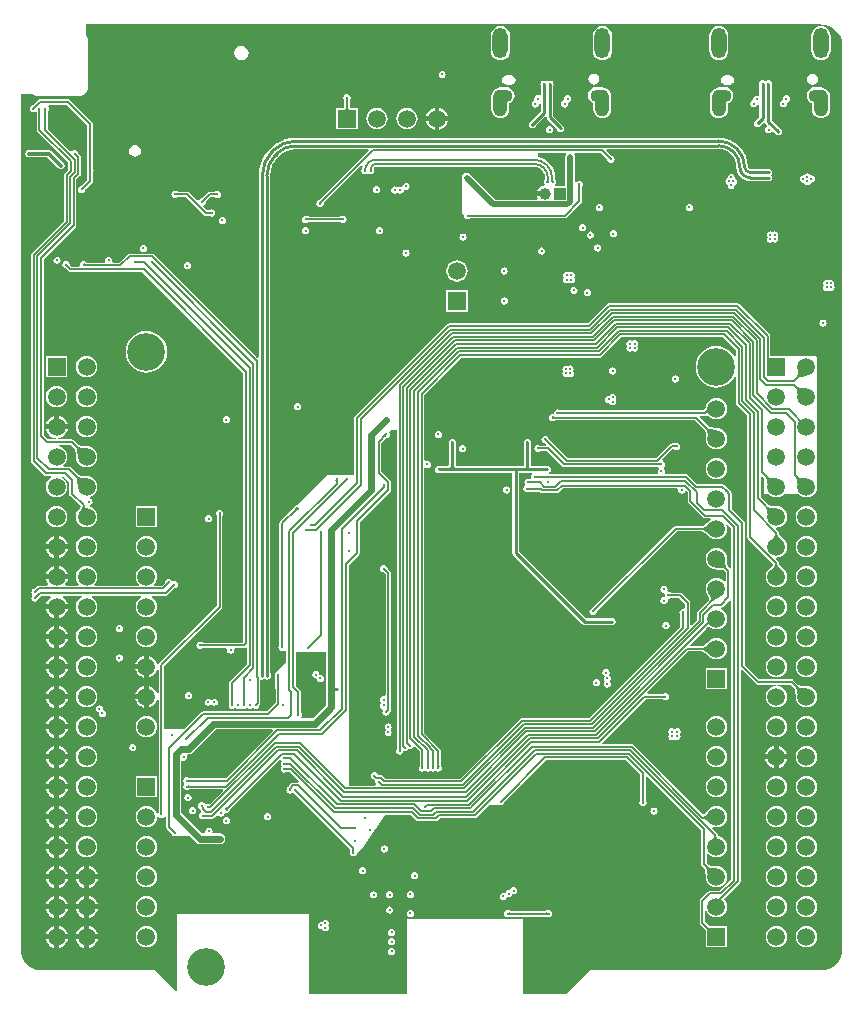
<source format=gbl>
G04*
G04 #@! TF.GenerationSoftware,Altium Limited,Altium Designer,19.0.15 (446)*
G04*
G04 Layer_Physical_Order=4*
G04 Layer_Color=16711680*
%FSLAX44Y44*%
%MOMM*%
G71*
G01*
G75*
%ADD10C,0.1500*%
%ADD11C,1.0000*%
%ADD13C,0.3000*%
%ADD14C,0.2000*%
%ADD15C,0.2500*%
%ADD48R,1.5000X1.5000*%
%ADD82C,0.6000*%
%ADD83C,0.5000*%
%ADD134C,1.5000*%
%ADD135R,1.0000X1.0000*%
%ADD136O,1.4500X1.1000*%
%ADD137O,1.2000X2.3000*%
%ADD138O,1.3000X2.6000*%
%ADD139R,1.5000X1.5000*%
%ADD140C,3.2000*%
%ADD141C,0.3000*%
G36*
X933780Y1075553D02*
X933045Y1075456D01*
X931812Y1075294D01*
X929866Y1074488D01*
X928195Y1073206D01*
X926912Y1071535D01*
X926106Y1069588D01*
X925831Y1067500D01*
Y1054500D01*
X926106Y1052411D01*
X926912Y1050465D01*
X928195Y1048794D01*
X929866Y1047512D01*
X931812Y1046706D01*
X933900Y1046431D01*
X935989Y1046706D01*
X937935Y1047512D01*
X939606Y1048794D01*
X940888Y1050465D01*
X941694Y1052411D01*
X941969Y1054500D01*
Y1067500D01*
X941694Y1069588D01*
X940888Y1071535D01*
X939606Y1073206D01*
X937935Y1074488D01*
X935989Y1075294D01*
X934976Y1075427D01*
X934247Y1075524D01*
X934392Y1076785D01*
X935221Y1076704D01*
X937477Y1076481D01*
X940821Y1075467D01*
X943903Y1073820D01*
X946604Y1071603D01*
X948820Y1068902D01*
X950467Y1065821D01*
X951482Y1062477D01*
X951824Y1059003D01*
X951823Y1059000D01*
X951823Y294000D01*
X951824Y293998D01*
X951482Y290523D01*
X950467Y287179D01*
X948820Y284098D01*
X946604Y281397D01*
X943903Y279180D01*
X940821Y277533D01*
X937477Y276519D01*
X934003Y276176D01*
X934000Y276177D01*
X739000D01*
X738167Y276011D01*
X737461Y275539D01*
X737461Y275539D01*
X718099Y256177D01*
X681700D01*
Y319066D01*
X583700D01*
Y256177D01*
X500700D01*
Y323987D01*
X389000D01*
Y258738D01*
X387827Y258252D01*
X370539Y275539D01*
X369833Y276011D01*
X369000Y276177D01*
X274000D01*
X273998Y276176D01*
X270523Y276519D01*
X267179Y277533D01*
X264098Y279180D01*
X261397Y281397D01*
X259180Y284098D01*
X257533Y287179D01*
X256519Y290523D01*
X256297Y292780D01*
X256177Y294000D01*
X256177Y295270D01*
X256177Y1017734D01*
X266333D01*
X266720Y1017347D01*
X267018Y1017223D01*
X267247Y1016995D01*
X269084Y1016234D01*
X269407D01*
X269706Y1016110D01*
X270700D01*
X270701Y1016110D01*
X270701Y1016110D01*
X304432Y1016126D01*
X305147D01*
X305301Y1016190D01*
X305464Y1016157D01*
X306868Y1016437D01*
X307007Y1016529D01*
X307173D01*
X308496Y1017077D01*
X308613Y1017195D01*
X308777Y1017227D01*
X309967Y1018023D01*
X310060Y1018161D01*
X310213Y1018224D01*
X311226Y1019237D01*
X311289Y1019390D01*
X311427Y1019483D01*
X312223Y1020673D01*
X312255Y1020836D01*
X312373Y1020954D01*
X312921Y1022277D01*
Y1022443D01*
X313013Y1022581D01*
X313293Y1023986D01*
X313260Y1024149D01*
X313324Y1024303D01*
Y1064194D01*
X313200Y1064493D01*
Y1064816D01*
X312439Y1066654D01*
X312211Y1066882D01*
X312087Y1067180D01*
X311700Y1067567D01*
Y1076823D01*
X662197D01*
X662280Y1075553D01*
X660312Y1075294D01*
X658366Y1074488D01*
X656695Y1073206D01*
X655412Y1071535D01*
X654606Y1069588D01*
X654331Y1067500D01*
Y1054500D01*
X654606Y1052411D01*
X655412Y1050465D01*
X656695Y1048794D01*
X658366Y1047512D01*
X660312Y1046706D01*
X662400Y1046431D01*
X664489Y1046706D01*
X666435Y1047512D01*
X668106Y1048794D01*
X669388Y1050465D01*
X670194Y1052411D01*
X670469Y1054500D01*
Y1067500D01*
X670194Y1069588D01*
X669388Y1071535D01*
X668106Y1073206D01*
X666435Y1074488D01*
X664489Y1075294D01*
X662521Y1075553D01*
X662604Y1076823D01*
X748597D01*
X748680Y1075553D01*
X746712Y1075294D01*
X744766Y1074488D01*
X743095Y1073206D01*
X741812Y1071535D01*
X741006Y1069588D01*
X740731Y1067500D01*
Y1054500D01*
X741006Y1052411D01*
X741812Y1050465D01*
X743095Y1048794D01*
X744766Y1047512D01*
X746712Y1046706D01*
X748800Y1046431D01*
X750889Y1046706D01*
X752835Y1047512D01*
X754506Y1048794D01*
X755788Y1050465D01*
X756594Y1052411D01*
X756869Y1054500D01*
Y1067500D01*
X756594Y1069588D01*
X755788Y1071535D01*
X754506Y1073206D01*
X752835Y1074488D01*
X750889Y1075294D01*
X748921Y1075553D01*
X749004Y1076823D01*
X847297D01*
X847380Y1075553D01*
X845412Y1075294D01*
X843466Y1074488D01*
X841795Y1073206D01*
X840512Y1071535D01*
X839706Y1069588D01*
X839431Y1067500D01*
Y1054500D01*
X839706Y1052411D01*
X840512Y1050465D01*
X841795Y1048794D01*
X843466Y1047512D01*
X845412Y1046706D01*
X847500Y1046431D01*
X849589Y1046706D01*
X851535Y1047512D01*
X853206Y1048794D01*
X854488Y1050465D01*
X855294Y1052411D01*
X855569Y1054500D01*
Y1067500D01*
X855294Y1069588D01*
X854488Y1071535D01*
X853206Y1073206D01*
X851535Y1074488D01*
X849589Y1075294D01*
X847620Y1075553D01*
X847704Y1076823D01*
X933697D01*
X933780Y1075553D01*
D02*
G37*
%LPC*%
G36*
X443100Y1058932D02*
X440759Y1058466D01*
X438774Y1057140D01*
X437448Y1055155D01*
X436983Y1052814D01*
X437448Y1050473D01*
X438774Y1048488D01*
X440759Y1047162D01*
X443100Y1046697D01*
X445441Y1047162D01*
X447426Y1048488D01*
X448752Y1050473D01*
X449218Y1052814D01*
X448752Y1055155D01*
X447426Y1057140D01*
X445441Y1058466D01*
X443100Y1058932D01*
D02*
G37*
G36*
X613121Y1037759D02*
X611951Y1037526D01*
X610958Y1036863D01*
X610295Y1035871D01*
X610062Y1034700D01*
X610295Y1033529D01*
X610958Y1032537D01*
X611951Y1031874D01*
X613121Y1031641D01*
X614292Y1031874D01*
X615284Y1032537D01*
X615947Y1033529D01*
X616180Y1034700D01*
X615947Y1035871D01*
X615284Y1036863D01*
X614292Y1037526D01*
X613121Y1037759D01*
D02*
G37*
G36*
X889430Y1029659D02*
X888260Y1029426D01*
X887267Y1028763D01*
X886563D01*
X885571Y1029426D01*
X884400Y1029659D01*
X883230Y1029426D01*
X882237Y1028763D01*
X881574Y1027770D01*
X881341Y1026600D01*
X881574Y1025429D01*
X881626Y1025351D01*
Y1017048D01*
X881173Y1016695D01*
X880356Y1016268D01*
X879400Y1016459D01*
X878230Y1016226D01*
X877237Y1015563D01*
X876574Y1014570D01*
X876341Y1013400D01*
X876453Y1012840D01*
X875880Y1012726D01*
X874887Y1012063D01*
X874224Y1011070D01*
X873991Y1009900D01*
X874224Y1008729D01*
X874887Y1007737D01*
X875880Y1007074D01*
X877050Y1006841D01*
X878221Y1007074D01*
X879213Y1007737D01*
X879876Y1008729D01*
X879988Y1009291D01*
X880356Y1009544D01*
X881590Y1008907D01*
X881626Y1008828D01*
Y998591D01*
X878822Y995787D01*
X878037Y995263D01*
X877374Y994270D01*
X877141Y993100D01*
X877374Y991929D01*
X878037Y990937D01*
X879030Y990274D01*
X880200Y990041D01*
X881371Y990274D01*
X882363Y990937D01*
X883026Y991929D01*
X883059Y992093D01*
X885382Y994416D01*
X886760Y993998D01*
X886840Y993597D01*
X887448Y992687D01*
X888265Y991870D01*
X887980Y990359D01*
X887537Y990063D01*
X886874Y989071D01*
X886641Y987900D01*
X886874Y986729D01*
X887537Y985737D01*
X888530Y985074D01*
X889700Y984841D01*
X890871Y985074D01*
X891863Y985737D01*
X892159Y986180D01*
X893670Y986465D01*
X894942Y985193D01*
X894974Y985029D01*
X895637Y984037D01*
X896630Y983374D01*
X897800Y983141D01*
X898971Y983374D01*
X899963Y984037D01*
X900626Y985029D01*
X900859Y986200D01*
X900626Y987371D01*
X899963Y988363D01*
X899178Y988887D01*
X892234Y995831D01*
Y1025396D01*
X892256Y1025429D01*
X892489Y1026600D01*
X892256Y1027770D01*
X891593Y1028763D01*
X890601Y1029426D01*
X889430Y1029659D01*
D02*
G37*
G36*
X704400Y1029459D02*
X703230Y1029226D01*
X702758Y1028911D01*
X701850Y1028667D01*
X700942Y1028911D01*
X700471Y1029226D01*
X699300Y1029459D01*
X698130Y1029226D01*
X697137Y1028563D01*
X696474Y1027570D01*
X696242Y1026400D01*
X696474Y1025229D01*
X696496Y1025196D01*
Y1017568D01*
X696092Y1017236D01*
X695226Y1016775D01*
X694300Y1016959D01*
X693130Y1016726D01*
X692137Y1016063D01*
X691474Y1015070D01*
X691242Y1013900D01*
X691260Y1013806D01*
X690830Y1012426D01*
X689837Y1011763D01*
X689174Y1010770D01*
X688941Y1009600D01*
X689174Y1008429D01*
X689837Y1007437D01*
X690830Y1006774D01*
X692000Y1006541D01*
X693171Y1006774D01*
X694163Y1007437D01*
X694826Y1008429D01*
X695059Y1009600D01*
X695042Y1009684D01*
X695210Y1009937D01*
X695503Y1010004D01*
X696496Y1009213D01*
Y1003061D01*
X688269Y994834D01*
X688230Y994826D01*
X687237Y994163D01*
X686574Y993170D01*
X686341Y992000D01*
X686574Y990829D01*
X687237Y989837D01*
X688230Y989174D01*
X689400Y988941D01*
X690571Y989174D01*
X691563Y989837D01*
X692226Y990829D01*
X692234Y990868D01*
X700326Y998961D01*
X701596Y998435D01*
Y998100D01*
X701810Y997027D01*
X702418Y996117D01*
X710767Y987768D01*
X710774Y987729D01*
X711437Y986737D01*
X712430Y986074D01*
X713600Y985841D01*
X714771Y986074D01*
X715763Y986737D01*
X716426Y987729D01*
X716659Y988900D01*
X716426Y990070D01*
X715763Y991063D01*
X714771Y991726D01*
X714732Y991734D01*
X707204Y999261D01*
Y1025196D01*
X707226Y1025229D01*
X707459Y1026400D01*
X707226Y1027570D01*
X706563Y1028563D01*
X705571Y1029226D01*
X704400Y1029459D01*
D02*
G37*
G36*
X926700Y1035088D02*
X924944Y1034739D01*
X923456Y1033744D01*
X922461Y1032256D01*
X922112Y1030500D01*
X922461Y1028744D01*
X923456Y1027256D01*
X924944Y1026261D01*
X926700Y1025912D01*
X928456Y1026261D01*
X929945Y1027256D01*
X930939Y1028744D01*
X931288Y1030500D01*
X930939Y1032256D01*
X929945Y1033744D01*
X928456Y1034739D01*
X926700Y1035088D01*
D02*
G37*
G36*
X741600D02*
X739844Y1034739D01*
X738356Y1033744D01*
X737361Y1032256D01*
X737012Y1030500D01*
X737361Y1028744D01*
X738356Y1027256D01*
X739844Y1026261D01*
X741600Y1025912D01*
X743356Y1026261D01*
X744845Y1027256D01*
X745839Y1028744D01*
X746188Y1030500D01*
X745839Y1032256D01*
X744845Y1033744D01*
X743356Y1034739D01*
X741600Y1035088D01*
D02*
G37*
G36*
X856450Y1033928D02*
X852950D01*
X851389Y1033618D01*
X850066Y1032734D01*
X849182Y1031411D01*
X848872Y1029850D01*
X849182Y1028289D01*
X850066Y1026966D01*
X851389Y1026082D01*
X852950Y1025772D01*
X856450D01*
X858011Y1026082D01*
X859334Y1026966D01*
X860218Y1028289D01*
X860529Y1029850D01*
X860218Y1031411D01*
X859334Y1032734D01*
X858011Y1033618D01*
X856450Y1033928D01*
D02*
G37*
G36*
X671350D02*
X667850D01*
X666290Y1033618D01*
X664966Y1032734D01*
X664082Y1031411D01*
X663772Y1029850D01*
X664082Y1028289D01*
X664966Y1026966D01*
X666290Y1026082D01*
X667850Y1025772D01*
X671350D01*
X672911Y1026082D01*
X674234Y1026966D01*
X675118Y1028289D01*
X675429Y1029850D01*
X675118Y1031411D01*
X674234Y1032734D01*
X672911Y1033618D01*
X671350Y1033928D01*
D02*
G37*
G36*
X852510Y1023760D02*
X849010D01*
X847512Y1023563D01*
X847500Y1023565D01*
X845542Y1023307D01*
X843718Y1022551D01*
X842151Y1021349D01*
X840949Y1019782D01*
X840193Y1017958D01*
X839936Y1016000D01*
Y1005000D01*
X840193Y1003042D01*
X840949Y1001218D01*
X842151Y999651D01*
X843718Y998449D01*
X845542Y997693D01*
X847500Y997435D01*
X849458Y997693D01*
X851283Y998449D01*
X852849Y999651D01*
X854052Y1001218D01*
X854807Y1003042D01*
X855065Y1005000D01*
Y1010181D01*
X856040Y1010585D01*
X857503Y1011708D01*
X858625Y1013170D01*
X859330Y1014873D01*
X859571Y1016700D01*
X859330Y1018527D01*
X858625Y1020230D01*
X857503Y1021692D01*
X856040Y1022814D01*
X854338Y1023520D01*
X852510Y1023760D01*
D02*
G37*
G36*
X667410D02*
X663910D01*
X662412Y1023563D01*
X662400Y1023565D01*
X660442Y1023307D01*
X658618Y1022551D01*
X657051Y1021349D01*
X655849Y1019782D01*
X655093Y1017958D01*
X654836Y1016000D01*
Y1005000D01*
X655093Y1003042D01*
X655849Y1001218D01*
X657051Y999651D01*
X658618Y998449D01*
X660442Y997693D01*
X662400Y997435D01*
X664358Y997693D01*
X666183Y998449D01*
X667749Y999651D01*
X668951Y1001218D01*
X669707Y1003042D01*
X669965Y1005000D01*
Y1010181D01*
X670940Y1010585D01*
X672403Y1011708D01*
X673525Y1013170D01*
X674230Y1014873D01*
X674471Y1016700D01*
X674230Y1018527D01*
X673525Y1020230D01*
X672403Y1021692D01*
X670940Y1022814D01*
X669238Y1023520D01*
X667410Y1023760D01*
D02*
G37*
G36*
X904400Y1016959D02*
X903230Y1016726D01*
X902237Y1016063D01*
X901574Y1015070D01*
X901341Y1013900D01*
X900730Y1012526D01*
X899737Y1011863D01*
X899074Y1010871D01*
X898841Y1009700D01*
X899074Y1008529D01*
X899737Y1007537D01*
X900730Y1006874D01*
X901900Y1006641D01*
X903071Y1006874D01*
X904063Y1007537D01*
X904726Y1008529D01*
X904959Y1009700D01*
X904947Y1009762D01*
X905571Y1011074D01*
X905845Y1011257D01*
X905845Y1011257D01*
X906110Y1011434D01*
X906563Y1011737D01*
X907226Y1012729D01*
X907459Y1013900D01*
X907226Y1015070D01*
X906563Y1016063D01*
X905571Y1016726D01*
X904400Y1016959D01*
D02*
G37*
G36*
X719400Y1016989D02*
X718230Y1016756D01*
X717237Y1016093D01*
X716574Y1015100D01*
X716341Y1013930D01*
X716375Y1013759D01*
X715680Y1012326D01*
X714687Y1011663D01*
X714024Y1010670D01*
X713791Y1009500D01*
X714024Y1008329D01*
X714687Y1007337D01*
X715680Y1006674D01*
X716850Y1006441D01*
X718021Y1006674D01*
X719013Y1007337D01*
X719676Y1008329D01*
X719909Y1009500D01*
X719875Y1009671D01*
X720571Y1011104D01*
X721563Y1011767D01*
X722226Y1012759D01*
X722459Y1013930D01*
X722226Y1015100D01*
X721563Y1016093D01*
X720571Y1016756D01*
X719400Y1016989D01*
D02*
G37*
G36*
X610700Y1006519D02*
Y999200D01*
X618019D01*
X617956Y999680D01*
X616998Y1001991D01*
X615476Y1003975D01*
X613491Y1005498D01*
X611180Y1006455D01*
X610700Y1006519D01*
D02*
G37*
G36*
X606700D02*
X606220Y1006455D01*
X603909Y1005498D01*
X601925Y1003975D01*
X600402Y1001991D01*
X599445Y999680D01*
X599382Y999200D01*
X606700D01*
Y1006519D01*
D02*
G37*
G36*
X932390Y1023760D02*
X928890D01*
X927063Y1023520D01*
X925360Y1022814D01*
X923898Y1021692D01*
X922776Y1020230D01*
X922070Y1018527D01*
X921830Y1016700D01*
X922070Y1014873D01*
X922776Y1013170D01*
X923898Y1011708D01*
X925360Y1010585D01*
X926336Y1010181D01*
Y1005000D01*
X926593Y1003042D01*
X927349Y1001218D01*
X928551Y999651D01*
X930118Y998449D01*
X931942Y997693D01*
X933900Y997435D01*
X935858Y997693D01*
X937683Y998449D01*
X939249Y999651D01*
X940451Y1001218D01*
X941207Y1003042D01*
X941465Y1005000D01*
Y1016000D01*
X941207Y1017958D01*
X940451Y1019782D01*
X939249Y1021349D01*
X937683Y1022551D01*
X935858Y1023307D01*
X933900Y1023565D01*
X933888Y1023563D01*
X932390Y1023760D01*
D02*
G37*
G36*
X747290D02*
X743790D01*
X741963Y1023520D01*
X740260Y1022814D01*
X738798Y1021692D01*
X737676Y1020230D01*
X736970Y1018527D01*
X736730Y1016700D01*
X736970Y1014873D01*
X737676Y1013170D01*
X738798Y1011708D01*
X740260Y1010585D01*
X741236Y1010181D01*
Y1005000D01*
X741493Y1003042D01*
X742249Y1001218D01*
X743451Y999651D01*
X745018Y998449D01*
X746842Y997693D01*
X748800Y997435D01*
X750758Y997693D01*
X752583Y998449D01*
X754149Y999651D01*
X755351Y1001218D01*
X756107Y1003042D01*
X756365Y1005000D01*
Y1016000D01*
X756107Y1017958D01*
X755351Y1019782D01*
X754149Y1021349D01*
X752583Y1022551D01*
X750758Y1023307D01*
X748800Y1023565D01*
X748788Y1023563D01*
X747290Y1023760D01*
D02*
G37*
G36*
X532500Y1018059D02*
X531330Y1017826D01*
X530337Y1017163D01*
X529674Y1016171D01*
X529441Y1015000D01*
X529674Y1013829D01*
X529843Y1013577D01*
X529879Y1012896D01*
X529951Y1012745D01*
Y1006878D01*
X529877Y1006712D01*
X529868Y1006375D01*
X529853Y1006200D01*
X523500D01*
Y988200D01*
X541500D01*
Y1006200D01*
X535147D01*
X535132Y1006375D01*
X535123Y1006712D01*
X535049Y1006878D01*
Y1012798D01*
X535124Y1012977D01*
X535124Y1013132D01*
X535134Y1013542D01*
X535326Y1013829D01*
X535559Y1015000D01*
X535326Y1016171D01*
X534663Y1017163D01*
X533671Y1017826D01*
X532500Y1018059D01*
D02*
G37*
G36*
X583300Y1006278D02*
X580951Y1005968D01*
X578761Y1005061D01*
X576881Y1003619D01*
X575439Y1001739D01*
X574532Y999549D01*
X574223Y997200D01*
X574532Y994850D01*
X575439Y992661D01*
X576881Y990781D01*
X578761Y989339D01*
X580951Y988432D01*
X583300Y988122D01*
X585650Y988432D01*
X587839Y989339D01*
X589719Y990781D01*
X591162Y992661D01*
X592068Y994850D01*
X592378Y997200D01*
X592068Y999549D01*
X591162Y1001739D01*
X589719Y1003619D01*
X587839Y1005061D01*
X585650Y1005968D01*
X583300Y1006278D01*
D02*
G37*
G36*
X557900D02*
X555551Y1005968D01*
X553361Y1005061D01*
X551481Y1003619D01*
X550039Y1001739D01*
X549132Y999549D01*
X548823Y997200D01*
X549132Y994850D01*
X550039Y992661D01*
X551481Y990781D01*
X553361Y989339D01*
X555551Y988432D01*
X557900Y988122D01*
X560250Y988432D01*
X562439Y989339D01*
X564319Y990781D01*
X565762Y992661D01*
X566669Y994850D01*
X566978Y997200D01*
X566669Y999549D01*
X565762Y1001739D01*
X564319Y1003619D01*
X562439Y1005061D01*
X560250Y1005968D01*
X557900Y1006278D01*
D02*
G37*
G36*
X618019Y995200D02*
X610700D01*
Y987881D01*
X611180Y987944D01*
X613491Y988902D01*
X615476Y990424D01*
X616998Y992409D01*
X617956Y994720D01*
X618019Y995200D01*
D02*
G37*
G36*
X606700D02*
X599382D01*
X599445Y994720D01*
X600402Y992409D01*
X601925Y990424D01*
X603909Y988902D01*
X606220Y987944D01*
X606700Y987881D01*
Y995200D01*
D02*
G37*
G36*
X704300Y990959D02*
X703130Y990726D01*
X702137Y990063D01*
X701474Y989071D01*
X701242Y987900D01*
X701474Y986729D01*
X702137Y985737D01*
X703130Y985074D01*
X704300Y984841D01*
X705471Y985074D01*
X706463Y985737D01*
X707126Y986729D01*
X707359Y987900D01*
X707126Y989071D01*
X706463Y990063D01*
X705471Y990726D01*
X704300Y990959D01*
D02*
G37*
G36*
X847100Y981070D02*
Y981004D01*
X490127D01*
X489691Y981004D01*
X488884Y980940D01*
Y980940D01*
X484308Y980580D01*
X479844Y979508D01*
X475603Y977752D01*
X471690Y975353D01*
X468294Y972453D01*
X468199Y972372D01*
X468199Y972372D01*
X467388Y971574D01*
X467388Y971574D01*
X464105Y967731D01*
X461465Y963421D01*
X459530Y958751D01*
X458350Y953836D01*
X457954Y948798D01*
X457999D01*
X457999Y948797D01*
Y795241D01*
X456729Y794715D01*
X369222Y882222D01*
X368478Y882719D01*
X367600Y882894D01*
X348500D01*
X347622Y882719D01*
X346878Y882222D01*
X339750Y875094D01*
X334556D01*
X334217Y875513D01*
X333767Y876364D01*
X333953Y877300D01*
X333720Y878471D01*
X333057Y879463D01*
X332065Y880126D01*
X330894Y880359D01*
X329724Y880126D01*
X328731Y879463D01*
X328068Y878471D01*
X327835Y877300D01*
X328021Y876364D01*
X327571Y875513D01*
X327233Y875094D01*
X312309D01*
X312185Y875163D01*
X312111Y875142D01*
X311763Y875663D01*
X310771Y876326D01*
X309600Y876559D01*
X308430Y876326D01*
X307437Y875663D01*
X306774Y874670D01*
X306542Y873500D01*
X306608Y873164D01*
X305654Y871894D01*
X299405D01*
X298042Y873257D01*
X297977Y873433D01*
X297803Y873621D01*
X297777Y873653D01*
X297757Y873681D01*
X297756Y873682D01*
X297745Y873707D01*
X297738Y873713D01*
X297726Y873736D01*
X297675Y873779D01*
X297526Y874525D01*
X296863Y875517D01*
X295871Y876180D01*
X294700Y876413D01*
X293530Y876180D01*
X292537Y875517D01*
X291874Y874525D01*
X291642Y873354D01*
X291874Y872184D01*
X292537Y871191D01*
X293530Y870528D01*
X294275Y870380D01*
X294318Y870328D01*
X294341Y870316D01*
X294348Y870309D01*
X294373Y870298D01*
X294373Y870298D01*
X294386Y870289D01*
X294520Y870176D01*
X294598Y870100D01*
X294783Y870027D01*
X296832Y867978D01*
X297577Y867480D01*
X298454Y867306D01*
X359350D01*
X444826Y781830D01*
Y554130D01*
X444210Y553514D01*
X410609D01*
X410452Y553591D01*
X410436Y553585D01*
X410420Y553592D01*
X410169Y553603D01*
X410137Y553606D01*
X410120Y553609D01*
X410109Y553614D01*
X410100Y553614D01*
X410064Y553626D01*
X410052Y553625D01*
X410047Y553627D01*
X410032Y553624D01*
X409283Y554125D01*
X408112Y554358D01*
X406942Y554125D01*
X405949Y553462D01*
X405286Y552469D01*
X405053Y551299D01*
X405286Y550128D01*
X405949Y549136D01*
X406942Y548473D01*
X408112Y548240D01*
X409283Y548473D01*
X409796Y548816D01*
X409833Y548814D01*
X409891Y548807D01*
X409906Y548811D01*
X409916Y548811D01*
X409950Y548824D01*
X409966Y548827D01*
X409991Y548831D01*
X410176Y548845D01*
X410290Y548847D01*
X410473Y548926D01*
X430301D01*
X431152Y547656D01*
X431041Y547100D01*
X431274Y545929D01*
X431937Y544937D01*
X432930Y544274D01*
X434100Y544041D01*
X435271Y544274D01*
X436263Y544937D01*
X436926Y545929D01*
X437159Y547100D01*
X437048Y547656D01*
X437899Y548926D01*
X445160D01*
X446038Y549100D01*
X446616Y549487D01*
X447886Y549138D01*
Y535230D01*
X433578Y520922D01*
X433081Y520178D01*
X432906Y519300D01*
Y502742D01*
X432827Y502559D01*
X432825Y502444D01*
X432811Y502254D01*
X432807Y502226D01*
X432805Y502218D01*
X432804Y502216D01*
X432804Y502213D01*
X432803Y502205D01*
X432790Y502168D01*
X432790Y502158D01*
X432787Y502146D01*
X432793Y502098D01*
X432796Y502044D01*
X432480Y501571D01*
X432247Y500400D01*
X432480Y499229D01*
X433143Y498237D01*
X434135Y497574D01*
X435305Y497341D01*
X436476Y497574D01*
X436783Y497779D01*
X437623Y498185D01*
X438715Y497817D01*
X438930Y497674D01*
X440100Y497441D01*
X441271Y497674D01*
X441832Y498049D01*
X443037Y498237D01*
X444030Y497574D01*
X445200Y497341D01*
X446371Y497574D01*
X446773Y497843D01*
X447700Y498132D01*
X448627Y497843D01*
X449030Y497574D01*
X450200Y497341D01*
X451371Y497574D01*
X451773Y497843D01*
X452700Y498132D01*
X453627Y497843D01*
X454030Y497574D01*
X455200Y497341D01*
X456371Y497574D01*
X457363Y498237D01*
X458026Y499229D01*
X458175Y499975D01*
X458226Y500018D01*
X458238Y500041D01*
X458246Y500048D01*
X458256Y500072D01*
X458256Y500073D01*
X458265Y500085D01*
X458379Y500219D01*
X458455Y500298D01*
X458527Y500483D01*
X458532Y500488D01*
X458532Y500488D01*
X459030Y501232D01*
X459204Y502110D01*
Y521428D01*
X460186Y522234D01*
X460300Y522211D01*
X461471Y522444D01*
X461771Y522645D01*
X462810Y522966D01*
X463663Y522618D01*
X464030Y522373D01*
X465200Y522140D01*
X466371Y522373D01*
X467363Y523036D01*
X468026Y524028D01*
X468259Y525199D01*
X468026Y526369D01*
X467908Y526546D01*
Y527183D01*
X467695Y528256D01*
X467607Y528388D01*
Y948782D01*
X467583Y948902D01*
X468006Y953197D01*
X469294Y957443D01*
X471385Y961355D01*
X474123Y964691D01*
X474225Y964760D01*
X475007Y965541D01*
X475048Y965603D01*
X477972Y968003D01*
X481373Y969820D01*
X485063Y970940D01*
X488828Y971311D01*
X488900Y971296D01*
X491247D01*
X491750Y971396D01*
X550493D01*
X550979Y970223D01*
X509326Y928570D01*
X509138Y928495D01*
X509042Y928400D01*
X508884Y928256D01*
X508770Y928165D01*
X508762Y928159D01*
X508735Y928144D01*
X508730Y928139D01*
X508715Y928130D01*
X508668Y928063D01*
X508658Y928051D01*
X508530Y928026D01*
X507537Y927363D01*
X506874Y926370D01*
X506642Y925200D01*
X506874Y924029D01*
X507537Y923037D01*
X508530Y922374D01*
X509700Y922141D01*
X510871Y922374D01*
X511863Y923037D01*
X512526Y924029D01*
X512759Y925200D01*
X512727Y925362D01*
X512748Y925388D01*
X512814Y925458D01*
X512885Y925640D01*
X512946Y925702D01*
X513060Y925792D01*
X513063Y925819D01*
X544684Y957439D01*
X545761Y956720D01*
X545507Y956106D01*
X545419Y955443D01*
X545286Y955232D01*
X545158Y954495D01*
X544874Y954071D01*
X544641Y952900D01*
X544874Y951729D01*
X545537Y950737D01*
X546530Y950074D01*
X547700Y949841D01*
X548871Y950074D01*
X549863Y950737D01*
X549930Y950837D01*
X550537D01*
X551530Y950174D01*
X552700Y949941D01*
X553871Y950174D01*
X554863Y950837D01*
X555526Y951829D01*
X555759Y953000D01*
X555526Y954171D01*
X555305Y954502D01*
X555331Y954695D01*
X555430Y955192D01*
X555822Y955778D01*
X556409Y956170D01*
X557100Y956308D01*
Y956351D01*
X690800D01*
X690806Y956352D01*
X693221Y956034D01*
X695477Y955100D01*
X697414Y953614D01*
X698900Y951676D01*
X699835Y949421D01*
X700153Y947006D01*
X700151Y947000D01*
Y946102D01*
X700077Y945925D01*
X700076Y945788D01*
X700036Y945761D01*
X699373Y944769D01*
X699140Y943598D01*
X699373Y942428D01*
X699808Y941777D01*
X699807Y941764D01*
X699380Y940638D01*
X699257Y940489D01*
X697973Y940320D01*
X696270Y939614D01*
X694808Y938492D01*
X693686Y937030D01*
X693052Y935500D01*
X699800D01*
Y931500D01*
X693052D01*
X693686Y929970D01*
X693879Y929717D01*
X693318Y928578D01*
X658190D01*
X636684Y950084D01*
X635361Y950968D01*
X633800Y951278D01*
X632239Y950968D01*
X630916Y950084D01*
X630032Y948761D01*
X629722Y947200D01*
X629700Y947050D01*
X629700Y947050D01*
Y917070D01*
X631646Y915124D01*
X631642Y915100D01*
X631874Y913929D01*
X632537Y912937D01*
X633530Y912274D01*
X634700Y912041D01*
X635871Y912274D01*
X636503Y912696D01*
X636570Y912690D01*
X636595Y912698D01*
X636604Y912698D01*
X636629Y912707D01*
X636631Y912708D01*
X636645Y912710D01*
X636820Y912725D01*
X636929Y912727D01*
X637111Y912806D01*
X717100D01*
X717978Y912980D01*
X718722Y913478D01*
X730822Y925578D01*
X731320Y926322D01*
X731494Y927200D01*
Y939168D01*
X731573Y939339D01*
X731582Y939595D01*
X731587Y939636D01*
X731592Y939670D01*
X731593Y939671D01*
X731603Y939696D01*
X731603Y939706D01*
X731610Y939730D01*
X731604Y939797D01*
X732026Y940429D01*
X732259Y941600D01*
X732026Y942770D01*
X731363Y943763D01*
X730371Y944426D01*
X729200Y944659D01*
X728030Y944426D01*
X727037Y943763D01*
X726849Y943480D01*
X725579Y943866D01*
Y964683D01*
X725268Y966244D01*
X724672Y967136D01*
X725241Y968406D01*
X747150D01*
X752759Y962797D01*
X752824Y962621D01*
X752998Y962433D01*
X753024Y962402D01*
X753044Y962373D01*
X753045Y962372D01*
X753055Y962348D01*
X753062Y962341D01*
X753074Y962318D01*
X753126Y962275D01*
X753274Y961529D01*
X753937Y960537D01*
X754930Y959874D01*
X756100Y959641D01*
X757271Y959874D01*
X758263Y960537D01*
X758926Y961529D01*
X759159Y962700D01*
X758926Y963870D01*
X758263Y964863D01*
X757271Y965526D01*
X756525Y965674D01*
X756482Y965726D01*
X756459Y965738D01*
X756452Y965745D01*
X756428Y965756D01*
X756427Y965756D01*
X756415Y965765D01*
X756281Y965879D01*
X756202Y965954D01*
X756018Y966027D01*
X751822Y970223D01*
X752308Y971396D01*
X847100D01*
X847102Y971396D01*
X850085Y971103D01*
X852954Y970232D01*
X855599Y968819D01*
X857917Y966916D01*
X859819Y964598D01*
X861233Y961954D01*
X862103Y959084D01*
X862275Y957339D01*
X862349Y956100D01*
X862349D01*
X862753Y953033D01*
X863937Y950174D01*
X865820Y947720D01*
X868275Y945836D01*
X871133Y944652D01*
X874200Y944249D01*
Y944296D01*
X888397D01*
X888430Y944274D01*
X889600Y944041D01*
X890771Y944274D01*
X891763Y944937D01*
X892426Y945929D01*
X892659Y947100D01*
X892426Y948270D01*
X891763Y949263D01*
Y949437D01*
X892426Y950429D01*
X892659Y951600D01*
X892426Y952770D01*
X891763Y953763D01*
X890771Y954426D01*
X889600Y954659D01*
X888430Y954426D01*
X888397Y954404D01*
X873779D01*
Y954445D01*
X873145Y954571D01*
X872608Y954930D01*
X872250Y955467D01*
X872124Y956100D01*
X872083D01*
X872059Y956219D01*
X871591Y960971D01*
X870170Y965656D01*
X867862Y969973D01*
X864757Y973757D01*
X860973Y976862D01*
X856656Y979169D01*
X851972Y980590D01*
X847100Y981070D01*
D02*
G37*
G36*
X353100Y974912D02*
X351149Y974524D01*
X349495Y973419D01*
X348390Y971765D01*
X348002Y969814D01*
X348390Y967863D01*
X349495Y966209D01*
X351149Y965104D01*
X353100Y964716D01*
X355051Y965104D01*
X356705Y966209D01*
X357810Y967863D01*
X358198Y969814D01*
X357810Y971765D01*
X356705Y973419D01*
X355051Y974524D01*
X353100Y974912D01*
D02*
G37*
G36*
X280097Y970562D02*
X280097Y970562D01*
X263200D01*
X262030Y970329D01*
X261037Y969666D01*
X260374Y968674D01*
X260142Y967503D01*
X260374Y966333D01*
X261037Y965340D01*
X262030Y964678D01*
X263200Y964445D01*
X278830D01*
X288237Y955037D01*
X289230Y954374D01*
X290400Y954141D01*
X291571Y954374D01*
X292563Y955037D01*
X293226Y956029D01*
X293459Y957200D01*
X293226Y958371D01*
X292563Y959363D01*
X282260Y969666D01*
X281267Y970329D01*
X280097Y970562D01*
D02*
G37*
G36*
X922293Y950859D02*
X921122Y950626D01*
X920130Y949963D01*
X919467Y948970D01*
X919458Y948928D01*
X918800Y949059D01*
X917630Y948826D01*
X916637Y948163D01*
X915974Y947170D01*
X915742Y946000D01*
X915974Y944829D01*
X916637Y943837D01*
X917630Y943174D01*
X918800Y942941D01*
X919446Y943070D01*
X919474Y942929D01*
X920137Y941937D01*
X921130Y941274D01*
X922300Y941041D01*
X923471Y941274D01*
X924463Y941937D01*
X925126Y942929D01*
X925146Y943031D01*
X925600Y942941D01*
X926771Y943174D01*
X927763Y943837D01*
X928426Y944829D01*
X928659Y946000D01*
X928426Y947170D01*
X927763Y948163D01*
X926771Y948826D01*
X925600Y949059D01*
X925120Y948963D01*
X925119Y948970D01*
X924456Y949963D01*
X923464Y950626D01*
X922293Y950859D01*
D02*
G37*
G36*
X582600Y942959D02*
X581430Y942726D01*
X580437Y942063D01*
X579774Y941070D01*
X579649Y940440D01*
X579152Y939785D01*
X578319Y939538D01*
X577710Y939659D01*
X576539Y939426D01*
X576199Y939199D01*
X575255Y938866D01*
X574311Y939199D01*
X573971Y939426D01*
X572800Y939659D01*
X571630Y939426D01*
X570637Y938763D01*
X569974Y937770D01*
X569742Y936600D01*
X569974Y935429D01*
X570637Y934437D01*
X571630Y933774D01*
X572800Y933541D01*
X573971Y933774D01*
X574311Y934001D01*
X575255Y934334D01*
X576199Y934001D01*
X576539Y933774D01*
X577710Y933541D01*
X578880Y933774D01*
X579873Y934437D01*
X580536Y935429D01*
X580661Y936060D01*
X581158Y936715D01*
X581991Y936962D01*
X582600Y936841D01*
X583771Y937074D01*
X584763Y937737D01*
X585426Y938729D01*
X585659Y939900D01*
X585426Y941070D01*
X584763Y942063D01*
X583771Y942726D01*
X582600Y942959D01*
D02*
G37*
G36*
X857800Y950466D02*
X856630Y950233D01*
X855637Y949570D01*
X854974Y948578D01*
X854742Y947407D01*
X854837Y946927D01*
X854830Y946926D01*
X853837Y946263D01*
X853174Y945270D01*
X852942Y944100D01*
X853174Y942929D01*
X853837Y941937D01*
X854830Y941274D01*
X854872Y941265D01*
X854742Y940607D01*
X854974Y939437D01*
X855637Y938444D01*
X856630Y937781D01*
X857800Y937549D01*
X858971Y937781D01*
X859963Y938444D01*
X860626Y939437D01*
X860859Y940607D01*
X860731Y941253D01*
X860871Y941281D01*
X861863Y941944D01*
X862526Y942937D01*
X862759Y944107D01*
X862526Y945278D01*
X861863Y946270D01*
X860871Y946933D01*
X860769Y946954D01*
X860859Y947407D01*
X860626Y948578D01*
X859963Y949570D01*
X858971Y950233D01*
X857800Y950466D01*
D02*
G37*
G36*
X422700Y936121D02*
X421530Y935888D01*
X420898Y935466D01*
X420831Y935472D01*
X420806Y935465D01*
X420796Y935465D01*
X420771Y935455D01*
X420770Y935454D01*
X420755Y935452D01*
X420581Y935438D01*
X420471Y935435D01*
X420289Y935356D01*
X416164D01*
X415286Y935182D01*
X414541Y934684D01*
X410097Y930240D01*
X409921Y930175D01*
X409733Y930001D01*
X409701Y929975D01*
X409673Y929954D01*
X409672Y929954D01*
X409647Y929943D01*
X409640Y929936D01*
X409617Y929924D01*
X409574Y929872D01*
X408829Y929724D01*
X407836Y929061D01*
X407213Y928128D01*
X407152Y928063D01*
X405812Y927733D01*
X398860Y934684D01*
X398116Y935182D01*
X397238Y935356D01*
X389382D01*
X389212Y935435D01*
X388955Y935444D01*
X388914Y935449D01*
X388880Y935454D01*
X388879Y935455D01*
X388854Y935465D01*
X388845Y935465D01*
X388820Y935472D01*
X388753Y935466D01*
X388121Y935888D01*
X386950Y936121D01*
X385780Y935888D01*
X384787Y935225D01*
X384124Y934233D01*
X383891Y933062D01*
X384124Y931892D01*
X384787Y930899D01*
X385780Y930236D01*
X386950Y930004D01*
X388121Y930236D01*
X388753Y930659D01*
X388820Y930652D01*
X388845Y930660D01*
X388854Y930660D01*
X388879Y930670D01*
X388881Y930670D01*
X388895Y930673D01*
X389070Y930687D01*
X389180Y930689D01*
X389361Y930768D01*
X396288D01*
X411478Y915578D01*
X412222Y915080D01*
X413100Y914906D01*
X415468D01*
X415639Y914828D01*
X415895Y914818D01*
X415936Y914813D01*
X415970Y914808D01*
X415971Y914808D01*
X415996Y914798D01*
X416006Y914798D01*
X416031Y914790D01*
X416098Y914796D01*
X416730Y914374D01*
X417900Y914141D01*
X419071Y914374D01*
X420063Y915037D01*
X420726Y916029D01*
X420959Y917200D01*
X420726Y918371D01*
X420063Y919363D01*
X419071Y920026D01*
X417900Y920259D01*
X416730Y920026D01*
X416098Y919604D01*
X416031Y919610D01*
X416006Y919602D01*
X415996Y919602D01*
X415971Y919592D01*
X415970Y919592D01*
X415955Y919590D01*
X415781Y919575D01*
X415671Y919573D01*
X415489Y919494D01*
X414050D01*
X410834Y922710D01*
X411165Y924051D01*
X411229Y924112D01*
X412162Y924735D01*
X412825Y925727D01*
X412974Y926473D01*
X413026Y926516D01*
X413038Y926539D01*
X413045Y926546D01*
X413055Y926570D01*
X413055Y926571D01*
X413065Y926584D01*
X413178Y926717D01*
X413254Y926796D01*
X413326Y926981D01*
X417114Y930768D01*
X420269D01*
X420439Y930690D01*
X420695Y930680D01*
X420736Y930676D01*
X420770Y930670D01*
X420771Y930670D01*
X420796Y930660D01*
X420806Y930660D01*
X420831Y930652D01*
X420898Y930659D01*
X421530Y930236D01*
X422700Y930004D01*
X423871Y930236D01*
X424863Y930899D01*
X425526Y931892D01*
X425759Y933062D01*
X425526Y934233D01*
X424863Y935225D01*
X423871Y935888D01*
X422700Y936121D01*
D02*
G37*
G36*
X296300Y1013494D02*
X272497D01*
X271619Y1013319D01*
X270875Y1012822D01*
X266995Y1008942D01*
X266819Y1008877D01*
X266631Y1008703D01*
X266599Y1008677D01*
X266570Y1008656D01*
X266569Y1008656D01*
X266544Y1008645D01*
X266537Y1008638D01*
X266515Y1008626D01*
X266471Y1008573D01*
X265730Y1008426D01*
X264737Y1007763D01*
X264074Y1006770D01*
X263841Y1005600D01*
X264074Y1004429D01*
X264737Y1003437D01*
X265730Y1002774D01*
X266900Y1002541D01*
X268071Y1002774D01*
X268636Y1003152D01*
X269906Y1002587D01*
Y987843D01*
X270081Y986965D01*
X270578Y986221D01*
X296321Y960478D01*
Y953650D01*
X293578Y950907D01*
X293081Y950163D01*
X292906Y949285D01*
Y910593D01*
X265778Y883465D01*
X265281Y882720D01*
X265106Y881842D01*
Y707400D01*
X265281Y706522D01*
X265778Y705778D01*
X276178Y695378D01*
X276922Y694881D01*
X277800Y694706D01*
X282258D01*
X282510Y693436D01*
X282161Y693291D01*
X280281Y691849D01*
X278839Y689969D01*
X277932Y687779D01*
X277623Y685430D01*
X277932Y683081D01*
X278839Y680891D01*
X280281Y679011D01*
X282161Y677569D01*
X284351Y676662D01*
X286700Y676352D01*
X289050Y676662D01*
X291239Y677569D01*
X293119Y679011D01*
X294562Y680891D01*
X295469Y683081D01*
X295778Y685430D01*
X295469Y687779D01*
X294562Y689969D01*
X293119Y691849D01*
X291239Y693291D01*
X290890Y693436D01*
X291143Y694706D01*
X292450D01*
X297306Y689850D01*
Y679500D01*
X297481Y678622D01*
X297978Y677878D01*
X307066Y668789D01*
X307028Y668598D01*
X306941Y668302D01*
X306831Y668019D01*
X306695Y667743D01*
X306532Y667473D01*
X306340Y667208D01*
X306117Y666946D01*
X305819Y666646D01*
X305764Y666512D01*
X305681Y666449D01*
X304239Y664569D01*
X303332Y662379D01*
X303023Y660030D01*
X303332Y657681D01*
X304239Y655491D01*
X305681Y653611D01*
X307561Y652169D01*
X309751Y651262D01*
X312100Y650952D01*
X314450Y651262D01*
X316639Y652169D01*
X318519Y653611D01*
X319962Y655491D01*
X320868Y657681D01*
X321178Y660030D01*
X320868Y662379D01*
X319962Y664569D01*
X318519Y666449D01*
X316639Y667891D01*
X315237Y668472D01*
X315264Y669496D01*
X315325Y669810D01*
X316263Y670437D01*
X316926Y671429D01*
X317159Y672600D01*
X316926Y673771D01*
X316263Y674763D01*
X315271Y675426D01*
X314943Y675491D01*
X314813Y676812D01*
X316639Y677569D01*
X318519Y679011D01*
X319962Y680891D01*
X320868Y683081D01*
X321178Y685430D01*
X320868Y687779D01*
X319962Y689969D01*
X318519Y691849D01*
X316639Y693291D01*
X314450Y694198D01*
X312157Y694500D01*
X312030Y694553D01*
X310841Y694557D01*
X309791Y694590D01*
X307943Y694750D01*
X307217Y694866D01*
X306590Y695006D01*
X306084Y695161D01*
X305706Y695320D01*
X305458Y695463D01*
X305203Y695673D01*
X305057Y695717D01*
X298952Y701822D01*
X298208Y702319D01*
X297330Y702494D01*
X292707D01*
X292276Y703764D01*
X293119Y704411D01*
X294562Y706291D01*
X295469Y708481D01*
X295778Y710830D01*
X295469Y713179D01*
X294562Y715369D01*
X293119Y717249D01*
X291239Y718691D01*
X289050Y719598D01*
X288764Y719636D01*
X288847Y720906D01*
X298780D01*
X301813Y717873D01*
X301857Y717727D01*
X302067Y717472D01*
X302210Y717224D01*
X302369Y716846D01*
X302524Y716340D01*
X302664Y715714D01*
X302778Y715004D01*
X302974Y712061D01*
X302977Y710900D01*
X303030Y710773D01*
X303332Y708481D01*
X304239Y706291D01*
X305681Y704411D01*
X307561Y702969D01*
X309751Y702062D01*
X312100Y701752D01*
X314450Y702062D01*
X316639Y702969D01*
X318519Y704411D01*
X319962Y706291D01*
X320868Y708481D01*
X321178Y710830D01*
X320868Y713179D01*
X319962Y715369D01*
X318519Y717249D01*
X316639Y718691D01*
X314450Y719598D01*
X312157Y719900D01*
X312030Y719953D01*
X310841Y719957D01*
X309791Y719990D01*
X307943Y720150D01*
X307217Y720266D01*
X306590Y720406D01*
X306084Y720561D01*
X305706Y720720D01*
X305458Y720863D01*
X305203Y721073D01*
X305057Y721117D01*
X301352Y724822D01*
X300608Y725319D01*
X299730Y725494D01*
X287665D01*
X287581Y726764D01*
X289180Y726974D01*
X291491Y727932D01*
X293476Y729454D01*
X294998Y731439D01*
X295956Y733750D01*
X296019Y734230D01*
X286700D01*
X277382D01*
X277445Y733750D01*
X278402Y731439D01*
X279925Y729454D01*
X281909Y727932D01*
X284220Y726974D01*
X285819Y726764D01*
X285736Y725494D01*
X279550D01*
X275794Y729250D01*
Y798600D01*
X275794Y798600D01*
Y878507D01*
X302822Y905535D01*
X302822Y905535D01*
X303320Y906279D01*
X303494Y907157D01*
Y945850D01*
X306551Y948906D01*
X307048Y949651D01*
X307223Y950529D01*
Y964660D01*
X307048Y965538D01*
X306551Y966282D01*
X305442Y967391D01*
X305377Y967567D01*
X305203Y967755D01*
X305177Y967787D01*
X305156Y967816D01*
X305156Y967816D01*
X305145Y967841D01*
X305138Y967848D01*
X305126Y967871D01*
X305075Y967914D01*
X304926Y968659D01*
X304263Y969652D01*
X303271Y970315D01*
X302100Y970547D01*
X300930Y970315D01*
X299937Y969652D01*
X299832Y969494D01*
X298209Y969321D01*
X279494Y988036D01*
Y1003168D01*
X279573Y1003339D01*
X279583Y1003595D01*
X279587Y1003636D01*
X279592Y1003670D01*
X279593Y1003671D01*
X279603Y1003696D01*
X279603Y1003706D01*
X279610Y1003730D01*
X279604Y1003797D01*
X280026Y1004429D01*
X280259Y1005600D01*
X280026Y1006770D01*
X279448Y1007636D01*
X279594Y1008221D01*
X279938Y1008906D01*
X295350D01*
X312806Y991450D01*
Y956132D01*
X312728Y955961D01*
X312718Y955705D01*
X312714Y955664D01*
X312708Y955630D01*
X312708Y955629D01*
X312698Y955604D01*
X312698Y955594D01*
X312690Y955570D01*
X312697Y955502D01*
X312274Y954871D01*
X312041Y953700D01*
X312274Y952529D01*
X312697Y951897D01*
X312690Y951830D01*
X312698Y951805D01*
X312698Y951796D01*
X312708Y951771D01*
X312708Y951770D01*
X312710Y951755D01*
X312725Y951580D01*
X312727Y951471D01*
X312806Y951289D01*
Y945486D01*
X308008Y940688D01*
X307832Y940623D01*
X307644Y940448D01*
X307612Y940423D01*
X307584Y940402D01*
X307583Y940402D01*
X307558Y940391D01*
X307551Y940384D01*
X307528Y940372D01*
X307486Y940320D01*
X306740Y940172D01*
X305748Y939509D01*
X305085Y938516D01*
X304852Y937346D01*
X305085Y936176D01*
X305748Y935183D01*
X306740Y934520D01*
X307911Y934287D01*
X309081Y934520D01*
X310074Y935183D01*
X310737Y936176D01*
X310885Y936921D01*
X310937Y936964D01*
X310949Y936987D01*
X310956Y936994D01*
X310966Y937018D01*
X310967Y937019D01*
X310976Y937031D01*
X311089Y937165D01*
X311165Y937244D01*
X311237Y937429D01*
X316722Y942914D01*
X317220Y943658D01*
X317394Y944536D01*
Y951268D01*
X317473Y951439D01*
X317482Y951695D01*
X317487Y951736D01*
X317492Y951770D01*
X317493Y951771D01*
X317503Y951796D01*
X317503Y951805D01*
X317510Y951830D01*
X317504Y951897D01*
X317926Y952529D01*
X318159Y953700D01*
X317926Y954871D01*
X317504Y955502D01*
X317510Y955570D01*
X317503Y955594D01*
X317503Y955604D01*
X317493Y955629D01*
X317492Y955630D01*
X317490Y955645D01*
X317476Y955820D01*
X317474Y955929D01*
X317394Y956111D01*
Y992400D01*
X317220Y993278D01*
X316722Y994022D01*
X316722Y994022D01*
X297922Y1012822D01*
X297178Y1013319D01*
X296300Y1013494D01*
D02*
G37*
G36*
X557700Y940159D02*
X556530Y939926D01*
X555537Y939263D01*
X554874Y938270D01*
X554641Y937100D01*
X554874Y935929D01*
X555537Y934937D01*
X556530Y934274D01*
X557700Y934041D01*
X558871Y934274D01*
X559863Y934937D01*
X560526Y935929D01*
X560759Y937100D01*
X560526Y938270D01*
X559863Y939263D01*
X558871Y939926D01*
X557700Y940159D01*
D02*
G37*
G36*
X822400Y925083D02*
X821230Y924851D01*
X820237Y924188D01*
X819574Y923195D01*
X819342Y922025D01*
X819574Y920854D01*
X820237Y919862D01*
X821230Y919199D01*
X822400Y918966D01*
X823571Y919199D01*
X824563Y919862D01*
X825226Y920854D01*
X825459Y922025D01*
X825226Y923195D01*
X824563Y924188D01*
X823571Y924851D01*
X822400Y925083D01*
D02*
G37*
G36*
X746200Y925059D02*
X745030Y924826D01*
X744037Y924163D01*
X743374Y923170D01*
X743141Y922000D01*
X743374Y920829D01*
X744037Y919837D01*
X745030Y919174D01*
X746200Y918941D01*
X747371Y919174D01*
X748363Y919837D01*
X749026Y920829D01*
X749259Y922000D01*
X749026Y923170D01*
X748363Y924163D01*
X747371Y924826D01*
X746200Y925059D01*
D02*
G37*
G36*
X497700Y915059D02*
X496530Y914826D01*
X495537Y914163D01*
X494874Y913170D01*
X494641Y912000D01*
X494874Y910829D01*
X495537Y909837D01*
X496530Y909174D01*
X497700Y908941D01*
X498871Y909174D01*
X499428Y909546D01*
X499444Y909546D01*
X499514Y909538D01*
X499531Y909543D01*
X499541Y909543D01*
X499572Y909555D01*
X499583Y909557D01*
X499604Y909560D01*
X499785Y909575D01*
X499898Y909577D01*
X500080Y909656D01*
X526739D01*
X526908Y909578D01*
X527161Y909567D01*
X527197Y909564D01*
X527220Y909559D01*
X527237Y909552D01*
X527246Y909552D01*
X527277Y909542D01*
X527290Y909543D01*
X527292Y909543D01*
X527300Y909544D01*
X527323Y909546D01*
X528030Y909074D01*
X529200Y908841D01*
X530371Y909074D01*
X531363Y909737D01*
X532026Y910729D01*
X532259Y911900D01*
X532026Y913071D01*
X531363Y914063D01*
X530371Y914726D01*
X529200Y914959D01*
X528030Y914726D01*
X527472Y914354D01*
X527456Y914354D01*
X527387Y914362D01*
X527369Y914357D01*
X527359Y914357D01*
X527328Y914345D01*
X527317Y914343D01*
X527296Y914340D01*
X527115Y914325D01*
X527003Y914323D01*
X526820Y914244D01*
X500162D01*
X499992Y914322D01*
X499739Y914332D01*
X499703Y914336D01*
X499680Y914340D01*
X499664Y914347D01*
X499654Y914348D01*
X499623Y914358D01*
X499611Y914357D01*
X499609Y914357D01*
X499600Y914356D01*
X499577Y914354D01*
X498871Y914826D01*
X497700Y915059D01*
D02*
G37*
G36*
X427000Y914162D02*
X425830Y913929D01*
X424837Y913266D01*
X424174Y912274D01*
X423941Y911103D01*
X424174Y909932D01*
X424837Y908940D01*
X425830Y908277D01*
X427000Y908044D01*
X428171Y908277D01*
X429163Y908940D01*
X429826Y909932D01*
X430059Y911103D01*
X429826Y912274D01*
X429163Y913266D01*
X428171Y913929D01*
X427000Y914162D01*
D02*
G37*
G36*
X732100Y907902D02*
X730930Y907669D01*
X729937Y907006D01*
X729274Y906014D01*
X729042Y904843D01*
X729274Y903673D01*
X729937Y902681D01*
X730930Y902017D01*
X732100Y901785D01*
X733271Y902017D01*
X734263Y902681D01*
X734926Y903673D01*
X735159Y904843D01*
X734926Y906014D01*
X734263Y907006D01*
X733271Y907669D01*
X732100Y907902D01*
D02*
G37*
G36*
X894700Y901759D02*
X893530Y901526D01*
X892900Y901105D01*
X892271Y901526D01*
X891100Y901759D01*
X889930Y901526D01*
X888937Y900863D01*
X888274Y899871D01*
X888042Y898700D01*
X888274Y897529D01*
X888695Y896900D01*
X888274Y896271D01*
X888042Y895100D01*
X888274Y893929D01*
X888937Y892937D01*
X889930Y892274D01*
X891100Y892041D01*
X892271Y892274D01*
X893025Y892778D01*
X893630Y892374D01*
X894800Y892141D01*
X895971Y892374D01*
X896963Y893037D01*
X897626Y894029D01*
X897859Y895200D01*
X897626Y896370D01*
X897189Y897025D01*
X897526Y897529D01*
X897759Y898700D01*
X897526Y899871D01*
X896863Y900863D01*
X895871Y901526D01*
X894700Y901759D01*
D02*
G37*
G36*
X560200Y905359D02*
X559030Y905126D01*
X558037Y904463D01*
X557374Y903471D01*
X557141Y902300D01*
X557374Y901129D01*
X558037Y900137D01*
X559030Y899474D01*
X560200Y899241D01*
X561371Y899474D01*
X562363Y900137D01*
X563026Y901129D01*
X563259Y902300D01*
X563026Y903471D01*
X562363Y904463D01*
X561371Y905126D01*
X560200Y905359D01*
D02*
G37*
G36*
X497700D02*
X496530Y905126D01*
X495537Y904463D01*
X494874Y903471D01*
X494641Y902300D01*
X494874Y901129D01*
X495537Y900137D01*
X496530Y899474D01*
X497700Y899241D01*
X498871Y899474D01*
X499863Y900137D01*
X500526Y901129D01*
X500759Y902300D01*
X500526Y903471D01*
X499863Y904463D01*
X498871Y905126D01*
X497700Y905359D01*
D02*
G37*
G36*
X758200Y902659D02*
X757030Y902426D01*
X756037Y901763D01*
X755374Y900770D01*
X755142Y899600D01*
X755374Y898429D01*
X756037Y897437D01*
X757030Y896774D01*
X758200Y896541D01*
X759371Y896774D01*
X760363Y897437D01*
X761026Y898429D01*
X761259Y899600D01*
X761026Y900770D01*
X760363Y901763D01*
X759371Y902426D01*
X758200Y902659D01*
D02*
G37*
G36*
X738600Y901559D02*
X737430Y901326D01*
X736437Y900663D01*
X735774Y899670D01*
X735542Y898500D01*
X735774Y897329D01*
X736437Y896337D01*
X737430Y895674D01*
X738600Y895441D01*
X739771Y895674D01*
X740763Y896337D01*
X741426Y897329D01*
X741659Y898500D01*
X741426Y899670D01*
X740763Y900663D01*
X739771Y901326D01*
X738600Y901559D01*
D02*
G37*
G36*
X630800Y899959D02*
X629630Y899726D01*
X628637Y899063D01*
X627974Y898071D01*
X627742Y896900D01*
X627974Y895729D01*
X628637Y894737D01*
X629630Y894074D01*
X630800Y893841D01*
X631971Y894074D01*
X632963Y894737D01*
X633626Y895729D01*
X633859Y896900D01*
X633626Y898071D01*
X632963Y899063D01*
X631971Y899726D01*
X630800Y899959D01*
D02*
G37*
G36*
X744900Y890662D02*
X743730Y890429D01*
X742737Y889766D01*
X742074Y888774D01*
X741842Y887603D01*
X742074Y886432D01*
X742737Y885440D01*
X743730Y884777D01*
X744900Y884544D01*
X746071Y884777D01*
X747063Y885440D01*
X747726Y886432D01*
X747959Y887603D01*
X747726Y888774D01*
X747063Y889766D01*
X746071Y890429D01*
X744900Y890662D01*
D02*
G37*
G36*
X360000Y890259D02*
X358830Y890026D01*
X357837Y889363D01*
X357174Y888371D01*
X356941Y887200D01*
X357174Y886029D01*
X357837Y885037D01*
X358830Y884374D01*
X360000Y884141D01*
X361171Y884374D01*
X362163Y885037D01*
X362826Y886029D01*
X363059Y887200D01*
X362826Y888371D01*
X362163Y889363D01*
X361171Y890026D01*
X360000Y890259D01*
D02*
G37*
G36*
X697300Y888059D02*
X696130Y887826D01*
X695137Y887163D01*
X694474Y886171D01*
X694241Y885000D01*
X694474Y883829D01*
X695137Y882837D01*
X696130Y882174D01*
X697300Y881941D01*
X698471Y882174D01*
X699463Y882837D01*
X700126Y883829D01*
X700359Y885000D01*
X700126Y886171D01*
X699463Y887163D01*
X698471Y887826D01*
X697300Y888059D01*
D02*
G37*
G36*
X582500Y886459D02*
X581330Y886226D01*
X580337Y885563D01*
X579674Y884570D01*
X579441Y883400D01*
X579674Y882229D01*
X580337Y881237D01*
X581330Y880574D01*
X582500Y880341D01*
X583671Y880574D01*
X584663Y881237D01*
X585326Y882229D01*
X585559Y883400D01*
X585326Y884570D01*
X584663Y885563D01*
X583671Y886226D01*
X582500Y886459D01*
D02*
G37*
G36*
X287094Y880359D02*
X285924Y880126D01*
X284931Y879463D01*
X284268Y878471D01*
X284035Y877300D01*
X284268Y876129D01*
X284931Y875137D01*
X285924Y874474D01*
X287094Y874241D01*
X288265Y874474D01*
X289257Y875137D01*
X289920Y876129D01*
X290153Y877300D01*
X289920Y878471D01*
X289257Y879463D01*
X288265Y880126D01*
X287094Y880359D01*
D02*
G37*
G36*
X397400Y875759D02*
X396230Y875526D01*
X395237Y874863D01*
X394574Y873870D01*
X394342Y872700D01*
X394574Y871529D01*
X395237Y870537D01*
X396230Y869874D01*
X397400Y869641D01*
X398571Y869874D01*
X399563Y870537D01*
X400226Y871529D01*
X400459Y872700D01*
X400226Y873870D01*
X399563Y874863D01*
X398571Y875526D01*
X397400Y875759D01*
D02*
G37*
G36*
X722600Y867659D02*
X721430Y867426D01*
X720650Y866905D01*
X719871Y867426D01*
X718700Y867659D01*
X717530Y867426D01*
X716537Y866763D01*
X715874Y865770D01*
X715641Y864600D01*
X715874Y863429D01*
X716395Y862650D01*
X715874Y861870D01*
X715641Y860700D01*
X715874Y859529D01*
X716537Y858537D01*
X717530Y857874D01*
X718700Y857641D01*
X719871Y857874D01*
X720650Y858395D01*
X721430Y857874D01*
X722600Y857641D01*
X723771Y857874D01*
X724763Y858537D01*
X725426Y859529D01*
X725659Y860700D01*
X725426Y861870D01*
X724905Y862650D01*
X725426Y863429D01*
X725659Y864600D01*
X725426Y865770D01*
X724763Y866763D01*
X723771Y867426D01*
X722600Y867659D01*
D02*
G37*
G36*
X665600Y871180D02*
X664430Y870947D01*
X663437Y870284D01*
X662774Y869292D01*
X662542Y868121D01*
X662774Y866950D01*
X663437Y865958D01*
X664430Y865295D01*
X665600Y865062D01*
X666771Y865295D01*
X667763Y865958D01*
X668426Y866950D01*
X668659Y868121D01*
X668426Y869292D01*
X667763Y870284D01*
X666771Y870947D01*
X665600Y871180D01*
D02*
G37*
G36*
X942200Y860909D02*
X941030Y860676D01*
X940400Y860255D01*
X939771Y860676D01*
X938600Y860909D01*
X937430Y860676D01*
X936437Y860013D01*
X935774Y859020D01*
X935542Y857850D01*
X935774Y856679D01*
X936195Y856050D01*
X935774Y855421D01*
X935542Y854250D01*
X935774Y853079D01*
X936437Y852087D01*
X937430Y851424D01*
X938600Y851191D01*
X939771Y851424D01*
X940525Y851928D01*
X941130Y851524D01*
X942300Y851291D01*
X943471Y851524D01*
X944463Y852187D01*
X945126Y853179D01*
X945359Y854350D01*
X945126Y855520D01*
X944689Y856175D01*
X945026Y856679D01*
X945259Y857850D01*
X945026Y859020D01*
X944363Y860013D01*
X943371Y860676D01*
X942200Y860909D01*
D02*
G37*
G36*
X625700Y877199D02*
X623351Y876889D01*
X621161Y875982D01*
X619281Y874540D01*
X617839Y872660D01*
X616932Y870470D01*
X616623Y868121D01*
X616932Y865771D01*
X617839Y863582D01*
X619281Y861702D01*
X621161Y860259D01*
X623351Y859353D01*
X625700Y859043D01*
X628050Y859353D01*
X630239Y860259D01*
X632119Y861702D01*
X633562Y863582D01*
X634469Y865771D01*
X634778Y868121D01*
X634469Y870470D01*
X633562Y872660D01*
X632119Y874540D01*
X630239Y875982D01*
X628050Y876889D01*
X625700Y877199D01*
D02*
G37*
G36*
X724700Y854859D02*
X723530Y854626D01*
X722537Y853963D01*
X721874Y852971D01*
X721641Y851800D01*
X721874Y850629D01*
X722537Y849637D01*
X723530Y848974D01*
X724700Y848741D01*
X725871Y848974D01*
X726863Y849637D01*
X727526Y850629D01*
X727759Y851800D01*
X727526Y852971D01*
X726863Y853963D01*
X725871Y854626D01*
X724700Y854859D01*
D02*
G37*
G36*
X736000Y852959D02*
X734830Y852726D01*
X733837Y852063D01*
X733174Y851070D01*
X732942Y849900D01*
X733174Y848729D01*
X733837Y847737D01*
X734830Y847074D01*
X736000Y846841D01*
X737171Y847074D01*
X738163Y847737D01*
X738826Y848729D01*
X739059Y849900D01*
X738826Y851070D01*
X738163Y852063D01*
X737171Y852726D01*
X736000Y852959D01*
D02*
G37*
G36*
X665715Y845780D02*
X664545Y845547D01*
X663552Y844884D01*
X662889Y843892D01*
X662656Y842721D01*
X662889Y841550D01*
X663552Y840558D01*
X664545Y839895D01*
X665715Y839662D01*
X666886Y839895D01*
X667878Y840558D01*
X668541Y841550D01*
X668774Y842721D01*
X668541Y843892D01*
X667878Y844884D01*
X666886Y845547D01*
X665715Y845780D01*
D02*
G37*
G36*
X634700Y851721D02*
X616700D01*
Y833721D01*
X634700D01*
Y851721D01*
D02*
G37*
G36*
X935598Y827157D02*
X934428Y826924D01*
X933435Y826261D01*
X932772Y825269D01*
X932540Y824098D01*
X932772Y822928D01*
X933435Y821935D01*
X934428Y821272D01*
X935598Y821040D01*
X936769Y821272D01*
X937761Y821935D01*
X938424Y822928D01*
X938657Y824098D01*
X938424Y825269D01*
X937761Y826261D01*
X936769Y826924D01*
X935598Y827157D01*
D02*
G37*
G36*
X776000Y809659D02*
X774830Y809426D01*
X774128Y808957D01*
X773427Y809426D01*
X772256Y809659D01*
X771085Y809426D01*
X770093Y808763D01*
X769430Y807770D01*
X769197Y806600D01*
X769430Y805429D01*
X769856Y804792D01*
X769374Y804071D01*
X769141Y802900D01*
X769374Y801729D01*
X770037Y800737D01*
X771030Y800074D01*
X772200Y799841D01*
X773371Y800074D01*
X774100Y800561D01*
X774830Y800074D01*
X776000Y799841D01*
X777171Y800074D01*
X778163Y800737D01*
X778826Y801729D01*
X779059Y802900D01*
X778826Y804071D01*
X778372Y804750D01*
X778826Y805429D01*
X779059Y806600D01*
X778826Y807770D01*
X778163Y808763D01*
X777171Y809426D01*
X776000Y809659D01*
D02*
G37*
G36*
X862600Y841194D02*
X754559D01*
X753681Y841019D01*
X752937Y840522D01*
X752937Y840522D01*
X736209Y823794D01*
X618858D01*
X617980Y823619D01*
X617235Y823122D01*
X539378Y745265D01*
X538881Y744520D01*
X538706Y743643D01*
Y695170D01*
X515410D01*
X490396Y670156D01*
X489329Y669943D01*
X488336Y669280D01*
X487673Y668288D01*
X487570Y667770D01*
X487517Y667723D01*
X487487Y667701D01*
X487483Y667693D01*
X487475Y667686D01*
X487457Y667649D01*
X487453Y667644D01*
X487450Y667638D01*
X487443Y667627D01*
X487424Y667602D01*
X487297Y667456D01*
X487216Y667372D01*
X487142Y667186D01*
X475978Y656022D01*
X475481Y655278D01*
X475306Y654400D01*
Y551938D01*
X475228Y551768D01*
X475218Y551511D01*
X475214Y551471D01*
X475208Y551437D01*
X475208Y551435D01*
X475198Y551411D01*
X475198Y551401D01*
X475190Y551376D01*
X475197Y551309D01*
X474774Y550677D01*
X474542Y549506D01*
X474774Y548336D01*
X475437Y547344D01*
X476430Y546680D01*
X477600Y546448D01*
X478771Y546680D01*
X479636Y547259D01*
X480221Y547113D01*
X480906Y546768D01*
Y535840D01*
X479810D01*
X471342Y527371D01*
Y526000D01*
X472106Y502650D01*
X464650Y495194D01*
X410300D01*
X409422Y495019D01*
X408678Y494522D01*
X394646Y480490D01*
X377694D01*
Y533450D01*
X426412Y582168D01*
X426910Y582912D01*
X427084Y583790D01*
Y660505D01*
X427163Y660675D01*
X427173Y660932D01*
X427177Y660973D01*
X427183Y661009D01*
X427183Y661012D01*
X427194Y661038D01*
X427194Y661048D01*
X427201Y661071D01*
X427194Y661142D01*
X427606Y661759D01*
X427839Y662930D01*
X427606Y664100D01*
X426943Y665093D01*
X425951Y665756D01*
X424780Y665989D01*
X423610Y665756D01*
X422617Y665093D01*
X421954Y664100D01*
X421721Y662930D01*
X421954Y661759D01*
X422387Y661113D01*
X422381Y661049D01*
X422389Y661023D01*
X422389Y661014D01*
X422398Y660990D01*
X422400Y660977D01*
X422415Y660804D01*
X422417Y660695D01*
X422496Y660513D01*
Y584740D01*
X373778Y536022D01*
X373288Y535289D01*
X373242Y535280D01*
X372000Y535346D01*
X371956Y535680D01*
X370998Y537991D01*
X369476Y539975D01*
X367491Y541498D01*
X365180Y542455D01*
X364700Y542519D01*
Y533200D01*
Y523881D01*
X365180Y523945D01*
X367491Y524902D01*
X369476Y526424D01*
X370998Y528409D01*
X371836Y530432D01*
X373106Y530179D01*
Y510821D01*
X371836Y510568D01*
X370998Y512591D01*
X369476Y514575D01*
X367491Y516098D01*
X365180Y517055D01*
X364700Y517119D01*
Y507800D01*
Y498481D01*
X365180Y498545D01*
X367491Y499502D01*
X369476Y501025D01*
X370998Y503009D01*
X371836Y505032D01*
X373106Y504779D01*
Y410432D01*
X373028Y410261D01*
X373018Y410005D01*
X373014Y409964D01*
X373008Y409930D01*
X373008Y409929D01*
X372998Y409904D01*
X372998Y409894D01*
X372990Y409870D01*
X372997Y409803D01*
X372574Y409170D01*
X372555Y409075D01*
X371235Y408945D01*
X370562Y410569D01*
X369119Y412449D01*
X367239Y413891D01*
X365050Y414798D01*
X362700Y415108D01*
X360351Y414798D01*
X358161Y413891D01*
X356281Y412449D01*
X354839Y410569D01*
X353932Y408379D01*
X353623Y406030D01*
X353932Y403680D01*
X354839Y401491D01*
X356281Y399611D01*
X358161Y398168D01*
X360351Y397262D01*
X362700Y396952D01*
X365050Y397262D01*
X367239Y398168D01*
X369119Y399611D01*
X370562Y401491D01*
X371469Y403680D01*
X371745Y405784D01*
X372422Y406094D01*
X373026Y406154D01*
X373237Y405837D01*
X374230Y405174D01*
X375400Y404941D01*
X376571Y405174D01*
X377563Y405837D01*
X378226Y406829D01*
X378378Y407378D01*
X378546Y407362D01*
X379606Y406855D01*
Y397374D01*
X379781Y396496D01*
X380278Y395752D01*
X383484Y392546D01*
X383549Y392370D01*
X383723Y392182D01*
X383749Y392150D01*
X383769Y392122D01*
X383769Y392121D01*
X383780Y392097D01*
X383787Y392090D01*
X383799Y392067D01*
X383851Y392024D01*
X383999Y391278D01*
X384662Y390286D01*
X385655Y389623D01*
X386825Y389390D01*
X386873Y389400D01*
X386910Y389340D01*
X399472D01*
X404656Y384156D01*
X406144Y383161D01*
X407900Y382812D01*
X425000D01*
X426756Y383161D01*
X428245Y384156D01*
X429239Y385644D01*
X429588Y387400D01*
X429239Y389156D01*
X428245Y390644D01*
X426756Y391639D01*
X425000Y391988D01*
X419509D01*
X418651Y393258D01*
X418759Y393800D01*
X418526Y394971D01*
X417863Y395963D01*
X416871Y396626D01*
X415700Y396859D01*
X414530Y396626D01*
X413537Y395963D01*
X412874Y394971D01*
X412641Y393800D01*
X412749Y393258D01*
X411892Y391988D01*
X409801D01*
X392188Y409600D01*
Y452942D01*
X392617Y453285D01*
X393458Y453728D01*
X394400Y453541D01*
X395571Y453774D01*
X396563Y454437D01*
X397226Y455429D01*
X397459Y456600D01*
X397226Y457771D01*
X397112Y457942D01*
X397791Y459212D01*
X398600D01*
X400356Y459561D01*
X401845Y460556D01*
X421351Y480062D01*
X469358D01*
X469845Y478889D01*
X429850Y438894D01*
X399532D01*
X399362Y438972D01*
X399105Y438982D01*
X399064Y438987D01*
X399030Y438992D01*
X399029Y438992D01*
X399005Y439002D01*
X398995Y439002D01*
X398970Y439010D01*
X398903Y439003D01*
X398271Y439426D01*
X397100Y439659D01*
X395930Y439426D01*
X394937Y438763D01*
X394274Y437771D01*
X394041Y436600D01*
X394274Y435429D01*
X394574Y434981D01*
X394876Y434188D01*
X394612Y433127D01*
X394374Y432771D01*
X394142Y431600D01*
X394374Y430429D01*
X395037Y429437D01*
X396030Y428774D01*
X397200Y428541D01*
X398371Y428774D01*
X399003Y429196D01*
X399070Y429190D01*
X399095Y429198D01*
X399104Y429198D01*
X399129Y429207D01*
X399131Y429208D01*
X399145Y429210D01*
X399320Y429225D01*
X399430Y429227D01*
X399611Y429306D01*
X427303D01*
X427789Y428133D01*
X416161Y416505D01*
X415681Y416826D01*
X414510Y417059D01*
X413573Y416872D01*
X413322Y416832D01*
X411856Y417362D01*
X411656Y417663D01*
X410663Y418326D01*
X409493Y418559D01*
X408322Y418326D01*
X407330Y417663D01*
X406667Y416670D01*
X406434Y415500D01*
X406667Y414329D01*
X407330Y413337D01*
X408322Y412674D01*
X408466Y412645D01*
Y412447D01*
X408641Y411569D01*
X409138Y410825D01*
X409139Y410823D01*
X408779Y409388D01*
X408143Y408963D01*
X407480Y407971D01*
X407247Y406800D01*
X407480Y405629D01*
X408143Y404637D01*
X409135Y403974D01*
X410306Y403741D01*
X411476Y403974D01*
X412108Y404396D01*
X412175Y404390D01*
X412200Y404398D01*
X412210Y404398D01*
X412234Y404407D01*
X412236Y404408D01*
X412250Y404410D01*
X412425Y404425D01*
X412535Y404427D01*
X412717Y404506D01*
X418297D01*
X419175Y404680D01*
X419919Y405178D01*
X422109Y407368D01*
X423732Y407195D01*
X423837Y407037D01*
X424830Y406374D01*
X426000Y406141D01*
X427171Y406374D01*
X428163Y407037D01*
X428826Y408029D01*
X429059Y409200D01*
X430199Y409340D01*
X431370Y409573D01*
X432362Y410236D01*
X433025Y411229D01*
X433174Y411974D01*
X433226Y412017D01*
X433238Y412040D01*
X433245Y412047D01*
X433255Y412071D01*
X433256Y412072D01*
X433265Y412085D01*
X433378Y412218D01*
X433454Y412297D01*
X433526Y412482D01*
X475444Y454400D01*
X476696Y454096D01*
X477252Y452924D01*
X476749Y452170D01*
X476516Y451000D01*
X476749Y449829D01*
X476833Y449703D01*
X477343Y448700D01*
X476833Y447696D01*
X476749Y447570D01*
X476516Y446400D01*
X476749Y445229D01*
X477412Y444237D01*
X478405Y443574D01*
X479575Y443341D01*
X480746Y443574D01*
X481378Y443996D01*
X481445Y443990D01*
X481469Y443998D01*
X481479Y443997D01*
X481504Y444007D01*
X481505Y444008D01*
X481520Y444010D01*
X481695Y444025D01*
X481804Y444027D01*
X481986Y444106D01*
X483950D01*
X492082Y435974D01*
X491457Y434803D01*
X491000Y434894D01*
X487000D01*
X486122Y434719D01*
X485378Y434222D01*
X483663Y432507D01*
X483453Y432406D01*
X482295Y431112D01*
X482260Y431011D01*
X482037Y430863D01*
X481374Y429870D01*
X481142Y428700D01*
X481374Y427529D01*
X482037Y426537D01*
X483030Y425874D01*
X484200Y425641D01*
X485371Y425874D01*
X485497Y425958D01*
X486500Y426468D01*
X487504Y425958D01*
X487630Y425874D01*
X488375Y425726D01*
X488418Y425674D01*
X488441Y425662D01*
X488448Y425655D01*
X488473Y425644D01*
X488473Y425644D01*
X488486Y425635D01*
X488619Y425522D01*
X488698Y425446D01*
X488883Y425373D01*
X535406Y378850D01*
Y377850D01*
X535327Y377667D01*
X535325Y377551D01*
X535311Y377363D01*
X535307Y377336D01*
X535306Y377330D01*
X535305Y377329D01*
X535305Y377327D01*
X535303Y377317D01*
X535290Y377280D01*
X535290Y377270D01*
X535287Y377258D01*
X535294Y377208D01*
X535296Y377157D01*
X534972Y376673D01*
X534740Y375502D01*
X534972Y374332D01*
X535635Y373340D01*
X536628Y372677D01*
X537798Y372444D01*
X538969Y372677D01*
X539961Y373340D01*
X540051Y373474D01*
X540750Y374420D01*
Y374420D01*
X546600Y381440D01*
X564560Y407760D01*
X564560Y407760D01*
X564560Y407760D01*
X565771Y407806D01*
X586265D01*
X591093Y402978D01*
X591837Y402481D01*
X592715Y402306D01*
X592715Y402306D01*
X607800D01*
X608678Y402481D01*
X609422Y402978D01*
X611451Y405006D01*
X640743D01*
X641621Y405181D01*
X642365Y405678D01*
X652428Y415741D01*
X662800D01*
X663971Y415974D01*
X664963Y416637D01*
X665626Y417629D01*
X665775Y418375D01*
X665826Y418418D01*
X665838Y418441D01*
X665845Y418448D01*
X665856Y418472D01*
X665856Y418473D01*
X665865Y418485D01*
X665979Y418619D01*
X666055Y418698D01*
X666127Y418882D01*
X701251Y454006D01*
X768922D01*
X780906Y442022D01*
Y420432D01*
X780828Y420261D01*
X780818Y420005D01*
X780814Y419964D01*
X780808Y419930D01*
X780808Y419929D01*
X780798Y419904D01*
X780798Y419894D01*
X780790Y419870D01*
X780797Y419803D01*
X780374Y419170D01*
X780142Y418000D01*
X780374Y416829D01*
X781037Y415837D01*
X782030Y415174D01*
X783200Y414941D01*
X784371Y415174D01*
X785363Y415837D01*
X786026Y416829D01*
X786259Y418000D01*
X786026Y419170D01*
X785604Y419803D01*
X785610Y419870D01*
X785603Y419894D01*
X785603Y419904D01*
X785593Y419929D01*
X785592Y419930D01*
X785590Y419945D01*
X785576Y420120D01*
X785574Y420229D01*
X785494Y420411D01*
Y440017D01*
X786668Y440503D01*
X832406Y394765D01*
Y365830D01*
X832581Y364952D01*
X833078Y364208D01*
X835013Y362273D01*
X835057Y362127D01*
X835267Y361872D01*
X835410Y361624D01*
X835569Y361246D01*
X835724Y360740D01*
X835864Y360114D01*
X835977Y359404D01*
X836174Y356461D01*
X836177Y355300D01*
X836230Y355173D01*
X836532Y352881D01*
X837439Y350691D01*
X838881Y348811D01*
X840761Y347369D01*
X842951Y346462D01*
X845300Y346152D01*
X847650Y346462D01*
X849839Y347369D01*
X851719Y348811D01*
X853162Y350691D01*
X854069Y352881D01*
X854378Y355230D01*
X854069Y357579D01*
X853162Y359769D01*
X851719Y361649D01*
X849839Y363091D01*
X847650Y363998D01*
X845357Y364300D01*
X845230Y364353D01*
X844041Y364357D01*
X842991Y364390D01*
X841143Y364550D01*
X840417Y364666D01*
X839790Y364806D01*
X839284Y364961D01*
X838906Y365120D01*
X838658Y365263D01*
X838403Y365473D01*
X838257Y365518D01*
X836994Y366780D01*
Y374584D01*
X838264Y375015D01*
X838881Y374211D01*
X840761Y372769D01*
X842951Y371862D01*
X845300Y371552D01*
X847650Y371862D01*
X849839Y372769D01*
X851719Y374211D01*
X853162Y376091D01*
X854069Y378280D01*
X854378Y380630D01*
X854069Y382979D01*
X853162Y385169D01*
X851719Y387049D01*
X849839Y388491D01*
X847650Y389398D01*
X847579Y389408D01*
X847478Y389488D01*
X847184Y389573D01*
X847019Y389641D01*
X846907Y389704D01*
X846836Y389759D01*
X846790Y389807D01*
X846755Y389858D01*
X846722Y389926D01*
X846690Y390029D01*
X846664Y390180D01*
X846649Y390465D01*
X846487Y390804D01*
X846397Y391258D01*
X845900Y392002D01*
X841353Y396549D01*
X842073Y397625D01*
X842951Y397262D01*
X845300Y396952D01*
X847650Y397262D01*
X849839Y398168D01*
X851719Y399611D01*
X853162Y401491D01*
X854069Y403680D01*
X854378Y406030D01*
X854069Y408379D01*
X853162Y410569D01*
X851719Y412449D01*
X849839Y413891D01*
X847650Y414798D01*
X845300Y415108D01*
X842951Y414798D01*
X840761Y413891D01*
X838881Y412449D01*
X838363Y411773D01*
X838108Y411641D01*
X838106Y411633D01*
X838098Y411629D01*
X836809Y410072D01*
X836245Y409478D01*
X835704Y408969D01*
X835202Y408557D01*
X834746Y408239D01*
X834342Y408013D01*
X834193Y407952D01*
X775222Y466922D01*
X774478Y467419D01*
X773600Y467594D01*
X749205D01*
X748679Y468864D01*
X785321Y505506D01*
X799568D01*
X799739Y505428D01*
X799995Y505418D01*
X800036Y505413D01*
X800070Y505408D01*
X800071Y505407D01*
X800096Y505397D01*
X800106Y505398D01*
X800131Y505390D01*
X800198Y505396D01*
X800830Y504974D01*
X802000Y504741D01*
X803171Y504974D01*
X804163Y505637D01*
X804826Y506629D01*
X805059Y507800D01*
X804826Y508970D01*
X804163Y509963D01*
X803171Y510626D01*
X802000Y510859D01*
X800830Y510626D01*
X800198Y510204D01*
X800131Y510210D01*
X800106Y510202D01*
X800096Y510202D01*
X800071Y510192D01*
X800070Y510192D01*
X800055Y510190D01*
X799881Y510175D01*
X799771Y510173D01*
X799589Y510094D01*
X787326D01*
X786840Y511267D01*
X821548Y545976D01*
X833045D01*
X833180Y545904D01*
X833509Y545872D01*
X833786Y545798D01*
X834165Y545643D01*
X834632Y545395D01*
X835175Y545051D01*
X835757Y544629D01*
X837976Y542687D01*
X838799Y541869D01*
X838927Y541816D01*
X840761Y540409D01*
X842951Y539502D01*
X845300Y539192D01*
X847650Y539502D01*
X849839Y540409D01*
X851719Y541851D01*
X853162Y543731D01*
X854069Y545920D01*
X854378Y548270D01*
X854069Y550619D01*
X853162Y552809D01*
X851719Y554689D01*
X849839Y556131D01*
X847650Y557038D01*
X845300Y557348D01*
X842951Y557038D01*
X840761Y556131D01*
X838927Y554724D01*
X838799Y554671D01*
X837956Y553833D01*
X837190Y553114D01*
X835770Y551920D01*
X835175Y551489D01*
X834632Y551145D01*
X834165Y550897D01*
X833786Y550742D01*
X833509Y550668D01*
X833180Y550636D01*
X833045Y550564D01*
X823553D01*
X823067Y551737D01*
X836473Y565144D01*
X836518Y565173D01*
X838613Y567269D01*
X838881Y567251D01*
X840761Y565808D01*
X842951Y564902D01*
X845300Y564592D01*
X847650Y564902D01*
X849839Y565808D01*
X851719Y567251D01*
X853162Y569131D01*
X854069Y571320D01*
X854378Y573670D01*
X854069Y576019D01*
X853162Y578209D01*
X851719Y580089D01*
X849839Y581531D01*
X849002Y581878D01*
X848986Y582076D01*
X849209Y583167D01*
X849778Y583280D01*
X850522Y583778D01*
X856486Y589742D01*
X857756Y589216D01*
X857756Y353000D01*
X848150Y343394D01*
X839800D01*
X838922Y343219D01*
X838178Y342722D01*
X831778Y336322D01*
X831281Y335578D01*
X831106Y334700D01*
Y316400D01*
X831281Y315522D01*
X831778Y314778D01*
X835494Y311062D01*
X835549Y310900D01*
X835573Y310888D01*
X835582Y310863D01*
X836106Y310300D01*
X836255Y310117D01*
X836300Y310052D01*
Y310039D01*
X836238Y309902D01*
X836288Y309771D01*
X836252Y309635D01*
X836300Y309551D01*
Y295430D01*
X854300D01*
Y313430D01*
X840383D01*
X840334Y313462D01*
X840201Y313435D01*
X840076Y313492D01*
X839912Y313430D01*
X839825D01*
X839754Y313479D01*
X839299Y313867D01*
X839029Y314128D01*
X838844Y314201D01*
X835694Y317350D01*
Y326184D01*
X836964Y326437D01*
X837439Y325291D01*
X838881Y323411D01*
X840761Y321968D01*
X842951Y321062D01*
X845300Y320752D01*
X847650Y321062D01*
X849839Y321968D01*
X851719Y323411D01*
X853162Y325291D01*
X854069Y327481D01*
X854378Y329830D01*
X854069Y332179D01*
X853162Y334369D01*
X851726Y336239D01*
X865137Y349650D01*
X865634Y350394D01*
X865809Y351272D01*
Y530288D01*
X866982Y530774D01*
X879178Y518578D01*
X879922Y518080D01*
X880800Y517906D01*
X895472D01*
X895556Y516636D01*
X895412Y516617D01*
X893751Y516398D01*
X891561Y515491D01*
X889681Y514049D01*
X888239Y512169D01*
X887332Y509979D01*
X887023Y507630D01*
X887332Y505280D01*
X888239Y503091D01*
X889681Y501211D01*
X891561Y499768D01*
X893751Y498862D01*
X896100Y498552D01*
X898450Y498862D01*
X900639Y499768D01*
X902519Y501211D01*
X903962Y503091D01*
X904868Y505280D01*
X905178Y507630D01*
X904868Y509979D01*
X903962Y512169D01*
X902519Y514049D01*
X900639Y515491D01*
X898450Y516398D01*
X896788Y516617D01*
X896645Y516636D01*
X896728Y517906D01*
X907980D01*
X911213Y514673D01*
X911257Y514527D01*
X911467Y514272D01*
X911610Y514024D01*
X911769Y513646D01*
X911924Y513140D01*
X912064Y512514D01*
X912178Y511804D01*
X912374Y508861D01*
X912377Y507700D01*
X912430Y507573D01*
X912732Y505280D01*
X913639Y503091D01*
X915081Y501211D01*
X916961Y499768D01*
X919151Y498862D01*
X921500Y498552D01*
X923850Y498862D01*
X926039Y499768D01*
X927919Y501211D01*
X929362Y503091D01*
X930268Y505280D01*
X930578Y507630D01*
X930268Y509979D01*
X929362Y512169D01*
X927919Y514049D01*
X926039Y515491D01*
X923850Y516398D01*
X921557Y516700D01*
X921430Y516753D01*
X920241Y516757D01*
X919191Y516790D01*
X917343Y516950D01*
X916617Y517066D01*
X915990Y517206D01*
X915484Y517361D01*
X915106Y517520D01*
X914858Y517663D01*
X914603Y517873D01*
X914457Y517918D01*
X910552Y521822D01*
X909808Y522319D01*
X908930Y522494D01*
X881750D01*
X869474Y534770D01*
Y654920D01*
X869474Y654920D01*
X869300Y655798D01*
X868802Y656542D01*
X858594Y666750D01*
Y679200D01*
X858420Y680078D01*
X857922Y680822D01*
X857922Y680822D01*
X855622Y683122D01*
X851522Y687222D01*
X850778Y687719D01*
X849900Y687894D01*
X829250D01*
X821522Y695622D01*
X820778Y696119D01*
X819900Y696294D01*
X802295D01*
X801610Y697306D01*
X801553Y697564D01*
X801759Y698600D01*
X801526Y699771D01*
X800863Y700763D01*
Y702183D01*
X801526Y703176D01*
X801759Y704346D01*
X801526Y705517D01*
X800863Y706509D01*
X799896Y707155D01*
X799871Y707173D01*
X799488Y708543D01*
X808450Y717506D01*
X809168D01*
X809339Y717428D01*
X809595Y717418D01*
X809636Y717413D01*
X809670Y717408D01*
X809671Y717408D01*
X809696Y717398D01*
X809706Y717398D01*
X809731Y717390D01*
X809798Y717396D01*
X810430Y716974D01*
X811600Y716741D01*
X812771Y716974D01*
X813763Y717637D01*
X814426Y718629D01*
X814659Y719800D01*
X814426Y720971D01*
X813763Y721963D01*
X812771Y722626D01*
X811600Y722859D01*
X810430Y722626D01*
X809798Y722204D01*
X809731Y722210D01*
X809706Y722202D01*
X809696Y722202D01*
X809671Y722193D01*
X809670Y722192D01*
X809655Y722190D01*
X809481Y722175D01*
X809371Y722173D01*
X809189Y722094D01*
X807500D01*
X807500Y722094D01*
X806622Y721919D01*
X805878Y721422D01*
X794096Y709640D01*
X719404D01*
X703631Y725414D01*
X703571Y725582D01*
X703561Y725587D01*
X703557Y725598D01*
X703386Y725784D01*
X703365Y725810D01*
X703354Y725825D01*
X703349Y725838D01*
X703343Y725845D01*
X703327Y725877D01*
X703317Y725885D01*
X703315Y725889D01*
X703300Y725900D01*
X703299Y725901D01*
X703126Y726770D01*
X702463Y727763D01*
X701471Y728426D01*
X700300Y728659D01*
X699130Y728426D01*
X698137Y727763D01*
X697474Y726770D01*
X697242Y725600D01*
X697474Y724429D01*
X698137Y723437D01*
X699130Y722774D01*
X699750Y722651D01*
X699770Y722629D01*
X699809Y722579D01*
X699824Y722571D01*
X699830Y722564D01*
X699863Y722549D01*
X699875Y722541D01*
X699894Y722527D01*
X700034Y722407D01*
X700116Y722328D01*
X700301Y722255D01*
X701189Y721367D01*
X700703Y720194D01*
X696632D01*
X696462Y720272D01*
X696205Y720282D01*
X696164Y720287D01*
X696130Y720292D01*
X696129Y720292D01*
X696105Y720302D01*
X696095Y720302D01*
X696070Y720310D01*
X696003Y720303D01*
X695371Y720726D01*
X694200Y720959D01*
X693030Y720726D01*
X692037Y720063D01*
X691374Y719071D01*
X691142Y717900D01*
X691374Y716729D01*
X692037Y715737D01*
X693030Y715074D01*
X694200Y714841D01*
X695371Y715074D01*
X696003Y715496D01*
X696070Y715490D01*
X696095Y715498D01*
X696105Y715498D01*
X696129Y715507D01*
X696131Y715508D01*
X696145Y715510D01*
X696320Y715525D01*
X696429Y715527D01*
X696611Y715606D01*
X702050D01*
X714932Y702724D01*
X715676Y702227D01*
X716554Y702052D01*
X716554Y702052D01*
X796181D01*
X796301Y701921D01*
X796471Y701242D01*
X796496Y700701D01*
X795874Y699771D01*
X795641Y698600D01*
X795847Y697564D01*
X795791Y697306D01*
X795106Y696294D01*
X703751D01*
X703557Y696881D01*
X703540Y697564D01*
X704362Y698113D01*
X705025Y699105D01*
X705258Y700276D01*
X705025Y701447D01*
X704362Y702439D01*
X703369Y703102D01*
X702199Y703335D01*
X701028Y703102D01*
X700863Y702992D01*
X688054D01*
Y722029D01*
X688076Y722062D01*
X688309Y723233D01*
X688076Y724403D01*
X687413Y725396D01*
X686420Y726059D01*
X685250Y726291D01*
X684079Y726059D01*
X683087Y725396D01*
X682424Y724403D01*
X682191Y723233D01*
X682424Y722062D01*
X682446Y722029D01*
Y702992D01*
X676936D01*
X676771Y703102D01*
X675600Y703335D01*
X674430Y703102D01*
X674265Y702992D01*
X644236D01*
X644071Y703102D01*
X642900Y703335D01*
X641730Y703102D01*
X641565Y702992D01*
X625826D01*
X625769Y703030D01*
X625738Y703024D01*
X624591Y703647D01*
X624572Y704023D01*
X624504Y704165D01*
Y721896D01*
X624526Y721929D01*
X624759Y723100D01*
X624526Y724270D01*
X623863Y725263D01*
X622871Y725926D01*
X621700Y726159D01*
X620530Y725926D01*
X619537Y725263D01*
X618874Y724270D01*
X618642Y723100D01*
X618874Y721929D01*
X618896Y721896D01*
Y704165D01*
X618829Y704023D01*
X618809Y703647D01*
X617662Y703024D01*
X617632Y703030D01*
X617575Y702992D01*
X610939D01*
X610100Y703159D01*
X608930Y702926D01*
X607937Y702263D01*
X607274Y701271D01*
X607042Y700100D01*
X607274Y698929D01*
X607937Y697937D01*
X608930Y697274D01*
X610100Y697041D01*
X611271Y697274D01*
X611436Y697384D01*
X621325D01*
X621382Y697346D01*
X621575Y697384D01*
X621825D01*
X622019Y697346D01*
X622076Y697384D01*
X642061D01*
X642900Y697217D01*
X643739Y697384D01*
X672696D01*
Y629700D01*
X672910Y628627D01*
X673518Y627717D01*
X731948Y569287D01*
X732857Y568680D01*
X733930Y568466D01*
X755727D01*
X755760Y568444D01*
X756930Y568211D01*
X758101Y568444D01*
X759093Y569107D01*
X759756Y570099D01*
X759989Y571270D01*
X759756Y572440D01*
X759093Y573433D01*
X758101Y574096D01*
X756930Y574329D01*
X755760Y574096D01*
X755727Y574074D01*
X735092D01*
X678304Y630861D01*
Y697384D01*
X688979D01*
X689348Y696401D01*
X689405Y696114D01*
X688774Y695171D01*
X688541Y694000D01*
X688682Y693295D01*
X688014Y692148D01*
X687819Y691973D01*
X687079Y691843D01*
X686881Y691976D01*
X685710Y692209D01*
X684540Y691976D01*
X683547Y691313D01*
X682884Y690321D01*
X682652Y689150D01*
X682884Y687979D01*
X683188Y687525D01*
X683540Y686974D01*
X682878Y685907D01*
X682827Y685873D01*
X682164Y684881D01*
X681932Y683710D01*
X682164Y682539D01*
X682827Y681547D01*
X683820Y680884D01*
X684990Y680651D01*
X686161Y680884D01*
X686793Y681306D01*
X686860Y681300D01*
X686885Y681308D01*
X686895Y681308D01*
X686919Y681317D01*
X686921Y681318D01*
X686935Y681320D01*
X687110Y681335D01*
X687220Y681337D01*
X687401Y681416D01*
X695760D01*
X696318Y680858D01*
X697062Y680360D01*
X697940Y680186D01*
X710430D01*
X711308Y680360D01*
X712052Y680858D01*
X715400Y684206D01*
X811840Y684206D01*
X812841Y682936D01*
X812794Y682700D01*
X813027Y681529D01*
X813690Y680537D01*
X814683Y679874D01*
X815853Y679641D01*
X817024Y679874D01*
X818016Y680537D01*
X818579Y681380D01*
X819031Y681585D01*
X820016Y681740D01*
X821006Y680750D01*
Y673100D01*
X821181Y672222D01*
X821678Y671478D01*
X833678Y659478D01*
X833678Y659478D01*
X834422Y658980D01*
X835300Y658806D01*
X840176D01*
X840277Y658621D01*
X840507Y657536D01*
X838927Y656324D01*
X838799Y656271D01*
X837956Y655433D01*
X837190Y654714D01*
X835770Y653520D01*
X835175Y653089D01*
X834632Y652745D01*
X834165Y652497D01*
X833786Y652342D01*
X833509Y652268D01*
X833180Y652236D01*
X833045Y652164D01*
X810770D01*
X809892Y651989D01*
X809148Y651492D01*
X740998Y583342D01*
X740822Y583276D01*
X740634Y583102D01*
X740602Y583077D01*
X740573Y583056D01*
X740573Y583056D01*
X740548Y583045D01*
X740541Y583038D01*
X740518Y583026D01*
X740475Y582974D01*
X739730Y582826D01*
X738737Y582163D01*
X738074Y581171D01*
X737841Y580000D01*
X738074Y578829D01*
X738737Y577837D01*
X739730Y577174D01*
X740900Y576941D01*
X742071Y577174D01*
X743063Y577837D01*
X743726Y578829D01*
X743875Y579575D01*
X743926Y579618D01*
X743939Y579641D01*
X743945Y579648D01*
X743956Y579672D01*
X743956Y579673D01*
X743965Y579686D01*
X744079Y579819D01*
X744155Y579898D01*
X744227Y580083D01*
X811721Y647576D01*
X833045D01*
X833180Y647504D01*
X833509Y647472D01*
X833786Y647398D01*
X834165Y647243D01*
X834632Y646995D01*
X835175Y646651D01*
X835757Y646229D01*
X837976Y644287D01*
X838799Y643468D01*
X838927Y643416D01*
X840761Y642009D01*
X842951Y641102D01*
X845300Y640792D01*
X847650Y641102D01*
X849839Y642009D01*
X851719Y643451D01*
X853162Y645331D01*
X854069Y647521D01*
X854378Y649870D01*
X854069Y652219D01*
X853876Y652684D01*
X854953Y653403D01*
X857756Y650600D01*
Y617054D01*
X856486Y616528D01*
X855588Y617427D01*
X855543Y617573D01*
X855334Y617828D01*
X855190Y618076D01*
X855032Y618454D01*
X854876Y618960D01*
X854736Y619586D01*
X854623Y620296D01*
X854427Y623239D01*
X854423Y624400D01*
X854370Y624527D01*
X854069Y626819D01*
X853162Y629009D01*
X851719Y630889D01*
X849839Y632331D01*
X847650Y633238D01*
X845300Y633548D01*
X842951Y633238D01*
X840761Y632331D01*
X838881Y630889D01*
X837439Y629009D01*
X836532Y626819D01*
X836223Y624470D01*
X836532Y622121D01*
X837439Y619931D01*
X838881Y618051D01*
X840761Y616609D01*
X842951Y615702D01*
X845243Y615400D01*
X845370Y615347D01*
X846560Y615343D01*
X847610Y615310D01*
X849458Y615150D01*
X850184Y615034D01*
X850810Y614894D01*
X851316Y614739D01*
X851694Y614580D01*
X851942Y614437D01*
X852197Y614227D01*
X852344Y614182D01*
X853106Y613420D01*
Y605657D01*
X851904Y605248D01*
X851719Y605489D01*
X849839Y606931D01*
X847650Y607838D01*
X845300Y608148D01*
X842951Y607838D01*
X840761Y606931D01*
X838881Y605489D01*
X837439Y603609D01*
X836532Y601419D01*
X836223Y599070D01*
X836532Y596721D01*
X837439Y594531D01*
X837951Y593864D01*
X838008Y593590D01*
X838025Y593579D01*
X838030Y593559D01*
X838526Y592867D01*
X838889Y592274D01*
X839150Y591746D01*
X839315Y591293D01*
X839397Y590921D01*
X839414Y590628D01*
X839386Y590399D01*
X839321Y590203D01*
X839210Y590008D01*
X838942Y589690D01*
X838893Y589537D01*
X829478Y580122D01*
X828981Y579378D01*
X828806Y578500D01*
Y572450D01*
X824468Y568112D01*
X823294Y568598D01*
Y586900D01*
X823120Y587778D01*
X822622Y588522D01*
X815922Y595222D01*
X815178Y595719D01*
X814300Y595894D01*
X807032Y595894D01*
X806862Y595972D01*
X806605Y595982D01*
X806564Y595987D01*
X806530Y595992D01*
X806529Y595992D01*
X806504Y596003D01*
X806494Y596002D01*
X806470Y596010D01*
X806403Y596003D01*
X805771Y596426D01*
X804870Y596605D01*
X804470Y596883D01*
X803924Y597819D01*
X804059Y598500D01*
X803826Y599670D01*
X803163Y600663D01*
X802171Y601326D01*
X801000Y601559D01*
X799830Y601326D01*
X798837Y600663D01*
X798174Y599670D01*
X797942Y598500D01*
X798174Y597329D01*
X798837Y596337D01*
X799830Y595674D01*
X800731Y595495D01*
X801131Y595217D01*
X801677Y594281D01*
X801542Y593600D01*
X801615Y593231D01*
X801043Y592141D01*
X800665Y591992D01*
X799830Y591826D01*
X798837Y591163D01*
X798174Y590171D01*
X797942Y589000D01*
X798174Y587829D01*
X798837Y586837D01*
X799830Y586174D01*
X801000Y585941D01*
X802171Y586174D01*
X803163Y586837D01*
X803826Y587829D01*
X804059Y589000D01*
X803986Y589369D01*
X804557Y590459D01*
X804936Y590608D01*
X805771Y590774D01*
X806403Y591196D01*
X806470Y591190D01*
X806495Y591198D01*
X806505Y591198D01*
X806529Y591208D01*
X806531Y591208D01*
X806545Y591210D01*
X806720Y591225D01*
X806829Y591227D01*
X807011Y591306D01*
X813350Y591306D01*
X818706Y585950D01*
Y583046D01*
X817436Y582092D01*
X817100Y582159D01*
X815930Y581926D01*
X814937Y581263D01*
X814274Y580271D01*
X814042Y579100D01*
X814274Y577929D01*
X814697Y577297D01*
X814690Y577230D01*
X814698Y577206D01*
X814698Y577196D01*
X814708Y577171D01*
X814708Y577170D01*
X814710Y577155D01*
X814725Y576980D01*
X814727Y576871D01*
X814806Y576689D01*
Y566935D01*
X737665Y489794D01*
X680772D01*
X680772Y489794D01*
X679894Y489619D01*
X679150Y489122D01*
X628422Y438394D01*
X565054D01*
X562776Y440672D01*
X562031Y441169D01*
X561153Y441344D01*
X558571D01*
X558426Y442071D01*
X557763Y443063D01*
X556771Y443726D01*
X555600Y443959D01*
X554430Y443726D01*
X553437Y443063D01*
X552774Y442071D01*
X552542Y440900D01*
X552774Y439729D01*
X553437Y438737D01*
X554430Y438074D01*
X555175Y437926D01*
X555218Y437874D01*
X555241Y437862D01*
X555248Y437855D01*
X555272Y437844D01*
X555273Y437844D01*
X555286Y437835D01*
X555420Y437721D01*
X555498Y437646D01*
X555683Y437573D01*
X555828Y437428D01*
X556572Y436931D01*
X556607Y435629D01*
X556541Y435300D01*
X556774Y434129D01*
X557085Y433664D01*
X556437Y432394D01*
X534460D01*
Y495980D01*
X534460Y495980D01*
X534294Y497142D01*
Y619350D01*
X542622Y627678D01*
X543120Y628422D01*
X543294Y629300D01*
X543294Y629300D01*
Y655550D01*
X569071Y681327D01*
X569568Y682071D01*
X569743Y682949D01*
X569743Y682949D01*
Y689351D01*
X569743Y689351D01*
X569568Y690229D01*
X569071Y690973D01*
X561694Y698350D01*
Y722250D01*
X565803Y726358D01*
X565979Y726423D01*
X566167Y726598D01*
X566199Y726623D01*
X566227Y726644D01*
X566228Y726644D01*
X566253Y726655D01*
X566259Y726662D01*
X566282Y726674D01*
X566325Y726726D01*
X567071Y726874D01*
X568063Y727537D01*
X568726Y728529D01*
X568959Y729700D01*
X568726Y730871D01*
X568106Y731799D01*
X569610Y733303D01*
X575006D01*
X575006Y464224D01*
X574931Y464077D01*
X574941Y464048D01*
X574928Y464020D01*
X574917Y463769D01*
X574914Y463739D01*
X574912Y463727D01*
X574909Y463720D01*
X574908Y463711D01*
X574895Y463672D01*
X574896Y463660D01*
X574894Y463653D01*
X574895Y463649D01*
X574374Y462870D01*
X574142Y461700D01*
X574374Y460529D01*
X575037Y459537D01*
X576030Y458874D01*
X577200Y458641D01*
X578371Y458874D01*
X579363Y459537D01*
X580026Y460529D01*
X580253Y461669D01*
X581400Y461441D01*
X582571Y461674D01*
X583563Y462337D01*
X583727Y462583D01*
X584720Y463295D01*
X585503Y463240D01*
X586000Y463141D01*
X587171Y463374D01*
X588163Y464037D01*
X588788Y464972D01*
X588846Y465034D01*
X590188Y465368D01*
X594106Y461450D01*
Y449632D01*
X594028Y449462D01*
X594018Y449205D01*
X594014Y449164D01*
X594008Y449130D01*
X594008Y449129D01*
X593998Y449104D01*
X593998Y449094D01*
X593990Y449070D01*
X593997Y449002D01*
X593574Y448371D01*
X593341Y447200D01*
X593574Y446029D01*
X594237Y445037D01*
X595230Y444374D01*
X596400Y444141D01*
X597571Y444374D01*
X597674Y444443D01*
X598737Y445137D01*
X599730Y444474D01*
X600900Y444241D01*
X602071Y444474D01*
X603063Y445137D01*
X604197Y444548D01*
X604330Y444459D01*
X605500Y444226D01*
X606671Y444459D01*
X606735Y444502D01*
X607837Y445137D01*
X608830Y444474D01*
X610000Y444241D01*
X611171Y444474D01*
X612163Y445137D01*
X612826Y446129D01*
X613059Y447300D01*
X612826Y448470D01*
X612404Y449103D01*
X612410Y449170D01*
X612403Y449194D01*
X612403Y449204D01*
X612393Y449229D01*
X612392Y449230D01*
X612390Y449245D01*
X612376Y449420D01*
X612374Y449529D01*
X612294Y449711D01*
Y461700D01*
X612294Y461700D01*
X612120Y462578D01*
X611622Y463322D01*
X611622Y463322D01*
X597958Y476986D01*
Y700960D01*
X599228Y701638D01*
X599430Y701504D01*
X600600Y701271D01*
X601771Y701504D01*
X602763Y702167D01*
X603426Y703159D01*
X603659Y704330D01*
X603426Y705500D01*
X602763Y706493D01*
X601771Y707156D01*
X600600Y707389D01*
X599430Y707156D01*
X599228Y707021D01*
X597958Y707700D01*
Y763415D01*
X629249Y794706D01*
X746600D01*
X747478Y794881D01*
X748222Y795378D01*
X764950Y812106D01*
X850850D01*
X862106Y800850D01*
Y795406D01*
X860836Y795088D01*
X859921Y796799D01*
X857735Y799464D01*
X855070Y801651D01*
X852030Y803276D01*
X848731Y804277D01*
X845300Y804615D01*
X841870Y804277D01*
X838571Y803276D01*
X835531Y801651D01*
X832866Y799464D01*
X830679Y796799D01*
X829054Y793759D01*
X828054Y790461D01*
X827716Y787030D01*
X828054Y783599D01*
X829054Y780301D01*
X830679Y777260D01*
X832866Y774596D01*
X835531Y772409D01*
X838571Y770784D01*
X841870Y769783D01*
X845300Y769445D01*
X848731Y769783D01*
X852030Y770784D01*
X855070Y772409D01*
X857735Y774596D01*
X859921Y777260D01*
X860836Y778972D01*
X862106Y778654D01*
Y756457D01*
X862281Y755579D01*
X862778Y754835D01*
X871506Y746107D01*
Y643141D01*
X871681Y642263D01*
X872178Y641519D01*
X893571Y620126D01*
X893497Y619928D01*
X893290Y619519D01*
X893001Y619063D01*
X892627Y618565D01*
X892180Y618046D01*
X890971Y616854D01*
X890242Y616224D01*
X890214Y616168D01*
X890155Y616144D01*
X890076Y615952D01*
X889681Y615649D01*
X888239Y613769D01*
X887332Y611579D01*
X887023Y609230D01*
X887332Y606880D01*
X888239Y604691D01*
X889681Y602811D01*
X891561Y601368D01*
X893751Y600462D01*
X896100Y600152D01*
X898450Y600462D01*
X900639Y601368D01*
X902519Y602811D01*
X903962Y604691D01*
X904868Y606880D01*
X905178Y609230D01*
X904868Y611579D01*
X903962Y613769D01*
X902519Y615649D01*
X902124Y615952D01*
X902045Y616144D01*
X902003Y616161D01*
X901983Y616202D01*
X900569Y617475D01*
X900033Y618030D01*
X899573Y618564D01*
X899199Y619063D01*
X898911Y619519D01*
X898703Y619928D01*
X898570Y620285D01*
X898499Y620587D01*
X898469Y620971D01*
X898305Y621292D01*
X898220Y621719D01*
X897722Y622463D01*
X897722Y622464D01*
X895756Y624430D01*
X896391Y625591D01*
X898450Y625862D01*
X900639Y626768D01*
X902519Y628211D01*
X903962Y630091D01*
X904868Y632281D01*
X905178Y634630D01*
X904868Y636979D01*
X903962Y639169D01*
X902519Y641049D01*
X902124Y641352D01*
X902045Y641544D01*
X902003Y641561D01*
X901983Y641602D01*
X900569Y642875D01*
X900033Y643430D01*
X899573Y643964D01*
X899199Y644463D01*
X898911Y644919D01*
X898703Y645328D01*
X898570Y645685D01*
X898499Y645987D01*
X898469Y646371D01*
X898305Y646692D01*
X898220Y647119D01*
X897722Y647863D01*
X895756Y649830D01*
X896391Y650991D01*
X898450Y651262D01*
X900639Y652169D01*
X902519Y653611D01*
X903962Y655491D01*
X904868Y657681D01*
X905178Y660030D01*
X904868Y662379D01*
X903962Y664569D01*
X902519Y666449D01*
X900639Y667891D01*
X898450Y668798D01*
X896157Y669100D01*
X896030Y669153D01*
X894841Y669157D01*
X893791Y669190D01*
X891943Y669350D01*
X891217Y669466D01*
X890590Y669606D01*
X890084Y669761D01*
X889706Y669920D01*
X889458Y670063D01*
X889203Y670273D01*
X889057Y670318D01*
X882794Y676580D01*
Y693832D01*
X883968Y694318D01*
X885813Y692473D01*
X885857Y692327D01*
X885968Y692192D01*
X885840Y679160D01*
X889567D01*
X889681Y679011D01*
X891561Y677569D01*
X893751Y676662D01*
X896100Y676352D01*
X898450Y676662D01*
X900639Y677569D01*
X902519Y679011D01*
X902633Y679160D01*
X914967D01*
X915081Y679011D01*
X916961Y677569D01*
X919151Y676662D01*
X921500Y676352D01*
X923850Y676662D01*
X926039Y677569D01*
X927919Y679011D01*
X929362Y680891D01*
X930225Y682974D01*
X930578Y683327D01*
Y794662D01*
X929240Y796000D01*
X922318D01*
X921500Y796108D01*
X920683Y796000D01*
X905100D01*
Y796030D01*
X891074D01*
X891073Y796042D01*
X890994Y796219D01*
Y812800D01*
X890820Y813678D01*
X890322Y814422D01*
X890322Y814422D01*
X864222Y840522D01*
X863478Y841019D01*
X862600Y841194D01*
D02*
G37*
G36*
X721500Y788109D02*
X720330Y787876D01*
X719700Y787455D01*
X719071Y787876D01*
X717900Y788109D01*
X716730Y787876D01*
X715737Y787213D01*
X715074Y786220D01*
X714842Y785050D01*
X715074Y783879D01*
X715495Y783250D01*
X715074Y782620D01*
X714842Y781450D01*
X715074Y780279D01*
X715737Y779287D01*
X716730Y778624D01*
X717900Y778391D01*
X719071Y778624D01*
X719825Y779128D01*
X720430Y778724D01*
X721600Y778491D01*
X722771Y778724D01*
X723763Y779387D01*
X724426Y780379D01*
X724659Y781550D01*
X724426Y782720D01*
X723989Y783375D01*
X724326Y783879D01*
X724559Y785050D01*
X724326Y786220D01*
X723663Y787213D01*
X722671Y787876D01*
X721500Y788109D01*
D02*
G37*
G36*
X362700Y817315D02*
X359270Y816977D01*
X355971Y815976D01*
X352931Y814351D01*
X350266Y812164D01*
X348079Y809500D01*
X346454Y806459D01*
X345453Y803160D01*
X345116Y799730D01*
X345453Y796299D01*
X346454Y793001D01*
X348079Y789960D01*
X350266Y787296D01*
X352931Y785109D01*
X355971Y783484D01*
X359270Y782483D01*
X362700Y782145D01*
X366131Y782483D01*
X369430Y783484D01*
X372470Y785109D01*
X375135Y787296D01*
X377321Y789960D01*
X378946Y793001D01*
X379947Y796299D01*
X380285Y799730D01*
X379947Y803160D01*
X378946Y806459D01*
X377321Y809500D01*
X375135Y812164D01*
X372470Y814351D01*
X369430Y815976D01*
X366131Y816977D01*
X362700Y817315D01*
D02*
G37*
G36*
X757600Y786559D02*
X756430Y786326D01*
X755437Y785663D01*
X754774Y784670D01*
X754541Y783500D01*
X754774Y782329D01*
X755437Y781337D01*
X756430Y780674D01*
X757600Y780441D01*
X758771Y780674D01*
X759763Y781337D01*
X760426Y782329D01*
X760659Y783500D01*
X760426Y784670D01*
X759763Y785663D01*
X758771Y786326D01*
X757600Y786559D01*
D02*
G37*
G36*
X295700Y796030D02*
X277700D01*
Y778030D01*
X295700D01*
Y796030D01*
D02*
G37*
G36*
X312100Y796108D02*
X309751Y795798D01*
X307561Y794891D01*
X305681Y793449D01*
X304239Y791569D01*
X303332Y789379D01*
X303023Y787030D01*
X303332Y784680D01*
X304239Y782491D01*
X305681Y780611D01*
X307561Y779168D01*
X309751Y778262D01*
X312100Y777952D01*
X314450Y778262D01*
X316639Y779168D01*
X318519Y780611D01*
X319962Y782491D01*
X320868Y784680D01*
X321178Y787030D01*
X320868Y789379D01*
X319962Y791569D01*
X318519Y793449D01*
X316639Y794891D01*
X314450Y795798D01*
X312100Y796108D01*
D02*
G37*
G36*
X810600Y779759D02*
X809430Y779526D01*
X808437Y778863D01*
X807774Y777870D01*
X807542Y776700D01*
X807774Y775529D01*
X808437Y774537D01*
X809430Y773874D01*
X810600Y773641D01*
X811771Y773874D01*
X812763Y774537D01*
X813426Y775529D01*
X813659Y776700D01*
X813426Y777870D01*
X812763Y778863D01*
X811771Y779526D01*
X810600Y779759D01*
D02*
G37*
G36*
X757500Y764259D02*
X756330Y764026D01*
X755337Y763363D01*
X754674Y762371D01*
X754673Y762365D01*
X754200Y762459D01*
X753030Y762226D01*
X752037Y761563D01*
X751374Y760571D01*
X751142Y759400D01*
X751374Y758229D01*
X752037Y757237D01*
X753030Y756574D01*
X754200Y756341D01*
X754750Y756451D01*
X754774Y756329D01*
X755437Y755337D01*
X756430Y754674D01*
X757600Y754441D01*
X758771Y754674D01*
X759763Y755337D01*
X760426Y756329D01*
X760659Y757500D01*
X760426Y758671D01*
X759922Y759425D01*
X760326Y760029D01*
X760559Y761200D01*
X760326Y762371D01*
X759663Y763363D01*
X758671Y764026D01*
X757500Y764259D01*
D02*
G37*
G36*
X312100Y770708D02*
X309751Y770398D01*
X307561Y769491D01*
X305681Y768049D01*
X304239Y766169D01*
X303332Y763979D01*
X303023Y761630D01*
X303332Y759280D01*
X304239Y757091D01*
X305681Y755211D01*
X307561Y753768D01*
X309751Y752862D01*
X312100Y752552D01*
X314450Y752862D01*
X316639Y753768D01*
X318519Y755211D01*
X319962Y757091D01*
X320868Y759280D01*
X321178Y761630D01*
X320868Y763979D01*
X319962Y766169D01*
X318519Y768049D01*
X316639Y769491D01*
X314450Y770398D01*
X312100Y770708D01*
D02*
G37*
G36*
X286700D02*
X284351Y770398D01*
X282161Y769491D01*
X280281Y768049D01*
X278839Y766169D01*
X277932Y763979D01*
X277623Y761630D01*
X277932Y759280D01*
X278839Y757091D01*
X280281Y755211D01*
X282161Y753768D01*
X284351Y752862D01*
X286700Y752552D01*
X289050Y752862D01*
X291239Y753768D01*
X293119Y755211D01*
X294562Y757091D01*
X295469Y759280D01*
X295778Y761630D01*
X295469Y763979D01*
X294562Y766169D01*
X293119Y768049D01*
X291239Y769491D01*
X289050Y770398D01*
X286700Y770708D01*
D02*
G37*
G36*
X490900Y756259D02*
X489730Y756026D01*
X488737Y755363D01*
X488074Y754370D01*
X487841Y753200D01*
X488074Y752029D01*
X488737Y751037D01*
X489730Y750374D01*
X490900Y750141D01*
X492071Y750374D01*
X493063Y751037D01*
X493726Y752029D01*
X493959Y753200D01*
X493726Y754370D01*
X493063Y755363D01*
X492071Y756026D01*
X490900Y756259D01*
D02*
G37*
G36*
X845300Y760548D02*
X842951Y760238D01*
X840761Y759331D01*
X838881Y757889D01*
X837439Y756009D01*
X836841Y754566D01*
X836758Y754510D01*
X836717Y754298D01*
X836576Y754136D01*
X836144Y752854D01*
X835934Y752332D01*
X835443Y751308D01*
X835202Y750884D01*
X834942Y750480D01*
X834675Y750112D01*
X834661Y750094D01*
X713082D01*
X712912Y750172D01*
X712655Y750182D01*
X712615Y750187D01*
X712580Y750192D01*
X712579Y750192D01*
X712554Y750202D01*
X712545Y750202D01*
X712520Y750210D01*
X712453Y750204D01*
X711821Y750626D01*
X710650Y750859D01*
X709480Y750626D01*
X708487Y749963D01*
X707824Y748970D01*
X707686Y748277D01*
X707036Y747456D01*
X706438Y747087D01*
X705630Y746926D01*
X704637Y746263D01*
X703974Y745270D01*
X703742Y744100D01*
X703974Y742929D01*
X704637Y741937D01*
X705630Y741274D01*
X706800Y741041D01*
X707971Y741274D01*
X708528Y741646D01*
X708544Y741646D01*
X708614Y741638D01*
X708631Y741643D01*
X708641Y741643D01*
X708672Y741655D01*
X708683Y741657D01*
X708704Y741660D01*
X708885Y741675D01*
X708998Y741677D01*
X709180Y741756D01*
X827100D01*
X835355Y733501D01*
X835400Y733354D01*
X835622Y733085D01*
X835765Y732836D01*
X835913Y732471D01*
X836051Y731985D01*
X836165Y731383D01*
X836249Y730671D01*
X836296Y729869D01*
X836275Y727892D01*
X836203Y726764D01*
X836283Y726530D01*
X836223Y726070D01*
X836532Y723720D01*
X837439Y721531D01*
X838881Y719651D01*
X840761Y718208D01*
X842951Y717302D01*
X845300Y716992D01*
X847650Y717302D01*
X849839Y718208D01*
X851719Y719651D01*
X853162Y721531D01*
X854069Y723720D01*
X854378Y726070D01*
X854069Y728419D01*
X853162Y730609D01*
X851719Y732489D01*
X849839Y733931D01*
X847650Y734838D01*
X846144Y735036D01*
X845873Y735175D01*
X843515Y735367D01*
X841612Y735633D01*
X840856Y735786D01*
X840206Y735954D01*
X839684Y736127D01*
X839296Y736295D01*
X839052Y736437D01*
X838814Y736631D01*
X838670Y736675D01*
X831012Y744333D01*
X831498Y745506D01*
X835800D01*
X836678Y745680D01*
X837050Y745929D01*
X837397Y746045D01*
X837595Y746218D01*
X837613Y746229D01*
X837682Y746194D01*
X837841Y746081D01*
X838054Y745887D01*
X838349Y745562D01*
X838540Y745472D01*
X838658Y745298D01*
X838698Y745290D01*
X838881Y745051D01*
X840761Y743608D01*
X842951Y742702D01*
X845300Y742392D01*
X847650Y742702D01*
X849839Y743608D01*
X851719Y745051D01*
X853162Y746931D01*
X854069Y749120D01*
X854378Y751470D01*
X854069Y753819D01*
X853162Y756009D01*
X851719Y757889D01*
X849839Y759331D01*
X847650Y760238D01*
X845300Y760548D01*
D02*
G37*
G36*
X430400Y745159D02*
X429230Y744926D01*
X428237Y744263D01*
X427574Y743270D01*
X427341Y742100D01*
X427574Y740929D01*
X428237Y739937D01*
X429230Y739274D01*
X430400Y739041D01*
X431571Y739274D01*
X432563Y739937D01*
X433226Y740929D01*
X433459Y742100D01*
X433226Y743270D01*
X432563Y744263D01*
X431571Y744926D01*
X430400Y745159D01*
D02*
G37*
G36*
X288700Y745549D02*
Y738230D01*
X296019D01*
X295956Y738710D01*
X294998Y741021D01*
X293476Y743005D01*
X291491Y744528D01*
X289180Y745485D01*
X288700Y745549D01*
D02*
G37*
G36*
X284700D02*
X284220Y745485D01*
X281909Y744528D01*
X279925Y743005D01*
X278402Y741021D01*
X277445Y738710D01*
X277382Y738230D01*
X284700D01*
Y745549D01*
D02*
G37*
G36*
X312100Y745308D02*
X309751Y744998D01*
X307561Y744091D01*
X305681Y742649D01*
X304239Y740769D01*
X303332Y738579D01*
X303023Y736230D01*
X303332Y733880D01*
X304239Y731691D01*
X305681Y729811D01*
X307561Y728369D01*
X309751Y727462D01*
X312100Y727152D01*
X314450Y727462D01*
X316639Y728369D01*
X318519Y729811D01*
X319962Y731691D01*
X320868Y733880D01*
X321178Y736230D01*
X320868Y738579D01*
X319962Y740769D01*
X318519Y742649D01*
X316639Y744091D01*
X314450Y744998D01*
X312100Y745308D01*
D02*
G37*
G36*
X610000Y732759D02*
X608830Y732526D01*
X607837Y731863D01*
X607174Y730871D01*
X606941Y729700D01*
X607174Y728529D01*
X607837Y727537D01*
X608830Y726874D01*
X610000Y726641D01*
X611171Y726874D01*
X612163Y727537D01*
X612826Y728529D01*
X613059Y729700D01*
X612826Y730871D01*
X612163Y731863D01*
X611171Y732526D01*
X610000Y732759D01*
D02*
G37*
G36*
X630600Y720859D02*
X629430Y720626D01*
X628437Y719963D01*
X627774Y718970D01*
X627542Y717800D01*
X627774Y716629D01*
X628437Y715637D01*
X629430Y714974D01*
X630600Y714741D01*
X631771Y714974D01*
X632763Y715637D01*
X633426Y716629D01*
X633659Y717800D01*
X633426Y718970D01*
X632763Y719963D01*
X631771Y720626D01*
X630600Y720859D01*
D02*
G37*
G36*
X845300Y709748D02*
X842951Y709438D01*
X840761Y708531D01*
X838881Y707089D01*
X837439Y705209D01*
X836532Y703019D01*
X836223Y700670D01*
X836532Y698320D01*
X837439Y696131D01*
X838881Y694251D01*
X840761Y692809D01*
X842951Y691902D01*
X845300Y691592D01*
X847650Y691902D01*
X849839Y692809D01*
X851719Y694251D01*
X853162Y696131D01*
X854069Y698320D01*
X854378Y700670D01*
X854069Y703019D01*
X853162Y705209D01*
X851719Y707089D01*
X849839Y708531D01*
X847650Y709438D01*
X845300Y709748D01*
D02*
G37*
G36*
X667900Y685759D02*
X666730Y685526D01*
X665737Y684863D01*
X665074Y683870D01*
X664842Y682700D01*
X665074Y681529D01*
X665737Y680537D01*
X666730Y679874D01*
X667900Y679641D01*
X669071Y679874D01*
X670063Y680537D01*
X670726Y681529D01*
X670959Y682700D01*
X670726Y683870D01*
X670063Y684863D01*
X669071Y685526D01*
X667900Y685759D01*
D02*
G37*
G36*
X415400Y661459D02*
X414230Y661226D01*
X413237Y660563D01*
X412574Y659570D01*
X412341Y658400D01*
X412574Y657229D01*
X413237Y656237D01*
X414230Y655574D01*
X415400Y655341D01*
X416571Y655574D01*
X417563Y656237D01*
X418226Y657229D01*
X418459Y658400D01*
X418226Y659570D01*
X417563Y660563D01*
X416571Y661226D01*
X415400Y661459D01*
D02*
G37*
G36*
X371700Y669200D02*
X353700D01*
Y651200D01*
X371700D01*
Y669200D01*
D02*
G37*
G36*
X921500Y669108D02*
X919151Y668798D01*
X916961Y667891D01*
X915081Y666449D01*
X913639Y664569D01*
X912732Y662379D01*
X912423Y660030D01*
X912732Y657681D01*
X913639Y655491D01*
X915081Y653611D01*
X916961Y652169D01*
X919151Y651262D01*
X921500Y650952D01*
X923850Y651262D01*
X926039Y652169D01*
X927919Y653611D01*
X929362Y655491D01*
X930268Y657681D01*
X930578Y660030D01*
X930268Y662379D01*
X929362Y664569D01*
X927919Y666449D01*
X926039Y667891D01*
X923850Y668798D01*
X921500Y669108D01*
D02*
G37*
G36*
X286700D02*
X284351Y668798D01*
X282161Y667891D01*
X280281Y666449D01*
X278839Y664569D01*
X277932Y662379D01*
X277623Y660030D01*
X277932Y657681D01*
X278839Y655491D01*
X280281Y653611D01*
X282161Y652169D01*
X284351Y651262D01*
X286700Y650952D01*
X289050Y651262D01*
X291239Y652169D01*
X293119Y653611D01*
X294562Y655491D01*
X295469Y657681D01*
X295778Y660030D01*
X295469Y662379D01*
X294562Y664569D01*
X293119Y666449D01*
X291239Y667891D01*
X289050Y668798D01*
X286700Y669108D01*
D02*
G37*
G36*
X288700Y643949D02*
Y636630D01*
X296019D01*
X295956Y637110D01*
X294998Y639421D01*
X293476Y641405D01*
X291491Y642928D01*
X289180Y643885D01*
X288700Y643949D01*
D02*
G37*
G36*
X284700D02*
X284220Y643885D01*
X281909Y642928D01*
X279925Y641405D01*
X278402Y639421D01*
X277445Y637110D01*
X277382Y636630D01*
X284700D01*
Y643949D01*
D02*
G37*
G36*
X362700Y643878D02*
X360351Y643568D01*
X358161Y642661D01*
X356281Y641219D01*
X354839Y639339D01*
X353932Y637149D01*
X353623Y634800D01*
X353932Y632450D01*
X354839Y630261D01*
X356281Y628381D01*
X358161Y626939D01*
X360351Y626032D01*
X362700Y625722D01*
X365050Y626032D01*
X367239Y626939D01*
X369119Y628381D01*
X370562Y630261D01*
X371469Y632450D01*
X371778Y634800D01*
X371469Y637149D01*
X370562Y639339D01*
X369119Y641219D01*
X367239Y642661D01*
X365050Y643568D01*
X362700Y643878D01*
D02*
G37*
G36*
X921500Y643708D02*
X919151Y643398D01*
X916961Y642491D01*
X915081Y641049D01*
X913639Y639169D01*
X912732Y636979D01*
X912423Y634630D01*
X912732Y632281D01*
X913639Y630091D01*
X915081Y628211D01*
X916961Y626768D01*
X919151Y625862D01*
X921500Y625552D01*
X923850Y625862D01*
X926039Y626768D01*
X927919Y628211D01*
X929362Y630091D01*
X930268Y632281D01*
X930578Y634630D01*
X930268Y636979D01*
X929362Y639169D01*
X927919Y641049D01*
X926039Y642491D01*
X923850Y643398D01*
X921500Y643708D01*
D02*
G37*
G36*
X312100D02*
X309751Y643398D01*
X307561Y642491D01*
X305681Y641049D01*
X304239Y639169D01*
X303332Y636979D01*
X303023Y634630D01*
X303332Y632281D01*
X304239Y630091D01*
X305681Y628211D01*
X307561Y626768D01*
X309751Y625862D01*
X312100Y625552D01*
X314450Y625862D01*
X316639Y626768D01*
X318519Y628211D01*
X319962Y630091D01*
X320868Y632281D01*
X321178Y634630D01*
X320868Y636979D01*
X319962Y639169D01*
X318519Y641049D01*
X316639Y642491D01*
X314450Y643398D01*
X312100Y643708D01*
D02*
G37*
G36*
X296019Y632630D02*
X288700D01*
Y625311D01*
X289180Y625374D01*
X291491Y626332D01*
X293476Y627854D01*
X294998Y629839D01*
X295956Y632150D01*
X296019Y632630D01*
D02*
G37*
G36*
X284700D02*
X277382D01*
X277445Y632150D01*
X278402Y629839D01*
X279925Y627854D01*
X281909Y626332D01*
X284220Y625374D01*
X284700Y625311D01*
Y632630D01*
D02*
G37*
G36*
X288700Y618549D02*
Y611230D01*
X296019D01*
X295956Y611710D01*
X294998Y614021D01*
X293476Y616005D01*
X291491Y617528D01*
X289180Y618485D01*
X288700Y618549D01*
D02*
G37*
G36*
X284700D02*
X284220Y618485D01*
X281909Y617528D01*
X279925Y616005D01*
X278402Y614021D01*
X277445Y611710D01*
X277382Y611230D01*
X284700D01*
Y618549D01*
D02*
G37*
G36*
X362700Y618478D02*
X360351Y618168D01*
X358161Y617261D01*
X356281Y615819D01*
X354839Y613939D01*
X353932Y611749D01*
X353623Y609400D01*
X353932Y607051D01*
X354839Y604861D01*
X356233Y603044D01*
X356161Y602606D01*
X355879Y601774D01*
X319069D01*
X318698Y603044D01*
X319962Y604691D01*
X320868Y606880D01*
X321178Y609230D01*
X320868Y611579D01*
X319962Y613769D01*
X318519Y615649D01*
X316639Y617091D01*
X314450Y617998D01*
X312100Y618308D01*
X309751Y617998D01*
X307561Y617091D01*
X305681Y615649D01*
X304239Y613769D01*
X303332Y611579D01*
X303023Y609230D01*
X303332Y606880D01*
X304239Y604691D01*
X305503Y603044D01*
X305131Y601774D01*
X294554D01*
X293928Y603044D01*
X294998Y604439D01*
X295956Y606750D01*
X296019Y607230D01*
X286700D01*
X277382D01*
X277445Y606750D01*
X278402Y604439D01*
X279472Y603044D01*
X278846Y601774D01*
X271588D01*
X270710Y601599D01*
X269966Y601102D01*
X268505Y599641D01*
X268329Y599576D01*
X268141Y599402D01*
X268109Y599377D01*
X268081Y599356D01*
X268080Y599356D01*
X268055Y599345D01*
X268049Y599338D01*
X268026Y599326D01*
X267983Y599274D01*
X267237Y599126D01*
X266245Y598463D01*
X265582Y597471D01*
X265349Y596300D01*
X265582Y595129D01*
X265818Y594777D01*
X266078Y593705D01*
X265777Y592923D01*
X265474Y592471D01*
X265242Y591300D01*
X265474Y590129D01*
X266137Y589137D01*
X267130Y588474D01*
X268300Y588241D01*
X269471Y588474D01*
X270463Y589137D01*
X271126Y590129D01*
X271212Y590562D01*
X271568Y590918D01*
X271583Y590928D01*
X273861Y593206D01*
X281328D01*
X281441Y592995D01*
X281659Y591936D01*
X279925Y590605D01*
X278402Y588621D01*
X277445Y586310D01*
X277382Y585830D01*
X286700D01*
X296019D01*
X295956Y586310D01*
X294998Y588621D01*
X293476Y590605D01*
X291742Y591936D01*
X291959Y592995D01*
X292073Y593206D01*
X307899D01*
X308152Y591936D01*
X307561Y591691D01*
X305681Y590249D01*
X304239Y588369D01*
X303332Y586179D01*
X303023Y583830D01*
X303332Y581480D01*
X304239Y579291D01*
X305681Y577411D01*
X307561Y575969D01*
X309751Y575062D01*
X312100Y574752D01*
X314450Y575062D01*
X316639Y575969D01*
X318519Y577411D01*
X319962Y579291D01*
X320868Y581480D01*
X321178Y583830D01*
X320868Y586179D01*
X319962Y588369D01*
X318519Y590249D01*
X316639Y591691D01*
X316049Y591936D01*
X316301Y593206D01*
X358089D01*
X358341Y591936D01*
X358161Y591861D01*
X356281Y590419D01*
X354839Y588539D01*
X353932Y586349D01*
X353623Y584000D01*
X353932Y581651D01*
X354839Y579461D01*
X356281Y577581D01*
X358161Y576138D01*
X360351Y575232D01*
X362700Y574922D01*
X365050Y575232D01*
X367239Y576138D01*
X369119Y577581D01*
X370562Y579461D01*
X371469Y581651D01*
X371778Y584000D01*
X371469Y586349D01*
X370562Y588539D01*
X369119Y590419D01*
X367239Y591861D01*
X367059Y591936D01*
X367312Y593206D01*
X379000D01*
X379878Y593381D01*
X380622Y593878D01*
X386064Y599319D01*
X386217Y599368D01*
X386234Y599401D01*
X386269Y599414D01*
X386453Y599583D01*
X386476Y599601D01*
X386484Y599607D01*
X386490Y599609D01*
X386496Y599615D01*
X386533Y599633D01*
X386541Y599642D01*
X386546Y599645D01*
X387484Y599831D01*
X388476Y600494D01*
X389139Y601487D01*
X389372Y602657D01*
X389139Y603828D01*
X388476Y604820D01*
X387484Y605483D01*
X386313Y605716D01*
X385620Y605578D01*
X384326Y605570D01*
X383663Y606563D01*
X382671Y607226D01*
X381500Y607459D01*
X380330Y607226D01*
X379337Y606563D01*
X378674Y605570D01*
X378526Y604825D01*
X378474Y604782D01*
X378462Y604759D01*
X378455Y604752D01*
X378445Y604728D01*
X378444Y604727D01*
X378435Y604714D01*
X378322Y604581D01*
X378246Y604502D01*
X378173Y604317D01*
X375630Y601774D01*
X369521D01*
X369239Y602606D01*
X369167Y603044D01*
X370562Y604861D01*
X371469Y607051D01*
X371778Y609400D01*
X371469Y611749D01*
X370562Y613939D01*
X369119Y615819D01*
X367239Y617261D01*
X365050Y618168D01*
X362700Y618478D01*
D02*
G37*
G36*
X921500Y618308D02*
X919151Y617998D01*
X916961Y617091D01*
X915081Y615649D01*
X913639Y613769D01*
X912732Y611579D01*
X912423Y609230D01*
X912732Y606880D01*
X913639Y604691D01*
X915081Y602811D01*
X916961Y601368D01*
X919151Y600462D01*
X921500Y600152D01*
X923850Y600462D01*
X926039Y601368D01*
X927919Y602811D01*
X929362Y604691D01*
X930268Y606880D01*
X930578Y609230D01*
X930268Y611579D01*
X929362Y613769D01*
X927919Y615649D01*
X926039Y617091D01*
X923850Y617998D01*
X921500Y618308D01*
D02*
G37*
G36*
Y592908D02*
X919151Y592598D01*
X916961Y591691D01*
X915081Y590249D01*
X913639Y588369D01*
X912732Y586179D01*
X912423Y583830D01*
X912732Y581480D01*
X913639Y579291D01*
X915081Y577411D01*
X916961Y575969D01*
X919151Y575062D01*
X921500Y574752D01*
X923850Y575062D01*
X926039Y575969D01*
X927919Y577411D01*
X929362Y579291D01*
X930268Y581480D01*
X930578Y583830D01*
X930268Y586179D01*
X929362Y588369D01*
X927919Y590249D01*
X926039Y591691D01*
X923850Y592598D01*
X921500Y592908D01*
D02*
G37*
G36*
X896100D02*
X893751Y592598D01*
X891561Y591691D01*
X889681Y590249D01*
X888239Y588369D01*
X887332Y586179D01*
X887023Y583830D01*
X887332Y581480D01*
X888239Y579291D01*
X889681Y577411D01*
X891561Y575969D01*
X893751Y575062D01*
X896100Y574752D01*
X898450Y575062D01*
X900639Y575969D01*
X902519Y577411D01*
X903962Y579291D01*
X904868Y581480D01*
X905178Y583830D01*
X904868Y586179D01*
X903962Y588369D01*
X902519Y590249D01*
X900639Y591691D01*
X898450Y592598D01*
X896100Y592908D01*
D02*
G37*
G36*
X296019Y581830D02*
X288700D01*
Y574511D01*
X289180Y574575D01*
X291491Y575532D01*
X293476Y577054D01*
X294998Y579039D01*
X295956Y581350D01*
X296019Y581830D01*
D02*
G37*
G36*
X284700D02*
X277382D01*
X277445Y581350D01*
X278402Y579039D01*
X279925Y577054D01*
X281909Y575532D01*
X284220Y574575D01*
X284700Y574511D01*
Y581830D01*
D02*
G37*
G36*
X802700Y570759D02*
X801530Y570526D01*
X800537Y569863D01*
X799874Y568871D01*
X799641Y567700D01*
X799874Y566529D01*
X800537Y565537D01*
X801530Y564874D01*
X802700Y564641D01*
X803871Y564874D01*
X804863Y565537D01*
X805526Y566529D01*
X805759Y567700D01*
X805526Y568871D01*
X804863Y569863D01*
X803871Y570526D01*
X802700Y570759D01*
D02*
G37*
G36*
X339935Y568659D02*
X338765Y568426D01*
X337772Y567763D01*
X337109Y566771D01*
X336876Y565600D01*
X337109Y564429D01*
X337772Y563437D01*
X338765Y562774D01*
X339935Y562541D01*
X341106Y562774D01*
X342098Y563437D01*
X342761Y564429D01*
X342994Y565600D01*
X342761Y566771D01*
X342098Y567763D01*
X341106Y568426D01*
X339935Y568659D01*
D02*
G37*
G36*
X288700Y567749D02*
Y560430D01*
X296019D01*
X295956Y560910D01*
X294998Y563221D01*
X293476Y565205D01*
X291491Y566728D01*
X289180Y567685D01*
X288700Y567749D01*
D02*
G37*
G36*
X284700D02*
X284220Y567685D01*
X281909Y566728D01*
X279925Y565205D01*
X278402Y563221D01*
X277445Y560910D01*
X277382Y560430D01*
X284700D01*
Y567749D01*
D02*
G37*
G36*
X362700Y567678D02*
X360351Y567368D01*
X358161Y566461D01*
X356281Y565019D01*
X354839Y563139D01*
X353932Y560949D01*
X353623Y558600D01*
X353932Y556250D01*
X354839Y554061D01*
X356281Y552181D01*
X358161Y550738D01*
X360351Y549832D01*
X362700Y549522D01*
X365050Y549832D01*
X367239Y550738D01*
X369119Y552181D01*
X370562Y554061D01*
X371469Y556250D01*
X371778Y558600D01*
X371469Y560949D01*
X370562Y563139D01*
X369119Y565019D01*
X367239Y566461D01*
X365050Y567368D01*
X362700Y567678D01*
D02*
G37*
G36*
X921500Y567508D02*
X919151Y567198D01*
X916961Y566291D01*
X915081Y564849D01*
X913639Y562969D01*
X912732Y560779D01*
X912423Y558430D01*
X912732Y556081D01*
X913639Y553891D01*
X915081Y552011D01*
X916961Y550569D01*
X919151Y549662D01*
X921500Y549352D01*
X923850Y549662D01*
X926039Y550569D01*
X927919Y552011D01*
X929362Y553891D01*
X930268Y556081D01*
X930578Y558430D01*
X930268Y560779D01*
X929362Y562969D01*
X927919Y564849D01*
X926039Y566291D01*
X923850Y567198D01*
X921500Y567508D01*
D02*
G37*
G36*
X896100D02*
X893751Y567198D01*
X891561Y566291D01*
X889681Y564849D01*
X888239Y562969D01*
X887332Y560779D01*
X887023Y558430D01*
X887332Y556081D01*
X888239Y553891D01*
X889681Y552011D01*
X891561Y550569D01*
X893751Y549662D01*
X896100Y549352D01*
X898450Y549662D01*
X900639Y550569D01*
X902519Y552011D01*
X903962Y553891D01*
X904868Y556081D01*
X905178Y558430D01*
X904868Y560779D01*
X903962Y562969D01*
X902519Y564849D01*
X900639Y566291D01*
X898450Y567198D01*
X896100Y567508D01*
D02*
G37*
G36*
X312100D02*
X309751Y567198D01*
X307561Y566291D01*
X305681Y564849D01*
X304239Y562969D01*
X303332Y560779D01*
X303023Y558430D01*
X303332Y556081D01*
X304239Y553891D01*
X305681Y552011D01*
X307561Y550569D01*
X309751Y549662D01*
X312100Y549352D01*
X314450Y549662D01*
X316639Y550569D01*
X318519Y552011D01*
X319962Y553891D01*
X320868Y556081D01*
X321178Y558430D01*
X320868Y560779D01*
X319962Y562969D01*
X318519Y564849D01*
X316639Y566291D01*
X314450Y567198D01*
X312100Y567508D01*
D02*
G37*
G36*
X296019Y556430D02*
X288700D01*
Y549111D01*
X289180Y549174D01*
X291491Y550132D01*
X293476Y551655D01*
X294998Y553639D01*
X295956Y555950D01*
X296019Y556430D01*
D02*
G37*
G36*
X284700D02*
X277382D01*
X277445Y555950D01*
X278402Y553639D01*
X279925Y551655D01*
X281909Y550132D01*
X284220Y549174D01*
X284700Y549111D01*
Y556430D01*
D02*
G37*
G36*
X339801Y543561D02*
X338630Y543328D01*
X337638Y542665D01*
X336975Y541673D01*
X336742Y540502D01*
X336975Y539332D01*
X337638Y538340D01*
X338630Y537677D01*
X339801Y537444D01*
X340971Y537677D01*
X341964Y538340D01*
X342626Y539332D01*
X342859Y540502D01*
X342626Y541673D01*
X341964Y542665D01*
X340971Y543328D01*
X339801Y543561D01*
D02*
G37*
G36*
X360700Y542519D02*
X360220Y542455D01*
X357909Y541498D01*
X355925Y539975D01*
X354402Y537991D01*
X353445Y535680D01*
X353382Y535200D01*
X360700D01*
Y542519D01*
D02*
G37*
G36*
X288700Y542349D02*
Y535030D01*
X296019D01*
X295956Y535510D01*
X294998Y537821D01*
X293476Y539805D01*
X291491Y541328D01*
X289180Y542285D01*
X288700Y542349D01*
D02*
G37*
G36*
X284700D02*
X284220Y542285D01*
X281909Y541328D01*
X279925Y539805D01*
X278402Y537821D01*
X277445Y535510D01*
X277382Y535030D01*
X284700D01*
Y542349D01*
D02*
G37*
G36*
X921500Y542108D02*
X919151Y541798D01*
X916961Y540891D01*
X915081Y539449D01*
X913639Y537569D01*
X912732Y535379D01*
X912423Y533030D01*
X912732Y530681D01*
X913639Y528491D01*
X915081Y526611D01*
X916961Y525168D01*
X919151Y524262D01*
X921500Y523952D01*
X923850Y524262D01*
X926039Y525168D01*
X927919Y526611D01*
X929362Y528491D01*
X930268Y530681D01*
X930578Y533030D01*
X930268Y535379D01*
X929362Y537569D01*
X927919Y539449D01*
X926039Y540891D01*
X923850Y541798D01*
X921500Y542108D01*
D02*
G37*
G36*
X896100D02*
X893751Y541798D01*
X891561Y540891D01*
X889681Y539449D01*
X888239Y537569D01*
X887332Y535379D01*
X887023Y533030D01*
X887332Y530681D01*
X888239Y528491D01*
X889681Y526611D01*
X891561Y525168D01*
X893751Y524262D01*
X896100Y523952D01*
X898450Y524262D01*
X900639Y525168D01*
X902519Y526611D01*
X903962Y528491D01*
X904868Y530681D01*
X905178Y533030D01*
X904868Y535379D01*
X903962Y537569D01*
X902519Y539449D01*
X900639Y540891D01*
X898450Y541798D01*
X896100Y542108D01*
D02*
G37*
G36*
X312100D02*
X309751Y541798D01*
X307561Y540891D01*
X305681Y539449D01*
X304239Y537569D01*
X303332Y535379D01*
X303023Y533030D01*
X303332Y530681D01*
X304239Y528491D01*
X305681Y526611D01*
X307561Y525168D01*
X309751Y524262D01*
X312100Y523952D01*
X314450Y524262D01*
X316639Y525168D01*
X318519Y526611D01*
X319962Y528491D01*
X320868Y530681D01*
X321178Y533030D01*
X320868Y535379D01*
X319962Y537569D01*
X318519Y539449D01*
X316639Y540891D01*
X314450Y541798D01*
X312100Y542108D01*
D02*
G37*
G36*
X360700Y531200D02*
X353382D01*
X353445Y530720D01*
X354402Y528409D01*
X355925Y526424D01*
X357909Y524902D01*
X360220Y523945D01*
X360700Y523881D01*
Y531200D01*
D02*
G37*
G36*
X296019Y531030D02*
X288700D01*
Y523711D01*
X289180Y523774D01*
X291491Y524732D01*
X293476Y526255D01*
X294998Y528239D01*
X295956Y530550D01*
X296019Y531030D01*
D02*
G37*
G36*
X284700D02*
X277382D01*
X277445Y530550D01*
X278402Y528239D01*
X279925Y526255D01*
X281909Y524732D01*
X284220Y523774D01*
X284700Y523711D01*
Y531030D01*
D02*
G37*
G36*
X743600Y522659D02*
X742430Y522426D01*
X741437Y521763D01*
X740774Y520770D01*
X740542Y519600D01*
X740774Y518429D01*
X741437Y517437D01*
X742430Y516774D01*
X743600Y516541D01*
X744771Y516774D01*
X745763Y517437D01*
X746426Y518429D01*
X746659Y519600D01*
X746426Y520770D01*
X745763Y521763D01*
X744771Y522426D01*
X743600Y522659D01*
D02*
G37*
G36*
X751899Y531058D02*
X750728Y530825D01*
X749736Y530162D01*
X749073Y529169D01*
X748840Y527999D01*
X749073Y526828D01*
X749736Y525836D01*
X750659Y525219D01*
X750225Y524571D01*
X749992Y523400D01*
X750225Y522229D01*
X750401Y521966D01*
X750695Y520825D01*
X750344Y520074D01*
X750074Y519670D01*
X749842Y518500D01*
X750074Y517329D01*
X750737Y516337D01*
X751730Y515674D01*
X752900Y515441D01*
X754071Y515674D01*
X755063Y516337D01*
X755726Y517329D01*
X755959Y518500D01*
X755726Y519670D01*
X755550Y519934D01*
X755256Y521075D01*
X755608Y521826D01*
X755877Y522229D01*
X756110Y523400D01*
X755877Y524571D01*
X755214Y525563D01*
X754291Y526179D01*
X754725Y526828D01*
X754958Y527999D01*
X754725Y529169D01*
X754062Y530162D01*
X753069Y530825D01*
X751899Y531058D01*
D02*
G37*
G36*
X854300Y531870D02*
X836300D01*
Y513870D01*
X854300D01*
Y531870D01*
D02*
G37*
G36*
X360700Y517119D02*
X360220Y517055D01*
X357909Y516098D01*
X355925Y514575D01*
X354402Y512591D01*
X353445Y510280D01*
X353382Y509800D01*
X360700D01*
Y517119D01*
D02*
G37*
G36*
X288700Y516949D02*
Y509630D01*
X296019D01*
X295956Y510110D01*
X294998Y512421D01*
X293476Y514405D01*
X291491Y515928D01*
X289180Y516885D01*
X288700Y516949D01*
D02*
G37*
G36*
X284700D02*
X284220Y516885D01*
X281909Y515928D01*
X279925Y514405D01*
X278402Y512421D01*
X277445Y510110D01*
X277382Y509630D01*
X284700D01*
Y516949D01*
D02*
G37*
G36*
X563700Y619259D02*
X562530Y619026D01*
X561537Y618363D01*
X560874Y617370D01*
X560642Y616200D01*
X560874Y615029D01*
X561537Y614037D01*
X562530Y613374D01*
X563275Y613226D01*
X563318Y613174D01*
X563341Y613162D01*
X563348Y613155D01*
X563372Y613144D01*
X563373Y613144D01*
X563386Y613135D01*
X563520Y613021D01*
X563598Y612946D01*
X563783Y612873D01*
X565206Y611450D01*
Y509213D01*
X563936Y508212D01*
X563700Y508259D01*
X562530Y508026D01*
X561537Y507363D01*
X560874Y506371D01*
X560641Y505200D01*
X560874Y504029D01*
X561537Y503037D01*
X560953Y501900D01*
X560774Y501633D01*
X560541Y500463D01*
X560774Y499292D01*
X561437Y498300D01*
X562430Y497637D01*
X562501Y497623D01*
X562514Y497610D01*
X562983Y496232D01*
X562674Y495770D01*
X562441Y494600D01*
X562674Y493429D01*
X563337Y492437D01*
X564330Y491774D01*
X565500Y491541D01*
X566671Y491774D01*
X567663Y492437D01*
X568326Y493429D01*
X568475Y494175D01*
X568526Y494218D01*
X568539Y494241D01*
X568545Y494248D01*
X568556Y494272D01*
X568556Y494273D01*
X568565Y494286D01*
X568679Y494419D01*
X568755Y494498D01*
X568827Y494683D01*
X569122Y494978D01*
X569620Y495722D01*
X569794Y496600D01*
Y612400D01*
X569620Y613278D01*
X569122Y614022D01*
X567042Y616103D01*
X566977Y616278D01*
X566803Y616466D01*
X566777Y616498D01*
X566756Y616527D01*
X566756Y616528D01*
X566745Y616552D01*
X566739Y616559D01*
X566726Y616582D01*
X566674Y616625D01*
X566526Y617370D01*
X565863Y618363D01*
X564871Y619026D01*
X563700Y619259D01*
D02*
G37*
G36*
X398625Y511549D02*
X397455Y511316D01*
X396462Y510653D01*
X395799Y509660D01*
X395566Y508490D01*
X395799Y507319D01*
X396462Y506327D01*
X397455Y505664D01*
X398625Y505431D01*
X399796Y505664D01*
X400788Y506327D01*
X401451Y507319D01*
X401684Y508490D01*
X401451Y509660D01*
X400788Y510653D01*
X399796Y511316D01*
X398625Y511549D01*
D02*
G37*
G36*
X420300Y506159D02*
X419130Y505926D01*
X418137Y505263D01*
X417163D01*
X416171Y505926D01*
X415000Y506159D01*
X413830Y505926D01*
X412837Y505263D01*
X412174Y504271D01*
X411941Y503100D01*
X412174Y501929D01*
X412837Y500937D01*
X413830Y500274D01*
X415000Y500041D01*
X416171Y500274D01*
X417163Y500937D01*
X418137D01*
X419130Y500274D01*
X420300Y500041D01*
X421471Y500274D01*
X422463Y500937D01*
X423126Y501929D01*
X423359Y503100D01*
X423126Y504271D01*
X422463Y505263D01*
X421471Y505926D01*
X420300Y506159D01*
D02*
G37*
G36*
X312100Y516708D02*
X309751Y516398D01*
X307561Y515491D01*
X305681Y514049D01*
X304239Y512169D01*
X303332Y509979D01*
X303023Y507630D01*
X303332Y505280D01*
X304239Y503091D01*
X305681Y501211D01*
X307561Y499768D01*
X309751Y498862D01*
X312100Y498552D01*
X314450Y498862D01*
X316639Y499768D01*
X318519Y501211D01*
X319962Y503091D01*
X320868Y505280D01*
X321178Y507630D01*
X320868Y509979D01*
X319962Y512169D01*
X318519Y514049D01*
X316639Y515491D01*
X314450Y516398D01*
X312100Y516708D01*
D02*
G37*
G36*
X360700Y505800D02*
X353382D01*
X353445Y505320D01*
X354402Y503009D01*
X355925Y501025D01*
X357909Y499502D01*
X360220Y498545D01*
X360700Y498481D01*
Y505800D01*
D02*
G37*
G36*
X296019Y505630D02*
X288700D01*
Y498311D01*
X289180Y498374D01*
X291491Y499332D01*
X293476Y500854D01*
X294998Y502839D01*
X295956Y505150D01*
X296019Y505630D01*
D02*
G37*
G36*
X284700D02*
X277382D01*
X277445Y505150D01*
X278402Y502839D01*
X279925Y500854D01*
X281909Y499332D01*
X284220Y498374D01*
X284700Y498311D01*
Y505630D01*
D02*
G37*
G36*
X322800Y500459D02*
X321630Y500226D01*
X320637Y499563D01*
X319974Y498571D01*
X319741Y497400D01*
X319974Y496229D01*
X320637Y495237D01*
X321630Y494574D01*
X322616Y494378D01*
X322441Y493500D01*
X322674Y492329D01*
X323337Y491337D01*
X324330Y490674D01*
X325500Y490441D01*
X326671Y490674D01*
X327663Y491337D01*
X328326Y492329D01*
X328559Y493500D01*
X328326Y494670D01*
X327663Y495663D01*
X326671Y496326D01*
X325684Y496522D01*
X325859Y497400D01*
X325626Y498571D01*
X324963Y499563D01*
X323971Y500226D01*
X322800Y500459D01*
D02*
G37*
G36*
X288700Y491549D02*
Y484230D01*
X296019D01*
X295956Y484710D01*
X294998Y487021D01*
X293476Y489005D01*
X291491Y490528D01*
X289180Y491485D01*
X288700Y491549D01*
D02*
G37*
G36*
X284700D02*
X284220Y491485D01*
X281909Y490528D01*
X279925Y489005D01*
X278402Y487021D01*
X277445Y484710D01*
X277382Y484230D01*
X284700D01*
Y491549D01*
D02*
G37*
G36*
X812021Y481059D02*
X810851Y480826D01*
X809858Y480163D01*
X809782D01*
X808790Y480826D01*
X807619Y481059D01*
X806449Y480826D01*
X805456Y480163D01*
X804793Y479170D01*
X804560Y478000D01*
X804793Y476829D01*
X805314Y476050D01*
X804793Y475271D01*
X804560Y474100D01*
X804793Y472929D01*
X805456Y471937D01*
X806449Y471274D01*
X807619Y471041D01*
X808790Y471274D01*
X809782Y471937D01*
X809858D01*
X810851Y471274D01*
X812021Y471041D01*
X813192Y471274D01*
X814184Y471937D01*
X814847Y472929D01*
X815080Y474100D01*
X814847Y475271D01*
X814326Y476050D01*
X814847Y476829D01*
X815080Y478000D01*
X814847Y479170D01*
X814184Y480163D01*
X813192Y480826D01*
X812021Y481059D01*
D02*
G37*
G36*
X567400Y485159D02*
X566230Y484926D01*
X565237Y484263D01*
X564574Y483270D01*
X564342Y482100D01*
X564574Y480929D01*
X564612Y480872D01*
X565236Y479762D01*
X564573Y478769D01*
X564340Y477599D01*
X564573Y476428D01*
X565236Y475436D01*
X566228Y474773D01*
X567399Y474540D01*
X568570Y474773D01*
X569562Y475436D01*
X570225Y476428D01*
X570458Y477599D01*
X570225Y478769D01*
X570187Y478826D01*
X569563Y479937D01*
X570226Y480929D01*
X570459Y482100D01*
X570226Y483270D01*
X569563Y484263D01*
X568571Y484926D01*
X567400Y485159D01*
D02*
G37*
G36*
X362700Y491478D02*
X360351Y491168D01*
X358161Y490261D01*
X356281Y488819D01*
X354839Y486939D01*
X353932Y484749D01*
X353623Y482400D01*
X353932Y480051D01*
X354839Y477861D01*
X356281Y475981D01*
X358161Y474538D01*
X360351Y473632D01*
X362700Y473322D01*
X365050Y473632D01*
X367239Y474538D01*
X369119Y475981D01*
X370562Y477861D01*
X371469Y480051D01*
X371778Y482400D01*
X371469Y484749D01*
X370562Y486939D01*
X369119Y488819D01*
X367239Y490261D01*
X365050Y491168D01*
X362700Y491478D01*
D02*
G37*
G36*
X921500Y491308D02*
X919151Y490998D01*
X916961Y490091D01*
X915081Y488649D01*
X913639Y486769D01*
X912732Y484579D01*
X912423Y482230D01*
X912732Y479880D01*
X913639Y477691D01*
X915081Y475811D01*
X916961Y474369D01*
X919151Y473462D01*
X921500Y473152D01*
X923850Y473462D01*
X926039Y474369D01*
X927919Y475811D01*
X929362Y477691D01*
X930268Y479880D01*
X930578Y482230D01*
X930268Y484579D01*
X929362Y486769D01*
X927919Y488649D01*
X926039Y490091D01*
X923850Y490998D01*
X921500Y491308D01*
D02*
G37*
G36*
X896100D02*
X893751Y490998D01*
X891561Y490091D01*
X889681Y488649D01*
X888239Y486769D01*
X887332Y484579D01*
X887023Y482230D01*
X887332Y479880D01*
X888239Y477691D01*
X889681Y475811D01*
X891561Y474369D01*
X893751Y473462D01*
X896100Y473152D01*
X898450Y473462D01*
X900639Y474369D01*
X902519Y475811D01*
X903962Y477691D01*
X904868Y479880D01*
X905178Y482230D01*
X904868Y484579D01*
X903962Y486769D01*
X902519Y488649D01*
X900639Y490091D01*
X898450Y490998D01*
X896100Y491308D01*
D02*
G37*
G36*
X845300D02*
X842951Y490998D01*
X840761Y490091D01*
X838881Y488649D01*
X837439Y486769D01*
X836532Y484579D01*
X836223Y482230D01*
X836532Y479880D01*
X837439Y477691D01*
X838881Y475811D01*
X840761Y474369D01*
X842951Y473462D01*
X845300Y473152D01*
X847650Y473462D01*
X849839Y474369D01*
X851719Y475811D01*
X853162Y477691D01*
X854069Y479880D01*
X854378Y482230D01*
X854069Y484579D01*
X853162Y486769D01*
X851719Y488649D01*
X849839Y490091D01*
X847650Y490998D01*
X845300Y491308D01*
D02*
G37*
G36*
X312100D02*
X309751Y490998D01*
X307561Y490091D01*
X305681Y488649D01*
X304239Y486769D01*
X303332Y484579D01*
X303023Y482230D01*
X303332Y479880D01*
X304239Y477691D01*
X305681Y475811D01*
X307561Y474369D01*
X309751Y473462D01*
X312100Y473152D01*
X314450Y473462D01*
X316639Y474369D01*
X318519Y475811D01*
X319962Y477691D01*
X320868Y479880D01*
X321178Y482230D01*
X320868Y484579D01*
X319962Y486769D01*
X318519Y488649D01*
X316639Y490091D01*
X314450Y490998D01*
X312100Y491308D01*
D02*
G37*
G36*
X296019Y480230D02*
X288700D01*
Y472911D01*
X289180Y472975D01*
X291491Y473932D01*
X293476Y475454D01*
X294998Y477439D01*
X295956Y479750D01*
X296019Y480230D01*
D02*
G37*
G36*
X284700D02*
X277382D01*
X277445Y479750D01*
X278402Y477439D01*
X279925Y475454D01*
X281909Y473932D01*
X284220Y472975D01*
X284700Y472911D01*
Y480230D01*
D02*
G37*
G36*
X351290Y467559D02*
X350120Y467326D01*
X349127Y466663D01*
X348464Y465671D01*
X348232Y464500D01*
X348464Y463329D01*
X349127Y462337D01*
X350120Y461674D01*
X351290Y461441D01*
X352461Y461674D01*
X353453Y462337D01*
X354116Y463329D01*
X354349Y464500D01*
X354116Y465671D01*
X353453Y466663D01*
X352461Y467326D01*
X351290Y467559D01*
D02*
G37*
G36*
X898100Y466149D02*
Y458830D01*
X905419D01*
X905356Y459310D01*
X904398Y461621D01*
X902876Y463605D01*
X900891Y465128D01*
X898580Y466085D01*
X898100Y466149D01*
D02*
G37*
G36*
X894100D02*
X893620Y466085D01*
X891309Y465128D01*
X889325Y463605D01*
X887802Y461621D01*
X886845Y459310D01*
X886782Y458830D01*
X894100D01*
Y466149D01*
D02*
G37*
G36*
X288700D02*
Y458830D01*
X296019D01*
X295956Y459310D01*
X294998Y461621D01*
X293476Y463605D01*
X291491Y465128D01*
X289180Y466085D01*
X288700Y466149D01*
D02*
G37*
G36*
X284700D02*
X284220Y466085D01*
X281909Y465128D01*
X279925Y463605D01*
X278402Y461621D01*
X277445Y459310D01*
X277382Y458830D01*
X284700D01*
Y466149D01*
D02*
G37*
G36*
X921500Y465908D02*
X919151Y465598D01*
X916961Y464691D01*
X915081Y463249D01*
X913639Y461369D01*
X912732Y459179D01*
X912423Y456830D01*
X912732Y454481D01*
X913639Y452291D01*
X915081Y450411D01*
X916961Y448969D01*
X919151Y448062D01*
X921500Y447752D01*
X923850Y448062D01*
X926039Y448969D01*
X927919Y450411D01*
X929362Y452291D01*
X930268Y454481D01*
X930578Y456830D01*
X930268Y459179D01*
X929362Y461369D01*
X927919Y463249D01*
X926039Y464691D01*
X923850Y465598D01*
X921500Y465908D01*
D02*
G37*
G36*
X845300D02*
X842951Y465598D01*
X840761Y464691D01*
X838881Y463249D01*
X837439Y461369D01*
X836532Y459179D01*
X836223Y456830D01*
X836532Y454481D01*
X837439Y452291D01*
X838881Y450411D01*
X840761Y448969D01*
X842951Y448062D01*
X845300Y447752D01*
X847650Y448062D01*
X849839Y448969D01*
X851719Y450411D01*
X853162Y452291D01*
X854069Y454481D01*
X854378Y456830D01*
X854069Y459179D01*
X853162Y461369D01*
X851719Y463249D01*
X849839Y464691D01*
X847650Y465598D01*
X845300Y465908D01*
D02*
G37*
G36*
X312100D02*
X309751Y465598D01*
X307561Y464691D01*
X305681Y463249D01*
X304239Y461369D01*
X303332Y459179D01*
X303023Y456830D01*
X303332Y454481D01*
X304239Y452291D01*
X305681Y450411D01*
X307561Y448969D01*
X309751Y448062D01*
X312100Y447752D01*
X314450Y448062D01*
X316639Y448969D01*
X318519Y450411D01*
X319962Y452291D01*
X320868Y454481D01*
X321178Y456830D01*
X320868Y459179D01*
X319962Y461369D01*
X318519Y463249D01*
X316639Y464691D01*
X314450Y465598D01*
X312100Y465908D01*
D02*
G37*
G36*
X905419Y454830D02*
X898100D01*
Y447511D01*
X898580Y447575D01*
X900891Y448532D01*
X902876Y450055D01*
X904398Y452039D01*
X905356Y454350D01*
X905419Y454830D01*
D02*
G37*
G36*
X296019Y454830D02*
X288700D01*
Y447511D01*
X289180Y447575D01*
X291491Y448532D01*
X293476Y450055D01*
X294998Y452039D01*
X295956Y454350D01*
X296019Y454830D01*
D02*
G37*
G36*
X284700D02*
X277382D01*
X277445Y454350D01*
X278402Y452039D01*
X279925Y450055D01*
X281909Y448532D01*
X284220Y447575D01*
X284700Y447511D01*
Y454830D01*
D02*
G37*
G36*
X894100Y454830D02*
X886782D01*
X886845Y454350D01*
X887802Y452039D01*
X889325Y450055D01*
X891309Y448532D01*
X893620Y447575D01*
X894100Y447511D01*
Y454830D01*
D02*
G37*
G36*
X288700Y440749D02*
Y433430D01*
X296019D01*
X295956Y433910D01*
X294998Y436221D01*
X293476Y438205D01*
X291491Y439728D01*
X289180Y440685D01*
X288700Y440749D01*
D02*
G37*
G36*
X284700D02*
X284220Y440685D01*
X281909Y439728D01*
X279925Y438205D01*
X278402Y436221D01*
X277445Y433910D01*
X277382Y433430D01*
X284700D01*
Y440749D01*
D02*
G37*
G36*
X371700Y440430D02*
X353700D01*
Y422430D01*
X371700D01*
Y440430D01*
D02*
G37*
G36*
X921500Y440508D02*
X919151Y440198D01*
X916961Y439291D01*
X915081Y437849D01*
X913639Y435969D01*
X912732Y433779D01*
X912423Y431430D01*
X912732Y429081D01*
X913639Y426891D01*
X915081Y425011D01*
X916961Y423568D01*
X919151Y422662D01*
X921500Y422352D01*
X923850Y422662D01*
X926039Y423568D01*
X927919Y425011D01*
X929362Y426891D01*
X930268Y429081D01*
X930578Y431430D01*
X930268Y433779D01*
X929362Y435969D01*
X927919Y437849D01*
X926039Y439291D01*
X923850Y440198D01*
X921500Y440508D01*
D02*
G37*
G36*
X896100D02*
X893751Y440198D01*
X891561Y439291D01*
X889681Y437849D01*
X888239Y435969D01*
X887332Y433779D01*
X887023Y431430D01*
X887332Y429081D01*
X888239Y426891D01*
X889681Y425011D01*
X891561Y423568D01*
X893751Y422662D01*
X896100Y422352D01*
X898450Y422662D01*
X900639Y423568D01*
X902519Y425011D01*
X903962Y426891D01*
X904868Y429081D01*
X905178Y431430D01*
X904868Y433779D01*
X903962Y435969D01*
X902519Y437849D01*
X900639Y439291D01*
X898450Y440198D01*
X896100Y440508D01*
D02*
G37*
G36*
X845300D02*
X842951Y440198D01*
X840761Y439291D01*
X838881Y437849D01*
X837439Y435969D01*
X836532Y433779D01*
X836223Y431430D01*
X836532Y429081D01*
X837439Y426891D01*
X838881Y425011D01*
X840761Y423568D01*
X842951Y422662D01*
X845300Y422352D01*
X847650Y422662D01*
X849839Y423568D01*
X851719Y425011D01*
X853162Y426891D01*
X854069Y429081D01*
X854378Y431430D01*
X854069Y433779D01*
X853162Y435969D01*
X851719Y437849D01*
X849839Y439291D01*
X847650Y440198D01*
X845300Y440508D01*
D02*
G37*
G36*
X312100D02*
X309751Y440198D01*
X307561Y439291D01*
X305681Y437849D01*
X304239Y435969D01*
X303332Y433779D01*
X303023Y431430D01*
X303332Y429081D01*
X304239Y426891D01*
X305681Y425011D01*
X307561Y423568D01*
X309751Y422662D01*
X312100Y422352D01*
X314450Y422662D01*
X316639Y423568D01*
X318519Y425011D01*
X319962Y426891D01*
X320868Y429081D01*
X321178Y431430D01*
X320868Y433779D01*
X319962Y435969D01*
X318519Y437849D01*
X316639Y439291D01*
X314450Y440198D01*
X312100Y440508D01*
D02*
G37*
G36*
X296019Y429430D02*
X288700D01*
Y422111D01*
X289180Y422174D01*
X291491Y423132D01*
X293476Y424655D01*
X294998Y426639D01*
X295956Y428950D01*
X296019Y429430D01*
D02*
G37*
G36*
X284700D02*
X277382D01*
X277445Y428950D01*
X278402Y426639D01*
X279925Y424655D01*
X281909Y423132D01*
X284220Y422174D01*
X284700Y422111D01*
Y429430D01*
D02*
G37*
G36*
X397888Y425359D02*
X396717Y425126D01*
X395725Y424463D01*
X395062Y423470D01*
X394829Y422300D01*
X395062Y421129D01*
X395725Y420137D01*
X396717Y419474D01*
X397888Y419241D01*
X399058Y419474D01*
X400051Y420137D01*
X400714Y421129D01*
X400947Y422300D01*
X400714Y423470D01*
X400051Y424463D01*
X399058Y425126D01*
X397888Y425359D01*
D02*
G37*
G36*
X401799Y414258D02*
X400629Y414025D01*
X399636Y413362D01*
X398974Y412370D01*
X398741Y411199D01*
X398974Y410029D01*
X399636Y409036D01*
X400629Y408373D01*
X401799Y408140D01*
X402970Y408373D01*
X403962Y409036D01*
X404625Y410029D01*
X404858Y411199D01*
X404625Y412370D01*
X403962Y413362D01*
X402970Y414025D01*
X401799Y414258D01*
D02*
G37*
G36*
X288700Y415349D02*
Y408030D01*
X296019D01*
X295956Y408510D01*
X294998Y410821D01*
X293476Y412805D01*
X291491Y414328D01*
X289180Y415285D01*
X288700Y415349D01*
D02*
G37*
G36*
X284700D02*
X284220Y415285D01*
X281909Y414328D01*
X279925Y412805D01*
X278402Y410821D01*
X277445Y408510D01*
X277382Y408030D01*
X284700D01*
Y415349D01*
D02*
G37*
G36*
X792500Y413958D02*
X791329Y413725D01*
X790337Y413062D01*
X789674Y412070D01*
X789441Y410900D01*
X789674Y409729D01*
X790337Y408737D01*
X791329Y408074D01*
X792500Y407841D01*
X793671Y408074D01*
X794663Y408737D01*
X795326Y409729D01*
X795559Y410900D01*
X795326Y412070D01*
X794663Y413062D01*
X793671Y413725D01*
X792500Y413958D01*
D02*
G37*
G36*
X465400Y409259D02*
X464230Y409026D01*
X463237Y408363D01*
X462574Y407370D01*
X462341Y406200D01*
X462574Y405029D01*
X463237Y404037D01*
X464230Y403374D01*
X465400Y403141D01*
X466571Y403374D01*
X467563Y404037D01*
X468226Y405029D01*
X468459Y406200D01*
X468226Y407370D01*
X467563Y408363D01*
X466571Y409026D01*
X465400Y409259D01*
D02*
G37*
G36*
X430400Y405708D02*
X429230Y405475D01*
X428237Y404812D01*
X427574Y403820D01*
X427341Y402649D01*
X427574Y401479D01*
X428237Y400486D01*
X429230Y399823D01*
X430400Y399590D01*
X431571Y399823D01*
X432563Y400486D01*
X433226Y401479D01*
X433459Y402649D01*
X433226Y403820D01*
X432563Y404812D01*
X431571Y405475D01*
X430400Y405708D01*
D02*
G37*
G36*
X921500Y415108D02*
X919151Y414798D01*
X916961Y413891D01*
X915081Y412449D01*
X913639Y410569D01*
X912732Y408379D01*
X912423Y406030D01*
X912732Y403680D01*
X913639Y401491D01*
X915081Y399611D01*
X916961Y398168D01*
X919151Y397262D01*
X921500Y396952D01*
X923850Y397262D01*
X926039Y398168D01*
X927919Y399611D01*
X929362Y401491D01*
X930268Y403680D01*
X930578Y406030D01*
X930268Y408379D01*
X929362Y410569D01*
X927919Y412449D01*
X926039Y413891D01*
X923850Y414798D01*
X921500Y415108D01*
D02*
G37*
G36*
X896100D02*
X893751Y414798D01*
X891561Y413891D01*
X889681Y412449D01*
X888239Y410569D01*
X887332Y408379D01*
X887023Y406030D01*
X887332Y403680D01*
X888239Y401491D01*
X889681Y399611D01*
X891561Y398168D01*
X893751Y397262D01*
X896100Y396952D01*
X898450Y397262D01*
X900639Y398168D01*
X902519Y399611D01*
X903962Y401491D01*
X904868Y403680D01*
X905178Y406030D01*
X904868Y408379D01*
X903962Y410569D01*
X902519Y412449D01*
X900639Y413891D01*
X898450Y414798D01*
X896100Y415108D01*
D02*
G37*
G36*
X312100D02*
X309751Y414798D01*
X307561Y413891D01*
X305681Y412449D01*
X304239Y410569D01*
X303332Y408379D01*
X303023Y406030D01*
X303332Y403680D01*
X304239Y401491D01*
X305681Y399611D01*
X307561Y398168D01*
X309751Y397262D01*
X312100Y396952D01*
X314450Y397262D01*
X316639Y398168D01*
X318519Y399611D01*
X319962Y401491D01*
X320868Y403680D01*
X321178Y406030D01*
X320868Y408379D01*
X319962Y410569D01*
X318519Y412449D01*
X316639Y413891D01*
X314450Y414798D01*
X312100Y415108D01*
D02*
G37*
G36*
X296019Y404030D02*
X288700D01*
Y396711D01*
X289180Y396774D01*
X291491Y397732D01*
X293476Y399254D01*
X294998Y401239D01*
X295956Y403550D01*
X296019Y404030D01*
D02*
G37*
G36*
X284700D02*
X277382D01*
X277445Y403550D01*
X278402Y401239D01*
X279925Y399254D01*
X281909Y397732D01*
X284220Y396774D01*
X284700Y396711D01*
Y404030D01*
D02*
G37*
G36*
X288700Y389949D02*
Y382630D01*
X296019D01*
X295956Y383110D01*
X294998Y385421D01*
X293476Y387405D01*
X291491Y388928D01*
X289180Y389885D01*
X288700Y389949D01*
D02*
G37*
G36*
X284700D02*
X284220Y389885D01*
X281909Y388928D01*
X279925Y387405D01*
X278402Y385421D01*
X277445Y383110D01*
X277382Y382630D01*
X284700D01*
Y389949D01*
D02*
G37*
G36*
X564299Y381858D02*
X563129Y381625D01*
X562136Y380962D01*
X561473Y379970D01*
X561240Y378799D01*
X561473Y377629D01*
X562136Y376636D01*
X563129Y375973D01*
X564299Y375740D01*
X565470Y375973D01*
X566462Y376636D01*
X567125Y377629D01*
X567358Y378799D01*
X567125Y379970D01*
X566462Y380962D01*
X565470Y381625D01*
X564299Y381858D01*
D02*
G37*
G36*
X921500Y389708D02*
X919151Y389398D01*
X916961Y388491D01*
X915081Y387049D01*
X913639Y385169D01*
X912732Y382979D01*
X912423Y380630D01*
X912732Y378280D01*
X913639Y376091D01*
X915081Y374211D01*
X916961Y372769D01*
X919151Y371862D01*
X921500Y371552D01*
X923850Y371862D01*
X926039Y372769D01*
X927919Y374211D01*
X929362Y376091D01*
X930268Y378280D01*
X930578Y380630D01*
X930268Y382979D01*
X929362Y385169D01*
X927919Y387049D01*
X926039Y388491D01*
X923850Y389398D01*
X921500Y389708D01*
D02*
G37*
G36*
X896100D02*
X893751Y389398D01*
X891561Y388491D01*
X889681Y387049D01*
X888239Y385169D01*
X887332Y382979D01*
X887023Y380630D01*
X887332Y378280D01*
X888239Y376091D01*
X889681Y374211D01*
X891561Y372769D01*
X893751Y371862D01*
X896100Y371552D01*
X898450Y371862D01*
X900639Y372769D01*
X902519Y374211D01*
X903962Y376091D01*
X904868Y378280D01*
X905178Y380630D01*
X904868Y382979D01*
X903962Y385169D01*
X902519Y387049D01*
X900639Y388491D01*
X898450Y389398D01*
X896100Y389708D01*
D02*
G37*
G36*
X362700D02*
X360351Y389398D01*
X358161Y388491D01*
X356281Y387049D01*
X354839Y385169D01*
X353932Y382979D01*
X353623Y380630D01*
X353932Y378280D01*
X354839Y376091D01*
X356281Y374211D01*
X358161Y372769D01*
X360351Y371862D01*
X362700Y371552D01*
X365050Y371862D01*
X367239Y372769D01*
X369119Y374211D01*
X370562Y376091D01*
X371469Y378280D01*
X371778Y380630D01*
X371469Y382979D01*
X370562Y385169D01*
X369119Y387049D01*
X367239Y388491D01*
X365050Y389398D01*
X362700Y389708D01*
D02*
G37*
G36*
X312100D02*
X309751Y389398D01*
X307561Y388491D01*
X305681Y387049D01*
X304239Y385169D01*
X303332Y382979D01*
X303023Y380630D01*
X303332Y378280D01*
X304239Y376091D01*
X305681Y374211D01*
X307561Y372769D01*
X309751Y371862D01*
X312100Y371552D01*
X314450Y371862D01*
X316639Y372769D01*
X318519Y374211D01*
X319962Y376091D01*
X320868Y378280D01*
X321178Y380630D01*
X320868Y382979D01*
X319962Y385169D01*
X318519Y387049D01*
X316639Y388491D01*
X314450Y389398D01*
X312100Y389708D01*
D02*
G37*
G36*
X296019Y378630D02*
X288700D01*
Y371311D01*
X289180Y371375D01*
X291491Y372332D01*
X293476Y373854D01*
X294998Y375839D01*
X295956Y378150D01*
X296019Y378630D01*
D02*
G37*
G36*
X284700D02*
X277382D01*
X277445Y378150D01*
X278402Y375839D01*
X279925Y373854D01*
X281909Y372332D01*
X284220Y371375D01*
X284700Y371311D01*
Y378630D01*
D02*
G37*
G36*
X545700Y363359D02*
X544530Y363126D01*
X543537Y362463D01*
X542874Y361470D01*
X542641Y360300D01*
X542874Y359129D01*
X543537Y358137D01*
X544530Y357474D01*
X545700Y357241D01*
X546871Y357474D01*
X547863Y358137D01*
X548526Y359129D01*
X548759Y360300D01*
X548526Y361470D01*
X547863Y362463D01*
X546871Y363126D01*
X545700Y363359D01*
D02*
G37*
G36*
X314100Y364549D02*
Y357230D01*
X321419D01*
X321356Y357710D01*
X320398Y360021D01*
X318876Y362005D01*
X316891Y363528D01*
X314580Y364485D01*
X314100Y364549D01*
D02*
G37*
G36*
X288700D02*
Y357230D01*
X296019D01*
X295956Y357710D01*
X294998Y360021D01*
X293476Y362005D01*
X291491Y363528D01*
X289180Y364485D01*
X288700Y364549D01*
D02*
G37*
G36*
X310100D02*
X309620Y364485D01*
X307309Y363528D01*
X305325Y362005D01*
X303802Y360021D01*
X302845Y357710D01*
X302782Y357230D01*
X310100D01*
Y364549D01*
D02*
G37*
G36*
X284700D02*
X284220Y364485D01*
X281909Y363528D01*
X279925Y362005D01*
X278402Y360021D01*
X277445Y357710D01*
X277382Y357230D01*
X284700D01*
Y364549D01*
D02*
G37*
G36*
X589900Y359359D02*
X588730Y359126D01*
X587737Y358463D01*
X587074Y357471D01*
X586842Y356300D01*
X587074Y355129D01*
X587737Y354137D01*
X588730Y353474D01*
X589900Y353241D01*
X591071Y353474D01*
X592063Y354137D01*
X592726Y355129D01*
X592959Y356300D01*
X592726Y357471D01*
X592063Y358463D01*
X591071Y359126D01*
X589900Y359359D01*
D02*
G37*
G36*
X921500Y364308D02*
X919151Y363998D01*
X916961Y363091D01*
X915081Y361649D01*
X913639Y359769D01*
X912732Y357579D01*
X912423Y355230D01*
X912732Y352881D01*
X913639Y350691D01*
X915081Y348811D01*
X916961Y347369D01*
X919151Y346462D01*
X921500Y346152D01*
X923850Y346462D01*
X926039Y347369D01*
X927919Y348811D01*
X929362Y350691D01*
X930268Y352881D01*
X930578Y355230D01*
X930268Y357579D01*
X929362Y359769D01*
X927919Y361649D01*
X926039Y363091D01*
X923850Y363998D01*
X921500Y364308D01*
D02*
G37*
G36*
X896100D02*
X893751Y363998D01*
X891561Y363091D01*
X889681Y361649D01*
X888239Y359769D01*
X887332Y357579D01*
X887023Y355230D01*
X887332Y352881D01*
X888239Y350691D01*
X889681Y348811D01*
X891561Y347369D01*
X893751Y346462D01*
X896100Y346152D01*
X898450Y346462D01*
X900639Y347369D01*
X902519Y348811D01*
X903962Y350691D01*
X904868Y352881D01*
X905178Y355230D01*
X904868Y357579D01*
X903962Y359769D01*
X902519Y361649D01*
X900639Y363091D01*
X898450Y363998D01*
X896100Y364308D01*
D02*
G37*
G36*
X362700D02*
X360351Y363998D01*
X358161Y363091D01*
X356281Y361649D01*
X354839Y359769D01*
X353932Y357579D01*
X353623Y355230D01*
X353932Y352881D01*
X354839Y350691D01*
X356281Y348811D01*
X358161Y347369D01*
X360351Y346462D01*
X362700Y346152D01*
X365050Y346462D01*
X367239Y347369D01*
X369119Y348811D01*
X370562Y350691D01*
X371469Y352881D01*
X371778Y355230D01*
X371469Y357579D01*
X370562Y359769D01*
X369119Y361649D01*
X367239Y363091D01*
X365050Y363998D01*
X362700Y364308D01*
D02*
G37*
G36*
X321419Y353230D02*
X314100D01*
Y345911D01*
X314580Y345975D01*
X316891Y346932D01*
X318876Y348455D01*
X320398Y350439D01*
X321356Y352750D01*
X321419Y353230D01*
D02*
G37*
G36*
X296019D02*
X288700D01*
Y345911D01*
X289180Y345975D01*
X291491Y346932D01*
X293476Y348455D01*
X294998Y350439D01*
X295956Y352750D01*
X296019Y353230D01*
D02*
G37*
G36*
X310100D02*
X302782D01*
X302845Y352750D01*
X303802Y350439D01*
X305325Y348455D01*
X307309Y346932D01*
X309620Y345975D01*
X310100Y345911D01*
Y353230D01*
D02*
G37*
G36*
X284700D02*
X277382D01*
X277445Y352750D01*
X278402Y350439D01*
X279925Y348455D01*
X281909Y346932D01*
X284220Y345975D01*
X284700Y345911D01*
Y353230D01*
D02*
G37*
G36*
X673599Y346458D02*
X672428Y346225D01*
X671436Y345562D01*
X670773Y344570D01*
X670604Y343719D01*
X669650Y343909D01*
X668480Y343676D01*
X667487Y343013D01*
X666824Y342020D01*
X666785Y341822D01*
X666069Y341525D01*
X664899Y341758D01*
X663728Y341525D01*
X662736Y340862D01*
X662073Y339870D01*
X661840Y338699D01*
X662073Y337529D01*
X662736Y336536D01*
X663728Y335873D01*
X664899Y335640D01*
X666069Y335873D01*
X667062Y336536D01*
X667481Y337164D01*
X668480Y338024D01*
X669650Y337791D01*
X670821Y338024D01*
X671813Y338687D01*
X672476Y339679D01*
X672645Y340530D01*
X673599Y340340D01*
X674769Y340573D01*
X675762Y341236D01*
X676425Y342229D01*
X676658Y343399D01*
X676425Y344570D01*
X675762Y345562D01*
X674769Y346225D01*
X673599Y346458D01*
D02*
G37*
G36*
X586100Y343359D02*
X584930Y343126D01*
X583937Y342463D01*
X583274Y341470D01*
X583041Y340300D01*
X583274Y339129D01*
X583937Y338137D01*
X584930Y337474D01*
X586100Y337241D01*
X587271Y337474D01*
X588263Y338137D01*
X588926Y339129D01*
X589159Y340300D01*
X588926Y341470D01*
X588263Y342463D01*
X587271Y343126D01*
X586100Y343359D01*
D02*
G37*
G36*
X568600Y343159D02*
X567430Y342926D01*
X566437Y342263D01*
X565774Y341270D01*
X565541Y340100D01*
X565774Y338929D01*
X566437Y337937D01*
X567430Y337274D01*
X568600Y337041D01*
X569771Y337274D01*
X570763Y337937D01*
X571426Y338929D01*
X571659Y340100D01*
X571426Y341270D01*
X570763Y342263D01*
X569771Y342926D01*
X568600Y343159D01*
D02*
G37*
G36*
X555200Y342959D02*
X554030Y342726D01*
X553037Y342063D01*
X552374Y341071D01*
X552141Y339900D01*
X552374Y338729D01*
X553037Y337737D01*
X554030Y337074D01*
X555200Y336841D01*
X556371Y337074D01*
X557363Y337737D01*
X558026Y338729D01*
X558259Y339900D01*
X558026Y341071D01*
X557363Y342063D01*
X556371Y342726D01*
X555200Y342959D01*
D02*
G37*
G36*
X314100Y339149D02*
Y331830D01*
X321419D01*
X321356Y332310D01*
X320398Y334621D01*
X318876Y336605D01*
X316891Y338128D01*
X314580Y339085D01*
X314100Y339149D01*
D02*
G37*
G36*
X288700D02*
Y331830D01*
X296019D01*
X295956Y332310D01*
X294998Y334621D01*
X293476Y336605D01*
X291491Y338128D01*
X289180Y339085D01*
X288700Y339149D01*
D02*
G37*
G36*
X310100D02*
X309620Y339085D01*
X307309Y338128D01*
X305325Y336605D01*
X303802Y334621D01*
X302845Y332310D01*
X302782Y331830D01*
X310100D01*
Y339149D01*
D02*
G37*
G36*
X284700D02*
X284220Y339085D01*
X281909Y338128D01*
X279925Y336605D01*
X278402Y334621D01*
X277445Y332310D01*
X277382Y331830D01*
X284700D01*
Y339149D01*
D02*
G37*
G36*
X568700Y330059D02*
X567530Y329826D01*
X566537Y329163D01*
X565874Y328171D01*
X565642Y327000D01*
X565874Y325829D01*
X566537Y324837D01*
X567530Y324174D01*
X568700Y323941D01*
X569871Y324174D01*
X570863Y324837D01*
X571526Y325829D01*
X571759Y327000D01*
X571526Y328171D01*
X570863Y329163D01*
X569871Y329826D01*
X568700Y330059D01*
D02*
G37*
G36*
X586100Y327309D02*
X584930Y327076D01*
X583937Y326413D01*
X583274Y325420D01*
X583041Y324250D01*
X583274Y323079D01*
X583937Y322087D01*
X584930Y321424D01*
X586100Y321191D01*
X587271Y321424D01*
X588263Y322087D01*
X588926Y323079D01*
X589159Y324250D01*
X588926Y325420D01*
X588263Y326413D01*
X587271Y327076D01*
X586100Y327309D01*
D02*
G37*
G36*
X668500Y327159D02*
X667330Y326926D01*
X666337Y326263D01*
X665674Y325271D01*
X665442Y324100D01*
X665674Y322929D01*
X666337Y321937D01*
X667330Y321274D01*
X668500Y321041D01*
X669671Y321274D01*
X669893Y321422D01*
X670569Y321453D01*
X670725Y321526D01*
X700985D01*
X701154Y321452D01*
X701163Y321455D01*
X701172Y321451D01*
X701603Y321447D01*
X701736Y321440D01*
X702059Y321224D01*
X703230Y320991D01*
X704400Y321224D01*
X705393Y321887D01*
X706056Y322879D01*
X706289Y324050D01*
X706056Y325220D01*
X705393Y326213D01*
X704400Y326876D01*
X703230Y327109D01*
X702059Y326876D01*
X701837Y326727D01*
X701161Y326697D01*
X701005Y326624D01*
X670745D01*
X670576Y326698D01*
X670567Y326694D01*
X670558Y326698D01*
X670127Y326703D01*
X669994Y326710D01*
X669671Y326926D01*
X668500Y327159D01*
D02*
G37*
G36*
X921500Y338908D02*
X919151Y338598D01*
X916961Y337691D01*
X915081Y336249D01*
X913639Y334369D01*
X912732Y332179D01*
X912423Y329830D01*
X912732Y327481D01*
X913639Y325291D01*
X915081Y323411D01*
X916961Y321968D01*
X919151Y321062D01*
X921500Y320752D01*
X923850Y321062D01*
X926039Y321968D01*
X927919Y323411D01*
X929362Y325291D01*
X930268Y327481D01*
X930578Y329830D01*
X930268Y332179D01*
X929362Y334369D01*
X927919Y336249D01*
X926039Y337691D01*
X923850Y338598D01*
X921500Y338908D01*
D02*
G37*
G36*
X896100D02*
X893751Y338598D01*
X891561Y337691D01*
X889681Y336249D01*
X888239Y334369D01*
X887332Y332179D01*
X887023Y329830D01*
X887332Y327481D01*
X888239Y325291D01*
X889681Y323411D01*
X891561Y321968D01*
X893751Y321062D01*
X896100Y320752D01*
X898450Y321062D01*
X900639Y321968D01*
X902519Y323411D01*
X903962Y325291D01*
X904868Y327481D01*
X905178Y329830D01*
X904868Y332179D01*
X903962Y334369D01*
X902519Y336249D01*
X900639Y337691D01*
X898450Y338598D01*
X896100Y338908D01*
D02*
G37*
G36*
X362700D02*
X360351Y338598D01*
X358161Y337691D01*
X356281Y336249D01*
X354839Y334369D01*
X353932Y332179D01*
X353623Y329830D01*
X353932Y327481D01*
X354839Y325291D01*
X356281Y323411D01*
X358161Y321968D01*
X360351Y321062D01*
X362700Y320752D01*
X365050Y321062D01*
X367239Y321968D01*
X369119Y323411D01*
X370562Y325291D01*
X371469Y327481D01*
X371778Y329830D01*
X371469Y332179D01*
X370562Y334369D01*
X369119Y336249D01*
X367239Y337691D01*
X365050Y338598D01*
X362700Y338908D01*
D02*
G37*
G36*
X321419Y327830D02*
X314100D01*
Y320511D01*
X314580Y320574D01*
X316891Y321532D01*
X318876Y323055D01*
X320398Y325039D01*
X321356Y327350D01*
X321419Y327830D01*
D02*
G37*
G36*
X296019D02*
X288700D01*
Y320511D01*
X289180Y320574D01*
X291491Y321532D01*
X293476Y323055D01*
X294998Y325039D01*
X295956Y327350D01*
X296019Y327830D01*
D02*
G37*
G36*
X310100D02*
X302782D01*
X302845Y327350D01*
X303802Y325039D01*
X305325Y323055D01*
X307309Y321532D01*
X309620Y320574D01*
X310100Y320511D01*
Y327830D01*
D02*
G37*
G36*
X284700D02*
X277382D01*
X277445Y327350D01*
X278402Y325039D01*
X279925Y323055D01*
X281909Y321532D01*
X284220Y320574D01*
X284700Y320511D01*
Y327830D01*
D02*
G37*
G36*
X514100Y318959D02*
X512930Y318726D01*
X511937Y318063D01*
X511274Y317071D01*
X511273Y317065D01*
X510800Y317159D01*
X509630Y316926D01*
X508637Y316263D01*
X507974Y315271D01*
X507742Y314100D01*
X507974Y312929D01*
X508637Y311937D01*
X509630Y311274D01*
X510800Y311041D01*
X511350Y311151D01*
X511374Y311029D01*
X512037Y310037D01*
X513030Y309374D01*
X514200Y309141D01*
X515371Y309374D01*
X516363Y310037D01*
X517026Y311029D01*
X517259Y312200D01*
X517026Y313370D01*
X516522Y314125D01*
X516926Y314729D01*
X517159Y315900D01*
X516926Y317071D01*
X516263Y318063D01*
X515271Y318726D01*
X514100Y318959D01*
D02*
G37*
G36*
X314100Y313749D02*
Y306430D01*
X321419D01*
X321356Y306910D01*
X320398Y309221D01*
X318876Y311205D01*
X316891Y312728D01*
X314580Y313685D01*
X314100Y313749D01*
D02*
G37*
G36*
X288700D02*
Y306430D01*
X296019D01*
X295956Y306910D01*
X294998Y309221D01*
X293476Y311205D01*
X291491Y312728D01*
X289180Y313685D01*
X288700Y313749D01*
D02*
G37*
G36*
X310100D02*
X309620Y313685D01*
X307309Y312728D01*
X305325Y311205D01*
X303802Y309221D01*
X302845Y306910D01*
X302782Y306430D01*
X310100D01*
Y313749D01*
D02*
G37*
G36*
X284700D02*
X284220Y313685D01*
X281909Y312728D01*
X279925Y311205D01*
X278402Y309221D01*
X277445Y306910D01*
X277382Y306430D01*
X284700D01*
Y313749D01*
D02*
G37*
G36*
X570500Y311159D02*
X569330Y310926D01*
X568337Y310263D01*
X567674Y309270D01*
X567441Y308100D01*
X567674Y306929D01*
X568337Y305937D01*
X569330Y305274D01*
X570500Y305041D01*
X571671Y305274D01*
X572663Y305937D01*
X573326Y306929D01*
X573559Y308100D01*
X573326Y309270D01*
X572663Y310263D01*
X571671Y310926D01*
X570500Y311159D01*
D02*
G37*
G36*
Y303259D02*
X569330Y303026D01*
X568337Y302363D01*
X567674Y301371D01*
X567441Y300200D01*
X567674Y299029D01*
X568337Y298037D01*
X569330Y297374D01*
X570500Y297141D01*
X571671Y297374D01*
X572663Y298037D01*
X573326Y299029D01*
X573559Y300200D01*
X573326Y301371D01*
X572663Y302363D01*
X571671Y303026D01*
X570500Y303259D01*
D02*
G37*
G36*
X921500Y313508D02*
X919151Y313198D01*
X916961Y312291D01*
X915081Y310849D01*
X913639Y308969D01*
X912732Y306779D01*
X912423Y304430D01*
X912732Y302080D01*
X913639Y299891D01*
X915081Y298011D01*
X916961Y296569D01*
X919151Y295662D01*
X921500Y295352D01*
X923850Y295662D01*
X926039Y296569D01*
X927919Y298011D01*
X929362Y299891D01*
X930268Y302080D01*
X930578Y304430D01*
X930268Y306779D01*
X929362Y308969D01*
X927919Y310849D01*
X926039Y312291D01*
X923850Y313198D01*
X921500Y313508D01*
D02*
G37*
G36*
X896100D02*
X893751Y313198D01*
X891561Y312291D01*
X889681Y310849D01*
X888239Y308969D01*
X887332Y306779D01*
X887023Y304430D01*
X887332Y302080D01*
X888239Y299891D01*
X889681Y298011D01*
X891561Y296569D01*
X893751Y295662D01*
X896100Y295352D01*
X898450Y295662D01*
X900639Y296569D01*
X902519Y298011D01*
X903962Y299891D01*
X904868Y302080D01*
X905178Y304430D01*
X904868Y306779D01*
X903962Y308969D01*
X902519Y310849D01*
X900639Y312291D01*
X898450Y313198D01*
X896100Y313508D01*
D02*
G37*
G36*
X362700D02*
X360351Y313198D01*
X358161Y312291D01*
X356281Y310849D01*
X354839Y308969D01*
X353932Y306779D01*
X353623Y304430D01*
X353932Y302080D01*
X354839Y299891D01*
X356281Y298011D01*
X358161Y296569D01*
X360351Y295662D01*
X362700Y295352D01*
X365050Y295662D01*
X367239Y296569D01*
X369119Y298011D01*
X370562Y299891D01*
X371469Y302080D01*
X371778Y304430D01*
X371469Y306779D01*
X370562Y308969D01*
X369119Y310849D01*
X367239Y312291D01*
X365050Y313198D01*
X362700Y313508D01*
D02*
G37*
G36*
X321419Y302430D02*
X314100D01*
Y295111D01*
X314580Y295175D01*
X316891Y296132D01*
X318876Y297654D01*
X320398Y299639D01*
X321356Y301950D01*
X321419Y302430D01*
D02*
G37*
G36*
X296019D02*
X288700D01*
Y295111D01*
X289180Y295175D01*
X291491Y296132D01*
X293476Y297654D01*
X294998Y299639D01*
X295956Y301950D01*
X296019Y302430D01*
D02*
G37*
G36*
X310100D02*
X302782D01*
X302845Y301950D01*
X303802Y299639D01*
X305325Y297654D01*
X307309Y296132D01*
X309620Y295175D01*
X310100Y295111D01*
Y302430D01*
D02*
G37*
G36*
X284700D02*
X277382D01*
X277445Y301950D01*
X278402Y299639D01*
X279925Y297654D01*
X281909Y296132D01*
X284220Y295175D01*
X284700Y295111D01*
Y302430D01*
D02*
G37*
G36*
X570527Y295259D02*
X569356Y295026D01*
X568364Y294363D01*
X567701Y293371D01*
X567468Y292200D01*
X567701Y291030D01*
X568364Y290037D01*
X569356Y289374D01*
X570527Y289141D01*
X571698Y289374D01*
X572690Y290037D01*
X573353Y291030D01*
X573586Y292200D01*
X573353Y293371D01*
X572690Y294363D01*
X571698Y295026D01*
X570527Y295259D01*
D02*
G37*
%LPD*%
G36*
X533541Y1013910D02*
X533532Y1013875D01*
X533525Y1013823D01*
X533513Y1013668D01*
X533501Y1013153D01*
X533500Y1012982D01*
X531500D01*
X531450Y1013929D01*
X533550D01*
X533541Y1013910D01*
D02*
G37*
G36*
X533510Y1006284D02*
X533540Y1005938D01*
X533590Y1005634D01*
X533660Y1005370D01*
X533750Y1005147D01*
X533860Y1004964D01*
X533990Y1004822D01*
X534140Y1004720D01*
X534310Y1004659D01*
X534500Y1004639D01*
X530500D01*
X530690Y1004659D01*
X530860Y1004720D01*
X531010Y1004822D01*
X531140Y1004964D01*
X531250Y1005147D01*
X531340Y1005370D01*
X531410Y1005634D01*
X531460Y1005938D01*
X531490Y1006284D01*
X531500Y1006669D01*
X533500D01*
X533510Y1006284D01*
D02*
G37*
G36*
X755192Y964673D02*
X755414Y964485D01*
X755520Y964409D01*
X755623Y964344D01*
X755722Y964292D01*
X755818Y964251D01*
X755910Y964222D01*
X756000Y964205D01*
X756085Y964200D01*
X754600Y962715D01*
X754595Y962801D01*
X754578Y962890D01*
X754549Y962982D01*
X754509Y963078D01*
X754456Y963177D01*
X754392Y963280D01*
X754315Y963386D01*
X754227Y963495D01*
X754015Y963725D01*
X755076Y964785D01*
X755192Y964673D01*
D02*
G37*
G36*
X553771Y955191D02*
X553736Y955009D01*
X553673Y954557D01*
X553668Y954437D01*
X553669Y954333D01*
X553678Y954244D01*
X553695Y954171D01*
X553719Y954113D01*
X553750Y954071D01*
X551650Y954071D01*
X551813Y955597D01*
X553771Y955191D01*
D02*
G37*
G36*
X548907Y954852D02*
X548872Y954692D01*
X548791Y954194D01*
X548785Y954105D01*
X548786Y954031D01*
X548792Y953972D01*
X548804Y953926D01*
X548822Y953896D01*
X546727Y954042D01*
X546886Y954955D01*
X548907Y954852D01*
D02*
G37*
G36*
X703700Y945912D02*
X703547Y944257D01*
X701567Y944959D01*
X701593Y944979D01*
X701615Y945017D01*
X701635Y945070D01*
X701652Y945141D01*
X701667Y945228D01*
X701688Y945452D01*
X701699Y945743D01*
X701700Y945913D01*
X703700Y945912D01*
D02*
G37*
G36*
X707200Y945814D02*
X707202Y945644D01*
X707234Y945129D01*
X707248Y945042D01*
X707265Y944972D01*
X707285Y944918D01*
X707308Y944881D01*
X707333Y944860D01*
X705353Y944160D01*
X705200Y945814D01*
X707200Y945814D01*
D02*
G37*
G36*
X718328Y967136D02*
X717732Y966244D01*
X717422Y964683D01*
Y940000D01*
X709148D01*
X708763Y941270D01*
X708863Y941337D01*
X709526Y942329D01*
X709759Y943500D01*
X709526Y944670D01*
X708863Y945663D01*
X708826Y945688D01*
X708825Y945701D01*
X708824Y945827D01*
X708787Y947000D01*
X708787D01*
X708441Y950509D01*
X707418Y953883D01*
X705756Y956993D01*
X703519Y959718D01*
X700793Y961955D01*
X697683Y963617D01*
X694309Y964641D01*
X693940Y964677D01*
Y968406D01*
X717760D01*
X718328Y967136D01*
D02*
G37*
G36*
X730193Y940464D02*
X730142Y940389D01*
X730097Y940304D01*
X730058Y940207D01*
X730025Y940100D01*
X729998Y939982D01*
X729977Y939853D01*
X729962Y939713D01*
X729950Y939401D01*
X728450D01*
X728447Y939562D01*
X728423Y939853D01*
X728402Y939982D01*
X728375Y940100D01*
X728342Y940207D01*
X728303Y940304D01*
X728258Y940389D01*
X728207Y940464D01*
X728150Y940529D01*
X730250D01*
X730193Y940464D01*
D02*
G37*
G36*
X511640Y926579D02*
X511529Y926462D01*
X511348Y926239D01*
X511278Y926133D01*
X511223Y926030D01*
X511181Y925931D01*
X511153Y925835D01*
X511140Y925743D01*
X511140Y925654D01*
X511154Y925568D01*
X509361Y926661D01*
X509427Y926681D01*
X509498Y926711D01*
X509575Y926752D01*
X509657Y926804D01*
X509746Y926866D01*
X509940Y927022D01*
X510157Y927220D01*
X510275Y927335D01*
X511640Y926579D01*
D02*
G37*
G36*
X635836Y916093D02*
X635911Y916042D01*
X635996Y915997D01*
X636093Y915958D01*
X636200Y915925D01*
X636319Y915898D01*
X636448Y915877D01*
X636587Y915862D01*
X636899Y915850D01*
Y914350D01*
X636738Y914347D01*
X636448Y914323D01*
X636319Y914302D01*
X636200Y914275D01*
X636093Y914242D01*
X635996Y914203D01*
X635911Y914158D01*
X635836Y914107D01*
X635771Y914050D01*
Y916150D01*
X635836Y916093D01*
D02*
G37*
G36*
X353936Y876393D02*
X354011Y876342D01*
X354096Y876297D01*
X354193Y876258D01*
X354300Y876225D01*
X354419Y876198D01*
X354548Y876177D01*
X354687Y876162D01*
X354999Y876150D01*
Y874650D01*
X354838Y874647D01*
X354548Y874623D01*
X354419Y874602D01*
X354300Y874575D01*
X354193Y874542D01*
X354096Y874503D01*
X354011Y874458D01*
X353936Y874407D01*
X353871Y874350D01*
Y876450D01*
X353936Y876393D01*
D02*
G37*
G36*
X368905Y875299D02*
X368922Y875210D01*
X368951Y875118D01*
X368992Y875022D01*
X369044Y874922D01*
X369109Y874820D01*
X369185Y874714D01*
X369273Y874604D01*
X369486Y874375D01*
X368425Y873315D01*
X368309Y873427D01*
X368086Y873615D01*
X367980Y873691D01*
X367878Y873756D01*
X367778Y873808D01*
X367682Y873849D01*
X367590Y873878D01*
X367501Y873895D01*
X367415Y873900D01*
X368900Y875385D01*
X368905Y875299D01*
D02*
G37*
G36*
X311068Y873857D02*
X311112Y873792D01*
X311172Y873736D01*
X311246Y873686D01*
X311335Y873645D01*
X311438Y873611D01*
X311556Y873584D01*
X311689Y873565D01*
X311837Y873554D01*
X311999Y873550D01*
X311827Y872050D01*
X310101Y872086D01*
X311038Y873929D01*
X311068Y873857D01*
D02*
G37*
G36*
X296205Y873253D02*
X296222Y873164D01*
X296251Y873072D01*
X296292Y872976D01*
X296344Y872877D01*
X296409Y872774D01*
X296485Y872668D01*
X296573Y872559D01*
X296786Y872330D01*
X295725Y871269D01*
X295609Y871381D01*
X295386Y871569D01*
X295280Y871646D01*
X295178Y871710D01*
X295078Y871763D01*
X294982Y871803D01*
X294890Y871832D01*
X294801Y871849D01*
X294715Y871854D01*
X296200Y873339D01*
X296205Y873253D01*
D02*
G37*
G36*
X409299Y552230D02*
X409372Y552175D01*
X409457Y552127D01*
X409552Y552085D01*
X409658Y552050D01*
X409775Y552021D01*
X409903Y551999D01*
X410042Y551983D01*
X410354Y551970D01*
X410262Y550470D01*
X410101Y550467D01*
X409809Y550445D01*
X409680Y550426D01*
X409561Y550401D01*
X409453Y550371D01*
X409355Y550335D01*
X409268Y550293D01*
X409192Y550246D01*
X409127Y550194D01*
X409237Y552291D01*
X409299Y552230D01*
D02*
G37*
G36*
X445953Y502438D02*
X445977Y502147D01*
X445998Y502018D01*
X446025Y501900D01*
X446058Y501793D01*
X446097Y501696D01*
X446142Y501610D01*
X446193Y501535D01*
X446250Y501471D01*
X444150Y501471D01*
X444207Y501535D01*
X444258Y501610D01*
X444303Y501696D01*
X444342Y501793D01*
X444375Y501900D01*
X444402Y502018D01*
X444423Y502147D01*
X444438Y502287D01*
X444450Y502599D01*
X445950Y502599D01*
X445953Y502438D01*
D02*
G37*
G36*
X435953Y502493D02*
X435980Y502204D01*
X436003Y502076D01*
X436032Y501960D01*
X436068Y501854D01*
X436111Y501759D01*
X436160Y501676D01*
X436216Y501604D01*
X436278Y501542D01*
X434183Y501395D01*
X434234Y501460D01*
X434279Y501537D01*
X434319Y501624D01*
X434354Y501722D01*
X434383Y501830D01*
X434408Y501949D01*
X434426Y502079D01*
X434448Y502370D01*
X434450Y502532D01*
X435950Y502654D01*
X435953Y502493D01*
D02*
G37*
G36*
X457285Y501425D02*
X457174Y501308D01*
X456985Y501086D01*
X456909Y500980D01*
X456844Y500877D01*
X456792Y500778D01*
X456751Y500682D01*
X456722Y500590D01*
X456705Y500501D01*
X456700Y500415D01*
X455215Y501900D01*
X455301Y501905D01*
X455390Y501922D01*
X455482Y501951D01*
X455578Y501992D01*
X455678Y502044D01*
X455780Y502109D01*
X455886Y502185D01*
X455996Y502273D01*
X456225Y502485D01*
X457285Y501425D01*
D02*
G37*
G36*
X421629Y932012D02*
X421565Y932069D01*
X421490Y932120D01*
X421404Y932165D01*
X421307Y932204D01*
X421200Y932237D01*
X421082Y932264D01*
X420953Y932285D01*
X420813Y932300D01*
X420501Y932312D01*
Y933812D01*
X420663Y933815D01*
X420953Y933839D01*
X421082Y933860D01*
X421200Y933887D01*
X421307Y933920D01*
X421404Y933959D01*
X421490Y934004D01*
X421565Y934055D01*
X421629Y934112D01*
Y932012D01*
D02*
G37*
G36*
X388086Y934055D02*
X388161Y934004D01*
X388246Y933959D01*
X388343Y933920D01*
X388450Y933887D01*
X388569Y933860D01*
X388698Y933839D01*
X388837Y933824D01*
X389149Y933812D01*
Y932312D01*
X388988Y932309D01*
X388698Y932285D01*
X388569Y932264D01*
X388450Y932237D01*
X388343Y932204D01*
X388246Y932165D01*
X388161Y932120D01*
X388086Y932069D01*
X388021Y932012D01*
Y934112D01*
X388086Y934055D01*
D02*
G37*
G36*
X412085Y927923D02*
X411973Y927806D01*
X411784Y927584D01*
X411708Y927478D01*
X411644Y927375D01*
X411591Y927276D01*
X411550Y927180D01*
X411521Y927088D01*
X411504Y926999D01*
X411499Y926913D01*
X410014Y928398D01*
X410100Y928403D01*
X410189Y928420D01*
X410282Y928449D01*
X410378Y928490D01*
X410477Y928542D01*
X410579Y928607D01*
X410686Y928683D01*
X410795Y928771D01*
X411024Y928983D01*
X412085Y927923D01*
D02*
G37*
G36*
X416829Y916150D02*
X416765Y916207D01*
X416690Y916258D01*
X416604Y916303D01*
X416507Y916342D01*
X416400Y916375D01*
X416282Y916402D01*
X416153Y916423D01*
X416013Y916438D01*
X415701Y916450D01*
Y917950D01*
X415863Y917953D01*
X416153Y917977D01*
X416282Y917998D01*
X416400Y918025D01*
X416507Y918058D01*
X416604Y918097D01*
X416690Y918142D01*
X416765Y918193D01*
X416829Y918250D01*
Y916150D01*
D02*
G37*
G36*
X268985Y1006627D02*
X268873Y1006511D01*
X268685Y1006289D01*
X268608Y1006183D01*
X268544Y1006080D01*
X268491Y1005981D01*
X268451Y1005885D01*
X268422Y1005792D01*
X268405Y1005703D01*
X268400Y1005617D01*
X266913Y1007100D01*
X266999Y1007105D01*
X267088Y1007122D01*
X267180Y1007151D01*
X267276Y1007192D01*
X267375Y1007245D01*
X267478Y1007309D01*
X267584Y1007386D01*
X267693Y1007474D01*
X267922Y1007686D01*
X268985Y1006627D01*
D02*
G37*
G36*
X278193Y1004464D02*
X278142Y1004389D01*
X278097Y1004304D01*
X278058Y1004207D01*
X278025Y1004100D01*
X277998Y1003982D01*
X277977Y1003853D01*
X277962Y1003713D01*
X277950Y1003401D01*
X276450D01*
X276447Y1003562D01*
X276423Y1003853D01*
X276402Y1003982D01*
X276375Y1004100D01*
X276342Y1004207D01*
X276303Y1004304D01*
X276258Y1004389D01*
X276207Y1004464D01*
X276150Y1004529D01*
X278250D01*
X278193Y1004464D01*
D02*
G37*
G36*
X273193D02*
X273142Y1004389D01*
X273097Y1004304D01*
X273058Y1004207D01*
X273025Y1004100D01*
X272998Y1003982D01*
X272977Y1003853D01*
X272962Y1003713D01*
X272950Y1003401D01*
X271450D01*
X271447Y1003562D01*
X271423Y1003853D01*
X271402Y1003982D01*
X271375Y1004100D01*
X271342Y1004207D01*
X271303Y1004304D01*
X271258Y1004389D01*
X271207Y1004464D01*
X271150Y1004529D01*
X273250D01*
X273193Y1004464D01*
D02*
G37*
G36*
X303605Y967388D02*
X303622Y967299D01*
X303651Y967206D01*
X303692Y967111D01*
X303744Y967011D01*
X303809Y966909D01*
X303885Y966803D01*
X303973Y966693D01*
X304186Y966464D01*
X303125Y965404D01*
X303009Y965515D01*
X302786Y965704D01*
X302680Y965780D01*
X302578Y965845D01*
X302478Y965897D01*
X302383Y965938D01*
X302290Y965967D01*
X302201Y965984D01*
X302115Y965989D01*
X303600Y967474D01*
X303605Y967388D01*
D02*
G37*
G36*
X315853Y955738D02*
X315877Y955447D01*
X315898Y955318D01*
X315925Y955200D01*
X315958Y955093D01*
X315997Y954996D01*
X316042Y954910D01*
X316093Y954835D01*
X316150Y954771D01*
X314050D01*
X314107Y954835D01*
X314158Y954910D01*
X314203Y954996D01*
X314242Y955093D01*
X314275Y955200D01*
X314302Y955318D01*
X314323Y955447D01*
X314338Y955587D01*
X314350Y955899D01*
X315850D01*
X315853Y955738D01*
D02*
G37*
G36*
X316093Y952564D02*
X316042Y952489D01*
X315997Y952404D01*
X315958Y952307D01*
X315925Y952200D01*
X315898Y952082D01*
X315877Y951953D01*
X315862Y951813D01*
X315850Y951501D01*
X314350D01*
X314347Y951662D01*
X314323Y951953D01*
X314302Y952082D01*
X314275Y952200D01*
X314242Y952307D01*
X314203Y952404D01*
X314158Y952489D01*
X314107Y952564D01*
X314050Y952629D01*
X316150D01*
X316093Y952564D01*
D02*
G37*
G36*
X309996Y938371D02*
X309884Y938254D01*
X309696Y938032D01*
X309619Y937926D01*
X309555Y937823D01*
X309502Y937724D01*
X309461Y937628D01*
X309433Y937536D01*
X309416Y937447D01*
X309410Y937361D01*
X307926Y938846D01*
X308011Y938851D01*
X308100Y938868D01*
X308193Y938897D01*
X308289Y938938D01*
X308388Y938990D01*
X308491Y939055D01*
X308597Y939131D01*
X308706Y939219D01*
X308935Y939431D01*
X309996Y938371D01*
D02*
G37*
G36*
X304530Y719525D02*
X304983Y719263D01*
X305531Y719033D01*
X306174Y718836D01*
X306911Y718670D01*
X307744Y718538D01*
X309695Y718369D01*
X310812Y718333D01*
X312025Y718330D01*
X304601Y710905D01*
X304597Y712118D01*
X304393Y715186D01*
X304260Y716019D01*
X304095Y716757D01*
X303897Y717400D01*
X303668Y717947D01*
X303405Y718400D01*
X303111Y718758D01*
X304172Y719819D01*
X304530Y719525D01*
D02*
G37*
G36*
Y694125D02*
X304983Y693863D01*
X305531Y693633D01*
X306174Y693436D01*
X306911Y693270D01*
X307744Y693138D01*
X309695Y692969D01*
X310812Y692933D01*
X312025Y692930D01*
X304601Y685505D01*
X304597Y686718D01*
X304393Y689786D01*
X304260Y690619D01*
X304095Y691357D01*
X303897Y692000D01*
X303668Y692547D01*
X303405Y693000D01*
X303111Y693358D01*
X304172Y694419D01*
X304530Y694125D01*
D02*
G37*
G36*
X310289Y669211D02*
X310355Y668876D01*
X310466Y668577D01*
X310620Y668316D01*
X310819Y668091D01*
X311061Y667903D01*
X311348Y667753D01*
X311679Y667638D01*
X312055Y667561D01*
X312474Y667521D01*
X306971Y665502D01*
X307312Y665846D01*
X307618Y666204D01*
X307887Y666576D01*
X308121Y666963D01*
X308318Y667364D01*
X308480Y667779D01*
X308605Y668209D01*
X308695Y668652D01*
X308749Y669111D01*
X308767Y669583D01*
X310267D01*
X310289Y669211D01*
D02*
G37*
G36*
X498869Y912954D02*
X498943Y912901D01*
X499028Y912854D01*
X499123Y912813D01*
X499230Y912778D01*
X499347Y912750D01*
X499476Y912728D01*
X499615Y912712D01*
X499927Y912700D01*
X499869Y911200D01*
X499708Y911197D01*
X499417Y911174D01*
X499287Y911154D01*
X499169Y911129D01*
X499061Y911097D01*
X498963Y911060D01*
X498877Y911018D01*
X498801Y910969D01*
X498736Y910915D01*
X498806Y913014D01*
X498869Y912954D01*
D02*
G37*
G36*
X528095Y910886D02*
X528032Y910946D01*
X527958Y910999D01*
X527873Y911046D01*
X527777Y911087D01*
X527671Y911122D01*
X527553Y911150D01*
X527425Y911172D01*
X527285Y911187D01*
X526974Y911200D01*
X527031Y912700D01*
X527193Y912703D01*
X527484Y912726D01*
X527613Y912746D01*
X527732Y912771D01*
X527840Y912803D01*
X527937Y912840D01*
X528024Y912882D01*
X528100Y912931D01*
X528165Y912985D01*
X528095Y910886D01*
D02*
G37*
G36*
X889458Y795711D02*
X889480Y795453D01*
X889518Y795225D01*
X889570Y795027D01*
X889638Y794859D01*
X889720Y794721D01*
X889818Y794613D01*
X889930Y794535D01*
X890058Y794487D01*
X890200Y794469D01*
X888631Y794500D01*
X887950Y795999D01*
X889450D01*
X889458Y795711D01*
D02*
G37*
G36*
X922366Y779580D02*
X921079Y779419D01*
X917009Y778667D01*
X916261Y778452D01*
X915621Y778227D01*
X915088Y777990D01*
X914664Y777743D01*
X914347Y777486D01*
X913151Y778412D01*
X913470Y778798D01*
X913739Y779267D01*
X913957Y779819D01*
X914124Y780454D01*
X914241Y781173D01*
X914308Y781975D01*
X914324Y782860D01*
X914289Y783829D01*
X914069Y786015D01*
X922366Y779580D01*
D02*
G37*
G36*
X913930Y770325D02*
X914383Y770063D01*
X914931Y769833D01*
X915574Y769635D01*
X916311Y769470D01*
X917144Y769338D01*
X919095Y769169D01*
X920212Y769133D01*
X921425Y769130D01*
X914001Y761705D01*
X913997Y762918D01*
X913792Y765986D01*
X913660Y766819D01*
X913495Y767557D01*
X913297Y768199D01*
X913067Y768747D01*
X912805Y769200D01*
X912511Y769558D01*
X913572Y770619D01*
X913930Y770325D01*
D02*
G37*
G36*
X565885Y728200D02*
X565799Y728195D01*
X565710Y728178D01*
X565618Y728149D01*
X565522Y728108D01*
X565423Y728056D01*
X565320Y727991D01*
X565214Y727915D01*
X565105Y727827D01*
X564876Y727615D01*
X563815Y728675D01*
X563927Y728792D01*
X564115Y729014D01*
X564192Y729120D01*
X564256Y729222D01*
X564309Y729322D01*
X564349Y729418D01*
X564378Y729510D01*
X564395Y729599D01*
X564400Y729685D01*
X565885Y728200D01*
D02*
G37*
G36*
X701799Y725427D02*
X701813Y725337D01*
X701838Y725244D01*
X701876Y725147D01*
X701927Y725047D01*
X701989Y724944D01*
X702064Y724837D01*
X702151Y724727D01*
X702363Y724498D01*
X701244Y723495D01*
X701128Y723608D01*
X700906Y723798D01*
X700801Y723876D01*
X700699Y723942D01*
X700601Y723997D01*
X700506Y724040D01*
X700415Y724072D01*
X700328Y724092D01*
X700245Y724101D01*
X701798Y725514D01*
X701799Y725427D01*
D02*
G37*
G36*
X810529Y718750D02*
X810465Y718807D01*
X810390Y718858D01*
X810304Y718903D01*
X810207Y718942D01*
X810100Y718975D01*
X809982Y719002D01*
X809853Y719023D01*
X809713Y719038D01*
X809401Y719050D01*
Y720550D01*
X809563Y720553D01*
X809853Y720577D01*
X809982Y720598D01*
X810100Y720625D01*
X810207Y720658D01*
X810304Y720697D01*
X810390Y720742D01*
X810465Y720793D01*
X810529Y720850D01*
Y718750D01*
D02*
G37*
G36*
X695336Y718893D02*
X695411Y718842D01*
X695496Y718797D01*
X695593Y718758D01*
X695700Y718725D01*
X695819Y718698D01*
X695948Y718677D01*
X696087Y718662D01*
X696399Y718650D01*
Y717150D01*
X696238Y717147D01*
X695948Y717123D01*
X695819Y717102D01*
X695700Y717075D01*
X695593Y717042D01*
X695496Y717003D01*
X695411Y716958D01*
X695336Y716907D01*
X695272Y716850D01*
Y718950D01*
X695336Y718893D01*
D02*
G37*
G36*
X797629Y703296D02*
X797565Y703353D01*
X797490Y703404D01*
X797404Y703449D01*
X797307Y703488D01*
X797200Y703521D01*
X797082Y703548D01*
X796953Y703569D01*
X796813Y703584D01*
X796501Y703596D01*
Y705096D01*
X796663Y705099D01*
X796953Y705123D01*
X797082Y705144D01*
X797200Y705171D01*
X797307Y705204D01*
X797404Y705243D01*
X797490Y705288D01*
X797565Y705339D01*
X797629Y705396D01*
Y703296D01*
D02*
G37*
G36*
X622975Y703463D02*
X623050Y703038D01*
X623175Y702663D01*
X623350Y702338D01*
X623575Y702063D01*
X623850Y701838D01*
X624175Y701663D01*
X624550Y701538D01*
X624975Y701463D01*
X625450Y701438D01*
X621700Y698938D01*
X617950Y701438D01*
X618425Y701463D01*
X618850Y701538D01*
X619225Y701663D01*
X619550Y701838D01*
X619825Y702063D01*
X620050Y702338D01*
X620225Y702663D01*
X620350Y703038D01*
X620425Y703463D01*
X620450Y703938D01*
X622950D01*
X622975Y703463D01*
D02*
G37*
G36*
X692736Y694993D02*
X692811Y694942D01*
X692896Y694897D01*
X692993Y694858D01*
X693100Y694825D01*
X693219Y694798D01*
X693348Y694777D01*
X693487Y694762D01*
X693799Y694750D01*
Y693250D01*
X693638Y693247D01*
X693348Y693223D01*
X693219Y693202D01*
X693100Y693175D01*
X692993Y693142D01*
X692896Y693103D01*
X692811Y693058D01*
X692736Y693007D01*
X692672Y692950D01*
Y695050D01*
X692736Y694993D01*
D02*
G37*
G36*
X532527Y690505D02*
X532446Y690493D01*
X532361Y690470D01*
X532273Y690435D01*
X532180Y690389D01*
X532083Y690332D01*
X531983Y690264D01*
X531878Y690185D01*
X531657Y689993D01*
X531541Y689880D01*
X530364Y690824D01*
X530476Y690941D01*
X530661Y691164D01*
X530734Y691270D01*
X530795Y691374D01*
X530843Y691474D01*
X530878Y691571D01*
X530901Y691665D01*
X530911Y691756D01*
X530908Y691844D01*
X532527Y690505D01*
D02*
G37*
G36*
X524693Y690864D02*
X524642Y690789D01*
X524597Y690704D01*
X524558Y690607D01*
X524525Y690500D01*
X524498Y690382D01*
X524477Y690253D01*
X524462Y690113D01*
X524450Y689801D01*
X522950D01*
X522947Y689962D01*
X522923Y690253D01*
X522902Y690382D01*
X522875Y690500D01*
X522842Y690607D01*
X522803Y690704D01*
X522758Y690789D01*
X522707Y690864D01*
X522650Y690929D01*
X524750D01*
X524693Y690864D01*
D02*
G37*
G36*
X686885Y690096D02*
X686959Y690042D01*
X687044Y689995D01*
X687139Y689954D01*
X687246Y689919D01*
X687363Y689891D01*
X687491Y689868D01*
X687631Y689853D01*
X687942Y689840D01*
X687873Y688340D01*
X687711Y688337D01*
X687420Y688315D01*
X687291Y688295D01*
X687172Y688269D01*
X687064Y688238D01*
X686966Y688202D01*
X686880Y688159D01*
X686804Y688111D01*
X686739Y688058D01*
X686823Y690156D01*
X686885Y690096D01*
D02*
G37*
G36*
X913930Y694125D02*
X914383Y693863D01*
X914931Y693633D01*
X915574Y693436D01*
X916311Y693270D01*
X917144Y693138D01*
X919095Y692969D01*
X920212Y692933D01*
X921425Y692930D01*
X914001Y685505D01*
X913997Y686718D01*
X913792Y689786D01*
X913660Y690619D01*
X913495Y691357D01*
X913297Y692000D01*
X913067Y692547D01*
X912805Y693000D01*
X912511Y693358D01*
X913572Y694419D01*
X913930Y694125D01*
D02*
G37*
G36*
X888530D02*
X888983Y693863D01*
X889531Y693633D01*
X890174Y693436D01*
X890911Y693270D01*
X891744Y693138D01*
X893695Y692969D01*
X894812Y692933D01*
X896025Y692930D01*
X888601Y685505D01*
X888597Y686718D01*
X888392Y689786D01*
X888260Y690619D01*
X888095Y691357D01*
X887897Y692000D01*
X887667Y692547D01*
X887405Y693000D01*
X887111Y693358D01*
X888172Y694419D01*
X888530Y694125D01*
D02*
G37*
G36*
X686126Y684703D02*
X686201Y684652D01*
X686286Y684607D01*
X686383Y684568D01*
X686490Y684535D01*
X686609Y684508D01*
X686738Y684487D01*
X686877Y684472D01*
X687189Y684460D01*
Y682960D01*
X687028Y682957D01*
X686738Y682933D01*
X686609Y682912D01*
X686490Y682885D01*
X686383Y682852D01*
X686286Y682813D01*
X686201Y682768D01*
X686126Y682717D01*
X686061Y682660D01*
Y684760D01*
X686126Y684703D01*
D02*
G37*
G36*
X490356Y665624D02*
X490268Y665626D01*
X490178Y665615D01*
X490084Y665592D01*
X489987Y665556D01*
X489886Y665508D01*
X489783Y665447D01*
X489676Y665373D01*
X489566Y665287D01*
X489453Y665188D01*
X489337Y665076D01*
X488382Y666242D01*
X488495Y666359D01*
X488686Y666580D01*
X488765Y666684D01*
X488833Y666785D01*
X488890Y666882D01*
X488935Y666975D01*
X488969Y667064D01*
X488992Y667149D01*
X489003Y667231D01*
X490356Y665624D01*
D02*
G37*
G36*
X425781Y661801D02*
X425730Y661726D01*
X425686Y661640D01*
X425647Y661544D01*
X425615Y661436D01*
X425588Y661318D01*
X425567Y661189D01*
X425552Y661049D01*
X425540Y660737D01*
X424040Y660725D01*
X424037Y660887D01*
X424013Y661177D01*
X423992Y661306D01*
X423965Y661424D01*
X423931Y661531D01*
X423892Y661627D01*
X423846Y661713D01*
X423795Y661788D01*
X423737Y661852D01*
X425837Y661866D01*
X425781Y661801D01*
D02*
G37*
G36*
X888530Y668725D02*
X888983Y668463D01*
X889531Y668233D01*
X890174Y668036D01*
X890911Y667870D01*
X891744Y667738D01*
X893695Y667569D01*
X894812Y667533D01*
X896025Y667530D01*
X888601Y660105D01*
X888597Y661318D01*
X888392Y664386D01*
X888260Y665219D01*
X888095Y665957D01*
X887897Y666600D01*
X887667Y667147D01*
X887405Y667600D01*
X887111Y667958D01*
X888172Y669019D01*
X888530Y668725D01*
D02*
G37*
G36*
X503036Y654393D02*
X503111Y654342D01*
X503196Y654297D01*
X503293Y654258D01*
X503400Y654225D01*
X503519Y654198D01*
X503648Y654177D01*
X503787Y654162D01*
X504099Y654150D01*
Y652650D01*
X503938Y652647D01*
X503648Y652623D01*
X503519Y652602D01*
X503400Y652575D01*
X503293Y652542D01*
X503196Y652503D01*
X503111Y652458D01*
X503036Y652407D01*
X502971Y652350D01*
Y654450D01*
X503036Y654393D01*
D02*
G37*
G36*
X498736Y650193D02*
X498811Y650142D01*
X498896Y650097D01*
X498993Y650058D01*
X499100Y650025D01*
X499219Y649998D01*
X499348Y649977D01*
X499487Y649962D01*
X499799Y649950D01*
Y648450D01*
X499638Y648447D01*
X499348Y648423D01*
X499219Y648402D01*
X499100Y648375D01*
X498993Y648342D01*
X498896Y648303D01*
X498811Y648258D01*
X498736Y648207D01*
X498671Y648150D01*
Y650250D01*
X498736Y650193D01*
D02*
G37*
G36*
X511256Y646152D02*
X511205Y646077D01*
X511160Y645991D01*
X511121Y645894D01*
X511088Y645787D01*
X511061Y645669D01*
X511040Y645540D01*
X511025Y645400D01*
X511013Y645088D01*
X509513D01*
X509510Y645249D01*
X509486Y645540D01*
X509465Y645669D01*
X509438Y645787D01*
X509405Y645894D01*
X509366Y645991D01*
X509321Y646077D01*
X509270Y646152D01*
X509213Y646216D01*
X511313D01*
X511256Y646152D01*
D02*
G37*
G36*
X839944Y644620D02*
X839084Y645475D01*
X836770Y647500D01*
X836087Y647995D01*
X835449Y648400D01*
X834855Y648715D01*
X834305Y648940D01*
X833799Y649075D01*
X833338Y649120D01*
Y650620D01*
X833799Y650665D01*
X834305Y650800D01*
X834855Y651025D01*
X835449Y651340D01*
X836087Y651745D01*
X836770Y652240D01*
X838268Y653500D01*
X839084Y654265D01*
X839944Y655120D01*
Y644620D01*
D02*
G37*
G36*
X896891Y645737D02*
X897012Y645214D01*
X897214Y644674D01*
X897498Y644116D01*
X897862Y643540D01*
X898307Y642947D01*
X898833Y642336D01*
X899440Y641707D01*
X900897Y640396D01*
X891304D01*
X892072Y641060D01*
X893367Y642336D01*
X893893Y642947D01*
X894339Y643540D01*
X894703Y644116D01*
X894986Y644674D01*
X895188Y645214D01*
X895310Y645737D01*
X895350Y646241D01*
X896850D01*
X896891Y645737D01*
D02*
G37*
G36*
X852803Y623182D02*
X853008Y620114D01*
X853141Y619281D01*
X853306Y618543D01*
X853503Y617900D01*
X853733Y617352D01*
X853995Y616900D01*
X854289Y616542D01*
X853229Y615481D01*
X852871Y615775D01*
X852418Y616037D01*
X851870Y616267D01*
X851227Y616464D01*
X850489Y616629D01*
X849656Y616762D01*
X847706Y616931D01*
X846588Y616967D01*
X845375Y616970D01*
X852800Y624395D01*
X852803Y623182D01*
D02*
G37*
G36*
X896891Y620337D02*
X897012Y619814D01*
X897214Y619274D01*
X897498Y618716D01*
X897862Y618140D01*
X898307Y617547D01*
X898833Y616936D01*
X899440Y616307D01*
X900897Y614995D01*
X891304D01*
X892072Y615660D01*
X893367Y616936D01*
X893893Y617547D01*
X894339Y618140D01*
X894703Y618716D01*
X894986Y619274D01*
X895188Y619814D01*
X895310Y620337D01*
X895350Y620841D01*
X896850D01*
X896891Y620337D01*
D02*
G37*
G36*
X805736Y594593D02*
X805811Y594542D01*
X805897Y594497D01*
X805993Y594458D01*
X806100Y594425D01*
X806219Y594398D01*
X806348Y594377D01*
X806487Y594362D01*
X806799Y594350D01*
Y592850D01*
X806638Y592847D01*
X806348Y592823D01*
X806219Y592802D01*
X806100Y592775D01*
X805993Y592742D01*
X805897Y592703D01*
X805811Y592658D01*
X805736Y592607D01*
X805671Y592550D01*
Y594650D01*
X805736Y594593D01*
D02*
G37*
G36*
X849183Y592653D02*
X842049Y588388D01*
X840182Y588642D01*
X840547Y589074D01*
X840812Y589540D01*
X840978Y590041D01*
X841044Y590576D01*
X841010Y591145D01*
X840877Y591748D01*
X840645Y592386D01*
X840312Y593059D01*
X839880Y593765D01*
X839349Y594506D01*
X849183Y592653D01*
D02*
G37*
G36*
X742986Y581025D02*
X742874Y580908D01*
X742685Y580686D01*
X742609Y580580D01*
X742544Y580477D01*
X742492Y580378D01*
X742451Y580282D01*
X742422Y580190D01*
X742405Y580101D01*
X742400Y580015D01*
X740915Y581500D01*
X741001Y581505D01*
X741090Y581522D01*
X741182Y581551D01*
X741278Y581591D01*
X741378Y581644D01*
X741480Y581709D01*
X741586Y581785D01*
X741696Y581873D01*
X741925Y582085D01*
X742986Y581025D01*
D02*
G37*
G36*
X818093Y577965D02*
X818042Y577890D01*
X817997Y577804D01*
X817958Y577707D01*
X817925Y577600D01*
X817898Y577482D01*
X817877Y577353D01*
X817862Y577213D01*
X817850Y576901D01*
X816350D01*
X816347Y577062D01*
X816323Y577353D01*
X816302Y577482D01*
X816275Y577600D01*
X816242Y577707D01*
X816203Y577804D01*
X816158Y577890D01*
X816107Y577965D01*
X816050Y578029D01*
X818150D01*
X818093Y577965D01*
D02*
G37*
G36*
X478353Y551544D02*
X478377Y551254D01*
X478398Y551125D01*
X478425Y551007D01*
X478458Y550899D01*
X478497Y550803D01*
X478542Y550717D01*
X478593Y550642D01*
X478650Y550578D01*
X476550D01*
X476607Y550642D01*
X476658Y550717D01*
X476703Y550803D01*
X476742Y550899D01*
X476775Y551007D01*
X476802Y551125D01*
X476823Y551254D01*
X476838Y551394D01*
X476850Y551706D01*
X478350D01*
X478353Y551544D01*
D02*
G37*
G36*
X501286Y549787D02*
X501174Y549671D01*
X500985Y549449D01*
X500909Y549342D01*
X500844Y549240D01*
X500792Y549141D01*
X500751Y549045D01*
X500722Y548952D01*
X500705Y548863D01*
X500700Y548777D01*
X499215Y550262D01*
X499301Y550267D01*
X499390Y550284D01*
X499482Y550313D01*
X499578Y550354D01*
X499678Y550407D01*
X499780Y550471D01*
X499886Y550547D01*
X499996Y550636D01*
X500225Y550848D01*
X501286Y549787D01*
D02*
G37*
G36*
X839944Y543020D02*
X839084Y543875D01*
X836770Y545900D01*
X836087Y546395D01*
X835449Y546800D01*
X834855Y547115D01*
X834305Y547340D01*
X833799Y547475D01*
X833338Y547520D01*
Y549020D01*
X833799Y549065D01*
X834305Y549200D01*
X834855Y549425D01*
X835449Y549740D01*
X836087Y550145D01*
X836770Y550640D01*
X838268Y551900D01*
X839084Y552665D01*
X839944Y553520D01*
Y543020D01*
D02*
G37*
G36*
X475393Y524865D02*
X475342Y524790D01*
X475297Y524704D01*
X475258Y524607D01*
X475225Y524500D01*
X475198Y524382D01*
X475177Y524253D01*
X475162Y524113D01*
X475150Y523801D01*
X473650D01*
X473647Y523962D01*
X473623Y524253D01*
X473602Y524382D01*
X473575Y524500D01*
X473542Y524607D01*
X473503Y524704D01*
X473458Y524790D01*
X473407Y524865D01*
X473350Y524929D01*
X475450D01*
X475393Y524865D01*
D02*
G37*
G36*
X521508Y516181D02*
X521819Y515986D01*
X522132Y515813D01*
X522448Y515664D01*
X522767Y515537D01*
X523088Y515434D01*
X523412Y515353D01*
X523739Y515296D01*
X524068Y515261D01*
X524400Y515250D01*
Y512750D01*
X524068Y512738D01*
X523739Y512704D01*
X523412Y512646D01*
X523088Y512566D01*
X522767Y512462D01*
X522448Y512336D01*
X522132Y512187D01*
X521819Y512014D01*
X521508Y511818D01*
X521200Y511600D01*
Y516400D01*
X521508Y516181D01*
D02*
G37*
G36*
X913930Y516325D02*
X914383Y516063D01*
X914931Y515833D01*
X915574Y515635D01*
X916311Y515470D01*
X917144Y515338D01*
X919095Y515169D01*
X920212Y515133D01*
X921425Y515130D01*
X914001Y507705D01*
X913997Y508918D01*
X913792Y511986D01*
X913660Y512819D01*
X913495Y513557D01*
X913297Y514199D01*
X913067Y514747D01*
X912805Y515200D01*
X912511Y515558D01*
X913572Y516619D01*
X913930Y516325D01*
D02*
G37*
G36*
X800929Y506750D02*
X800865Y506807D01*
X800790Y506858D01*
X800704Y506903D01*
X800607Y506942D01*
X800500Y506975D01*
X800382Y507002D01*
X800253Y507023D01*
X800113Y507038D01*
X799801Y507050D01*
Y508550D01*
X799963Y508553D01*
X800253Y508577D01*
X800382Y508598D01*
X800500Y508625D01*
X800607Y508658D01*
X800704Y508697D01*
X800790Y508742D01*
X800865Y508793D01*
X800929Y508850D01*
Y506750D01*
D02*
G37*
G36*
X492100Y494538D02*
X492124Y494247D01*
X492145Y494118D01*
X492172Y494000D01*
X492205Y493893D01*
X492244Y493796D01*
X492289Y493710D01*
X492340Y493635D01*
X492397Y493571D01*
X490297D01*
X490354Y493635D01*
X490405Y493710D01*
X490450Y493796D01*
X490489Y493893D01*
X490522Y494000D01*
X490549Y494118D01*
X490570Y494247D01*
X490585Y494387D01*
X490597Y494699D01*
X492097D01*
X492100Y494538D01*
D02*
G37*
G36*
X499580Y545630D02*
X499580Y545630D01*
X514812D01*
Y514000D01*
X514822Y513950D01*
X514812Y513900D01*
Y500500D01*
X503600Y489288D01*
X494221D01*
X493817Y489885D01*
X493625Y490508D01*
X494173Y491329D01*
X494406Y492500D01*
X494173Y493671D01*
X493751Y494302D01*
X493757Y494370D01*
X493750Y494394D01*
X493750Y494404D01*
X493740Y494429D01*
X493740Y494430D01*
X493737Y494445D01*
X493723Y494620D01*
X493721Y494729D01*
X493642Y494911D01*
Y511553D01*
X493467Y512431D01*
X492970Y513175D01*
X492970Y513175D01*
X489394Y516750D01*
Y545704D01*
X498405D01*
X499580Y545630D01*
D02*
G37*
G36*
X398485Y472825D02*
X398373Y472708D01*
X398185Y472486D01*
X398109Y472380D01*
X398044Y472277D01*
X397992Y472178D01*
X397951Y472082D01*
X397922Y471990D01*
X397905Y471901D01*
X397900Y471815D01*
X396415Y473300D01*
X396501Y473305D01*
X396590Y473322D01*
X396683Y473351D01*
X396778Y473391D01*
X396878Y473444D01*
X396980Y473509D01*
X397086Y473585D01*
X397196Y473673D01*
X397425Y473885D01*
X398485Y472825D01*
D02*
G37*
G36*
X585092Y468173D02*
X585314Y467985D01*
X585420Y467909D01*
X585523Y467844D01*
X585622Y467791D01*
X585718Y467751D01*
X585810Y467722D01*
X585900Y467705D01*
X585985Y467700D01*
X584500Y466215D01*
X584495Y466301D01*
X584478Y466390D01*
X584449Y466482D01*
X584409Y466578D01*
X584356Y466677D01*
X584292Y466780D01*
X584215Y466886D01*
X584127Y466996D01*
X583915Y467225D01*
X584976Y468285D01*
X585092Y468173D01*
D02*
G37*
G36*
X578050Y463836D02*
X578053Y463674D01*
X578074Y463383D01*
X578093Y463253D01*
X578117Y463134D01*
X578147Y463025D01*
X578182Y462928D01*
X578222Y462841D01*
X578268Y462764D01*
X578319Y462699D01*
X576224Y462839D01*
X576286Y462900D01*
X576341Y462973D01*
X576390Y463056D01*
X576433Y463151D01*
X576469Y463257D01*
X576498Y463374D01*
X576521Y463502D01*
X576537Y463641D01*
X576550Y463952D01*
X578050Y463836D01*
D02*
G37*
G36*
X480596Y456593D02*
X480671Y456542D01*
X480757Y456497D01*
X480854Y456458D01*
X480961Y456425D01*
X481079Y456398D01*
X481208Y456377D01*
X481348Y456362D01*
X481660Y456350D01*
Y454850D01*
X481498Y454847D01*
X481208Y454823D01*
X481079Y454802D01*
X480961Y454775D01*
X480854Y454742D01*
X480757Y454703D01*
X480671Y454658D01*
X480596Y454607D01*
X480532Y454550D01*
Y456650D01*
X480596Y456593D01*
D02*
G37*
G36*
X480710Y451993D02*
X480785Y451942D01*
X480871Y451897D01*
X480968Y451858D01*
X481075Y451825D01*
X481193Y451798D01*
X481322Y451777D01*
X481462Y451762D01*
X481774Y451750D01*
Y450250D01*
X481613Y450247D01*
X481322Y450223D01*
X481193Y450202D01*
X481075Y450175D01*
X480968Y450142D01*
X480871Y450103D01*
X480785Y450058D01*
X480710Y450007D01*
X480646Y449950D01*
Y452050D01*
X480710Y451993D01*
D02*
G37*
G36*
X610753Y449338D02*
X610777Y449047D01*
X610798Y448918D01*
X610825Y448800D01*
X610858Y448693D01*
X610897Y448596D01*
X610942Y448510D01*
X610993Y448435D01*
X611050Y448371D01*
X608950D01*
X609007Y448435D01*
X609058Y448510D01*
X609103Y448596D01*
X609142Y448693D01*
X609175Y448800D01*
X609202Y448918D01*
X609223Y449047D01*
X609238Y449187D01*
X609250Y449499D01*
X610750D01*
X610753Y449338D01*
D02*
G37*
G36*
X601653D02*
X601677Y449047D01*
X601698Y448918D01*
X601725Y448800D01*
X601758Y448693D01*
X601797Y448596D01*
X601842Y448510D01*
X601893Y448435D01*
X601950Y448371D01*
X599850D01*
X599907Y448435D01*
X599958Y448510D01*
X600003Y448596D01*
X600042Y448693D01*
X600075Y448800D01*
X600102Y448918D01*
X600123Y449047D01*
X600138Y449187D01*
X600150Y449499D01*
X601650D01*
X601653Y449338D01*
D02*
G37*
G36*
X606253Y449323D02*
X606277Y449032D01*
X606298Y448903D01*
X606325Y448785D01*
X606358Y448678D01*
X606397Y448581D01*
X606442Y448495D01*
X606493Y448420D01*
X606550Y448356D01*
X604450D01*
X604507Y448420D01*
X604558Y448495D01*
X604603Y448581D01*
X604642Y448678D01*
X604675Y448785D01*
X604702Y448903D01*
X604723Y449032D01*
X604738Y449172D01*
X604750Y449484D01*
X606250D01*
X606253Y449323D01*
D02*
G37*
G36*
X597153Y449238D02*
X597177Y448947D01*
X597198Y448818D01*
X597225Y448700D01*
X597258Y448593D01*
X597297Y448496D01*
X597342Y448410D01*
X597393Y448335D01*
X597450Y448271D01*
X595350D01*
X595407Y448335D01*
X595458Y448410D01*
X595503Y448496D01*
X595542Y448593D01*
X595575Y448700D01*
X595602Y448818D01*
X595623Y448947D01*
X595638Y449087D01*
X595650Y449399D01*
X597150D01*
X597153Y449238D01*
D02*
G37*
G36*
X480710Y447393D02*
X480785Y447342D01*
X480871Y447297D01*
X480968Y447258D01*
X481075Y447225D01*
X481193Y447198D01*
X481322Y447177D01*
X481462Y447162D01*
X481774Y447150D01*
Y445650D01*
X481613Y445647D01*
X481322Y445623D01*
X481193Y445602D01*
X481075Y445575D01*
X480968Y445542D01*
X480871Y445503D01*
X480785Y445458D01*
X480710Y445407D01*
X480646Y445350D01*
Y447450D01*
X480710Y447393D01*
D02*
G37*
G36*
X557105Y440799D02*
X557122Y440710D01*
X557151Y440618D01*
X557192Y440522D01*
X557244Y440423D01*
X557309Y440320D01*
X557385Y440214D01*
X557473Y440104D01*
X557686Y439875D01*
X556625Y438815D01*
X556509Y438927D01*
X556286Y439115D01*
X556180Y439191D01*
X556078Y439256D01*
X555978Y439308D01*
X555882Y439349D01*
X555790Y439378D01*
X555701Y439395D01*
X555615Y439400D01*
X557100Y440885D01*
X557105Y440799D01*
D02*
G37*
G36*
X398236Y437593D02*
X398311Y437542D01*
X398396Y437497D01*
X398493Y437458D01*
X398600Y437425D01*
X398719Y437398D01*
X398848Y437377D01*
X398987Y437362D01*
X399299Y437350D01*
Y435850D01*
X399138Y435847D01*
X398848Y435823D01*
X398719Y435802D01*
X398600Y435775D01*
X398493Y435742D01*
X398396Y435703D01*
X398311Y435658D01*
X398236Y435607D01*
X398172Y435550D01*
Y437650D01*
X398236Y437593D01*
D02*
G37*
G36*
X561105Y435199D02*
X561122Y435110D01*
X561151Y435018D01*
X561192Y434922D01*
X561244Y434823D01*
X561309Y434720D01*
X561385Y434614D01*
X561474Y434504D01*
X561685Y434275D01*
X560625Y433215D01*
X560509Y433327D01*
X560286Y433515D01*
X560180Y433591D01*
X560078Y433656D01*
X559978Y433708D01*
X559883Y433749D01*
X559790Y433778D01*
X559701Y433795D01*
X559615Y433800D01*
X561100Y435285D01*
X561105Y435199D01*
D02*
G37*
G36*
X398336Y432593D02*
X398411Y432542D01*
X398497Y432497D01*
X398593Y432458D01*
X398700Y432425D01*
X398819Y432398D01*
X398948Y432377D01*
X399087Y432362D01*
X399399Y432350D01*
Y430850D01*
X399238Y430847D01*
X398948Y430823D01*
X398819Y430802D01*
X398700Y430775D01*
X398593Y430742D01*
X398497Y430703D01*
X398411Y430658D01*
X398336Y430607D01*
X398271Y430550D01*
Y432650D01*
X398336Y432593D01*
D02*
G37*
G36*
X485877Y430416D02*
X485765Y430299D01*
X485668Y430187D01*
X485588Y430080D01*
X485524Y429979D01*
X485475Y429884D01*
X485443Y429794D01*
X485427Y429710D01*
X485427Y429631D01*
X485443Y429558D01*
X485475Y429491D01*
X483505Y430029D01*
X484663Y431324D01*
X485877Y430416D01*
D02*
G37*
G36*
X490305Y428599D02*
X490322Y428510D01*
X490351Y428418D01*
X490392Y428322D01*
X490444Y428223D01*
X490509Y428120D01*
X490585Y428014D01*
X490673Y427904D01*
X490886Y427675D01*
X489825Y426615D01*
X489709Y426727D01*
X489486Y426915D01*
X489380Y426991D01*
X489278Y427056D01*
X489178Y427108D01*
X489082Y427149D01*
X488990Y427178D01*
X488901Y427195D01*
X488815Y427200D01*
X490300Y428685D01*
X490305Y428599D01*
D02*
G37*
G36*
X783953Y420038D02*
X783977Y419747D01*
X783998Y419618D01*
X784025Y419500D01*
X784058Y419393D01*
X784097Y419296D01*
X784142Y419210D01*
X784193Y419135D01*
X784250Y419071D01*
X782150D01*
X782207Y419135D01*
X782258Y419210D01*
X782303Y419296D01*
X782342Y419393D01*
X782375Y419500D01*
X782402Y419618D01*
X782423Y419747D01*
X782438Y419887D01*
X782450Y420199D01*
X783950D01*
X783953Y420038D01*
D02*
G37*
G36*
X664885Y419825D02*
X664773Y419708D01*
X664585Y419486D01*
X664509Y419380D01*
X664444Y419277D01*
X664392Y419178D01*
X664351Y419082D01*
X664322Y418990D01*
X664305Y418901D01*
X664300Y418815D01*
X662815Y420300D01*
X662901Y420305D01*
X662990Y420322D01*
X663083Y420351D01*
X663178Y420392D01*
X663278Y420444D01*
X663380Y420509D01*
X663486Y420585D01*
X663596Y420673D01*
X663825Y420885D01*
X664885Y419825D01*
D02*
G37*
G36*
X600886Y415525D02*
X600774Y415408D01*
X600585Y415186D01*
X600509Y415080D01*
X600444Y414977D01*
X600392Y414878D01*
X600351Y414782D01*
X600322Y414690D01*
X600305Y414601D01*
X600300Y414515D01*
X598815Y416000D01*
X598901Y416005D01*
X598990Y416022D01*
X599082Y416051D01*
X599178Y416091D01*
X599278Y416144D01*
X599380Y416209D01*
X599486Y416285D01*
X599596Y416373D01*
X599825Y416585D01*
X600886Y415525D01*
D02*
G37*
G36*
X415653Y414984D02*
X415726Y414935D01*
X415809Y414891D01*
X415904Y414854D01*
X416010Y414822D01*
X416127Y414796D01*
X416256Y414776D01*
X416396Y414762D01*
X416709Y414750D01*
Y413250D01*
X416547Y413247D01*
X416256Y413224D01*
X416127Y413204D01*
X416010Y413178D01*
X415904Y413146D01*
X415809Y413108D01*
X415726Y413065D01*
X415653Y413016D01*
X415592Y412961D01*
Y415038D01*
X415653Y414984D01*
D02*
G37*
G36*
X432285Y413424D02*
X432173Y413307D01*
X431984Y413085D01*
X431908Y412979D01*
X431843Y412877D01*
X431791Y412777D01*
X431750Y412681D01*
X431721Y412589D01*
X431704Y412500D01*
X431699Y412414D01*
X430214Y413899D01*
X430300Y413904D01*
X430389Y413921D01*
X430482Y413950D01*
X430578Y413991D01*
X430677Y414043D01*
X430779Y414108D01*
X430886Y414184D01*
X430995Y414272D01*
X431224Y414484D01*
X432285Y413424D01*
D02*
G37*
G36*
X376153Y410038D02*
X376177Y409747D01*
X376198Y409618D01*
X376225Y409500D01*
X376258Y409393D01*
X376297Y409296D01*
X376342Y409210D01*
X376393Y409135D01*
X376450Y409071D01*
X374350D01*
X374407Y409135D01*
X374458Y409210D01*
X374503Y409296D01*
X374542Y409393D01*
X374575Y409500D01*
X374602Y409618D01*
X374623Y409747D01*
X374638Y409887D01*
X374650Y410199D01*
X376150D01*
X376153Y410038D01*
D02*
G37*
G36*
X411441Y407793D02*
X411516Y407742D01*
X411602Y407697D01*
X411698Y407658D01*
X411806Y407625D01*
X411924Y407598D01*
X412053Y407577D01*
X412193Y407562D01*
X412505Y407550D01*
Y406050D01*
X412343Y406047D01*
X412053Y406023D01*
X411924Y406002D01*
X411806Y405975D01*
X411698Y405942D01*
X411602Y405903D01*
X411516Y405858D01*
X411441Y405807D01*
X411377Y405750D01*
Y407850D01*
X411441Y407793D01*
D02*
G37*
G36*
X840197Y400534D02*
X839332Y401316D01*
X836998Y403168D01*
X836307Y403621D01*
X835659Y403991D01*
X835054Y404280D01*
X834493Y404485D01*
X833975Y404609D01*
X833500Y404650D01*
Y406150D01*
X833998Y406194D01*
X834515Y406328D01*
X835052Y406550D01*
X835608Y406861D01*
X836183Y407261D01*
X836777Y407750D01*
X837391Y408327D01*
X838024Y408994D01*
X839349Y410594D01*
X840197Y400534D01*
D02*
G37*
G36*
X538229Y395250D02*
X538165Y395307D01*
X538090Y395358D01*
X538004Y395403D01*
X537907Y395442D01*
X537800Y395475D01*
X537682Y395502D01*
X537553Y395523D01*
X537413Y395538D01*
X537101Y395550D01*
Y397050D01*
X537263Y397053D01*
X537553Y397077D01*
X537682Y397098D01*
X537800Y397125D01*
X537907Y397158D01*
X538004Y397197D01*
X538090Y397242D01*
X538165Y397293D01*
X538229Y397350D01*
Y395250D01*
D02*
G37*
G36*
X385917Y394422D02*
X386139Y394234D01*
X386245Y394157D01*
X386348Y394093D01*
X386447Y394040D01*
X386543Y394000D01*
X386635Y393971D01*
X386725Y393954D01*
X386810Y393949D01*
X385325Y392464D01*
X385320Y392550D01*
X385303Y392639D01*
X385274Y392731D01*
X385234Y392827D01*
X385181Y392926D01*
X385117Y393029D01*
X385040Y393135D01*
X384952Y393245D01*
X384740Y393474D01*
X385801Y394534D01*
X385917Y394422D01*
D02*
G37*
G36*
X845048Y389999D02*
X845108Y389649D01*
X845208Y389328D01*
X845348Y389038D01*
X845528Y388778D01*
X845748Y388548D01*
X846008Y388348D01*
X846308Y388178D01*
X846648Y388038D01*
X847028Y387928D01*
X841665Y387190D01*
X842019Y387408D01*
X842336Y387648D01*
X842615Y387911D01*
X842857Y388196D01*
X843062Y388504D01*
X843230Y388834D01*
X843360Y389187D01*
X843453Y389562D01*
X843509Y389960D01*
X843528Y390380D01*
X845028D01*
X845048Y389999D01*
D02*
G37*
G36*
X538453Y377592D02*
X538480Y377303D01*
X538502Y377175D01*
X538532Y377058D01*
X538568Y376953D01*
X538610Y376858D01*
X538659Y376774D01*
X538714Y376702D01*
X538776Y376640D01*
X536680Y376503D01*
X536732Y376568D01*
X536778Y376645D01*
X536818Y376732D01*
X536853Y376829D01*
X536883Y376938D01*
X536907Y377057D01*
X536926Y377186D01*
X536948Y377478D01*
X536950Y377640D01*
X538450Y377753D01*
X538453Y377592D01*
D02*
G37*
G36*
X837730Y363925D02*
X838183Y363663D01*
X838731Y363433D01*
X839374Y363236D01*
X840111Y363070D01*
X840944Y362938D01*
X842895Y362769D01*
X844013Y362733D01*
X845225Y362730D01*
X837801Y355305D01*
X837797Y356518D01*
X837593Y359586D01*
X837460Y360419D01*
X837295Y361157D01*
X837097Y361800D01*
X836868Y362347D01*
X836606Y362800D01*
X836311Y363158D01*
X837372Y364219D01*
X837730Y363925D01*
D02*
G37*
G36*
X838208Y312663D02*
X838759Y312194D01*
X839003Y312023D01*
X839226Y311893D01*
X839427Y311805D01*
X839608Y311758D01*
X839767Y311753D01*
X839905Y311790D01*
X840022Y311869D01*
X837861Y309848D01*
X837946Y309959D01*
X837988Y310092D01*
X837987Y310248D01*
X837942Y310427D01*
X837855Y310627D01*
X837724Y310851D01*
X837550Y311097D01*
X837333Y311365D01*
X836770Y311970D01*
X837901Y312960D01*
X838208Y312663D01*
D02*
G37*
%LPC*%
G36*
X506300Y529359D02*
X505130Y529126D01*
X504137Y528463D01*
X503474Y527471D01*
X503242Y526300D01*
X503474Y525129D01*
X504137Y524137D01*
X505130Y523474D01*
X505839Y523333D01*
X506300Y523241D01*
X507241Y522295D01*
X507274Y522129D01*
X507937Y521137D01*
X508930Y520474D01*
X510100Y520241D01*
X511271Y520474D01*
X512263Y521137D01*
X512926Y522129D01*
X513159Y523300D01*
X512926Y524470D01*
X512263Y525463D01*
X511271Y526126D01*
X510562Y526267D01*
X510562D01*
X510100Y526359D01*
X509171Y527293D01*
X509156Y527318D01*
X509126Y527471D01*
X508463Y528463D01*
X507471Y529126D01*
X506300Y529359D01*
D02*
G37*
%LPD*%
G36*
X711786Y748793D02*
X711861Y748742D01*
X711946Y748697D01*
X712043Y748658D01*
X712150Y748625D01*
X712269Y748598D01*
X712398Y748577D01*
X712537Y748562D01*
X712849Y748550D01*
Y747050D01*
X712688Y747047D01*
X712398Y747023D01*
X712269Y747002D01*
X712150Y746975D01*
X712043Y746942D01*
X711946Y746903D01*
X711861Y746858D01*
X711786Y746807D01*
X711721Y746750D01*
Y748850D01*
X711786Y748793D01*
D02*
G37*
G36*
X839551Y746654D02*
X839204Y747036D01*
X838862Y747347D01*
X838527Y747586D01*
X838196Y747754D01*
X837871Y747852D01*
X837552Y747878D01*
X837238Y747832D01*
X836930Y747716D01*
X836628Y747528D01*
X836331Y747270D01*
X835270Y748330D01*
X835623Y748708D01*
X835961Y749119D01*
X836283Y749564D01*
X836591Y750042D01*
X836883Y750554D01*
X837421Y751678D01*
X837667Y752291D01*
X838114Y753617D01*
X839551Y746654D01*
D02*
G37*
G36*
X707969Y745054D02*
X708043Y745001D01*
X708128Y744954D01*
X708223Y744913D01*
X708330Y744878D01*
X708447Y744850D01*
X708576Y744828D01*
X708715Y744812D01*
X709027Y744800D01*
X708969Y743300D01*
X708808Y743297D01*
X708517Y743274D01*
X708387Y743254D01*
X708269Y743229D01*
X708161Y743197D01*
X708063Y743160D01*
X707977Y743118D01*
X707901Y743069D01*
X707836Y743015D01*
X707906Y745114D01*
X707969Y745054D01*
D02*
G37*
G36*
X838124Y735098D02*
X838563Y734843D01*
X839104Y734609D01*
X839747Y734396D01*
X840492Y734204D01*
X841338Y734032D01*
X843336Y733753D01*
X845742Y733557D01*
X837823Y726661D01*
X837898Y727832D01*
X837920Y729908D01*
X837867Y730813D01*
X837771Y731630D01*
X837632Y732358D01*
X837451Y732998D01*
X837228Y733550D01*
X836961Y734013D01*
X836652Y734387D01*
X837786Y735374D01*
X838124Y735098D01*
D02*
G37*
G36*
X381485Y602900D02*
X381399Y602895D01*
X381310Y602878D01*
X381218Y602849D01*
X381122Y602808D01*
X381023Y602756D01*
X380920Y602691D01*
X380814Y602615D01*
X380705Y602527D01*
X380476Y602315D01*
X379415Y603375D01*
X379527Y603492D01*
X379715Y603714D01*
X379792Y603820D01*
X379856Y603923D01*
X379909Y604022D01*
X379949Y604118D01*
X379978Y604210D01*
X379995Y604299D01*
X380000Y604385D01*
X381485Y602900D01*
D02*
G37*
G36*
X386188Y601163D02*
X386101Y601163D01*
X386010Y601152D01*
X385916Y601128D01*
X385820Y601091D01*
X385719Y601042D01*
X385616Y600981D01*
X385509Y600906D01*
X385399Y600820D01*
X385170Y600609D01*
X384200Y601760D01*
X384312Y601876D01*
X384504Y602098D01*
X384582Y602203D01*
X384649Y602304D01*
X384705Y602401D01*
X384750Y602495D01*
X384784Y602584D01*
X384805Y602670D01*
X384816Y602752D01*
X386188Y601163D01*
D02*
G37*
G36*
X270493Y597325D02*
X270381Y597208D01*
X270193Y596986D01*
X270116Y596880D01*
X270052Y596777D01*
X269999Y596678D01*
X269959Y596582D01*
X269930Y596490D01*
X269913Y596401D01*
X269908Y596315D01*
X268423Y597800D01*
X268508Y597805D01*
X268598Y597822D01*
X268690Y597851D01*
X268786Y597892D01*
X268885Y597944D01*
X268988Y598009D01*
X269094Y598085D01*
X269203Y598173D01*
X269432Y598385D01*
X270493Y597325D01*
D02*
G37*
G36*
X565205Y616099D02*
X565222Y616010D01*
X565251Y615918D01*
X565292Y615822D01*
X565344Y615723D01*
X565409Y615620D01*
X565485Y615514D01*
X565573Y615404D01*
X565785Y615175D01*
X564725Y614115D01*
X564609Y614227D01*
X564386Y614415D01*
X564280Y614491D01*
X564178Y614556D01*
X564078Y614608D01*
X563983Y614649D01*
X563890Y614678D01*
X563801Y614695D01*
X563715Y614700D01*
X565200Y616185D01*
X565205Y616099D01*
D02*
G37*
G36*
X567585Y495625D02*
X567473Y495508D01*
X567285Y495286D01*
X567209Y495180D01*
X567144Y495077D01*
X567092Y494978D01*
X567051Y494882D01*
X567022Y494790D01*
X567005Y494701D01*
X567000Y494615D01*
X565515Y496100D01*
X565601Y496105D01*
X565690Y496122D01*
X565783Y496151D01*
X565878Y496191D01*
X565978Y496244D01*
X566080Y496309D01*
X566186Y496385D01*
X566296Y496473D01*
X566525Y496685D01*
X567585Y495625D01*
D02*
G37*
G36*
X669608Y325121D02*
X669644Y325111D01*
X669697Y325103D01*
X669767Y325095D01*
X670078Y325080D01*
X670540Y325075D01*
X670495Y323075D01*
X669554Y323032D01*
X669589Y325132D01*
X669608Y325121D01*
D02*
G37*
G36*
X702141Y323018D02*
X702122Y323029D01*
X702086Y323038D01*
X702033Y323047D01*
X701963Y323054D01*
X701653Y323070D01*
X701190Y323075D01*
X701235Y325075D01*
X702176Y325118D01*
X702141Y323018D01*
D02*
G37*
D10*
X686030Y689150D02*
X686090Y689090D01*
X685710Y689150D02*
X686030D01*
X695573Y689090D02*
X699183Y685480D01*
X686090Y689090D02*
X695573D01*
X697940Y682480D02*
X710430D01*
X696710Y683710D02*
X697940Y682480D01*
X684990Y683710D02*
X696710D01*
X710430Y682480D02*
X714450Y686500D01*
X856300Y665800D02*
X867180Y654920D01*
Y533820D02*
Y654920D01*
Y533820D02*
X880800Y520200D01*
X819900Y694000D02*
X828300Y685600D01*
X691600Y694000D02*
X819900D01*
X818833Y690410D02*
X828592Y680651D01*
X713420Y690410D02*
X818833D01*
X828300Y685600D02*
X849900D01*
X708490Y685480D02*
X713420Y690410D01*
X699183Y685480D02*
X708490D01*
X818500Y686500D02*
X823300Y681700D01*
X828592Y672051D02*
Y680651D01*
Y672051D02*
X835123Y665520D01*
X850410D01*
X863515Y652415D01*
Y533070D02*
Y652415D01*
Y533070D02*
X863515Y533070D01*
Y351272D02*
Y533070D01*
X845300Y333057D02*
X863515Y351272D01*
X845300Y329830D02*
Y333057D01*
X850500Y661100D02*
X860050Y651550D01*
X835300Y661100D02*
X850500D01*
X853800Y681700D02*
X854000Y681500D01*
X714450Y686500D02*
X818500Y686500D01*
X424790Y662050D02*
X425225Y662485D01*
X490499Y667099D02*
Y667117D01*
Y667099D02*
X490700Y666898D01*
X424780Y662930D02*
X425010D01*
X425340Y662600D01*
X456180Y524087D02*
X456910Y523357D01*
X456180Y524087D02*
Y792020D01*
X367600Y880600D02*
X456180Y792020D01*
X424790Y583790D02*
Y662050D01*
X375400Y534400D02*
X424790Y583790D01*
X408112Y551220D02*
X445160D01*
X447120Y553180D02*
Y782780D01*
X445160Y551220D02*
X447120Y553180D01*
X450180Y534280D02*
Y785820D01*
X453180Y531880D02*
Y789620D01*
X360300Y869600D02*
X447120Y782780D01*
X435200Y500400D02*
Y519300D01*
X360600Y875400D02*
X450180Y785820D01*
X435200Y519300D02*
X450180Y534280D01*
X445200Y523900D02*
X453180Y531880D01*
X367400Y875400D02*
X453180Y789620D01*
X309500Y873700D02*
X310400Y872800D01*
X456910Y502110D02*
Y523357D01*
X455200Y500400D02*
X456910Y502110D01*
X386158Y602657D02*
X386313D01*
X379000Y595500D02*
X386158Y602657D01*
X272911Y595500D02*
X379000D01*
X477150Y459350D02*
X487650D01*
X430550Y412750D02*
X477150Y459350D01*
X430550Y412050D02*
Y412750D01*
X472604Y465350D02*
X491550D01*
X417504Y410250D02*
X472604Y465350D01*
X412957Y410250D02*
X417504D01*
X410760Y412447D02*
X412957Y410250D01*
X410760Y412447D02*
Y413827D01*
X409493Y415094D02*
X410760Y413827D01*
X409493Y415094D02*
Y415500D01*
X416900Y414000D02*
X471250Y468350D01*
X414510Y414000D02*
X416900D01*
X492793Y468350D02*
X531043Y430100D01*
X471250Y468350D02*
X492793D01*
X491550Y465350D02*
X529800Y427100D01*
X489950Y462350D02*
X529600Y422700D01*
X473847Y462350D02*
X489950D01*
X418297Y406800D02*
X473847Y462350D01*
X487650Y459350D02*
X527500Y419500D01*
X410306Y406800D02*
X418297D01*
X607800Y404600D02*
X610500Y407300D01*
X592715Y404600D02*
X607800D01*
X587215Y410100D02*
X592715Y404600D01*
X605500Y407600D02*
X608200Y410300D01*
X593958Y407600D02*
X605500D01*
X588458Y413100D02*
X593958Y407600D01*
X603350Y410750D02*
X606000Y413400D01*
X595050Y410750D02*
X603350D01*
X589300Y416500D02*
X595050Y410750D01*
X521200Y410100D02*
X587215D01*
X484900Y446400D02*
X521200Y410100D01*
X522443Y413100D02*
X588458D01*
X484543Y451000D02*
X522443Y413100D01*
X523800Y416500D02*
X589300D01*
X484700Y455600D02*
X523800Y416500D01*
X640743Y407300D02*
X692743Y459300D01*
X610500Y407300D02*
X640743D01*
X692743Y459300D02*
X771115D01*
X608200Y410300D02*
X639500D01*
X691500Y462300D01*
X637600Y413900D02*
Y413900D01*
X637100Y413400D02*
X637600Y413900D01*
X606000Y413400D02*
X637100D01*
X634500Y419500D02*
X687500Y472500D01*
X527500Y419500D02*
X634500D01*
X633100Y422700D02*
X685900Y475500D01*
X529600Y422700D02*
X633100D01*
X633100Y427100D02*
X684500Y478500D01*
X529800Y427100D02*
X633100D01*
X631858Y430100D02*
X683258Y481500D01*
X531043Y430100D02*
X631858D01*
X630615Y433100D02*
X682015Y484500D01*
X561800Y433100D02*
X630615D01*
X629372Y436100D02*
X680772Y487500D01*
X564104Y436100D02*
X629372D01*
X637600Y413900D02*
X689000Y465300D01*
X691500Y462300D02*
X772358D01*
X689000Y465300D02*
X773600D01*
X598800Y414500D02*
X600700Y416400D01*
X635643D01*
X688743Y469500D01*
X746071D01*
X577300Y461700D02*
X577300Y771457D01*
X746071Y469500D02*
X784371Y507800D01*
X802000D01*
X773600Y465300D02*
X833500Y405400D01*
X772358Y462300D02*
X844278Y390380D01*
X771115Y459300D02*
X834700Y395715D01*
X769872Y456300D02*
X783200Y442972D01*
X700300Y456300D02*
X769872D01*
X662800Y418800D02*
X700300Y456300D01*
X527300Y396300D02*
X539300D01*
X595664Y476036D02*
Y764366D01*
Y476036D02*
X610000Y461700D01*
X603200Y464200D02*
X605500Y461900D01*
X592664Y474736D02*
X603300Y464100D01*
X592664Y474736D02*
X592664Y765608D01*
X627356Y800300D01*
X600900Y447300D02*
Y462200D01*
X589300Y473800D02*
X600900Y462200D01*
X586300Y472500D02*
Y473500D01*
Y472500D02*
X596400Y462400D01*
Y447200D02*
Y462400D01*
X583300Y468900D02*
X586000Y466200D01*
X544550Y742950D02*
X619900Y818300D01*
X541000Y743643D02*
X618858Y821500D01*
X589300Y473800D02*
X589300Y766487D01*
X626113Y803300D01*
X586300Y473500D02*
X586300Y767729D01*
X610000Y447300D02*
Y461700D01*
X605500Y447285D02*
Y461900D01*
X583300Y468900D02*
X583300Y768972D01*
X623628Y809300D01*
X580300Y465600D02*
X581300Y464600D01*
X580300Y465600D02*
X580300Y770215D01*
X622385Y812300D01*
X577300Y771457D02*
X621143Y815300D01*
X873800Y643141D02*
Y747057D01*
X864400Y756457D02*
X873800Y747057D01*
X864400Y756457D02*
Y801800D01*
X873400Y760900D02*
X884000Y750300D01*
X873400Y760900D02*
Y806887D01*
X884000Y697530D02*
Y750300D01*
X921500Y785700D02*
Y787030D01*
X910900Y775100D02*
X921500Y785700D01*
X888900Y775100D02*
X910900D01*
X885700Y778300D02*
X888900Y775100D01*
X885700Y778300D02*
Y811557D01*
X887000Y772000D02*
X911130D01*
X882400Y776600D02*
X887000Y772000D01*
X882400Y776600D02*
Y810615D01*
X911130Y772000D02*
X921500Y761630D01*
X862600Y838900D02*
X888700Y812800D01*
Y794430D02*
Y812800D01*
Y794430D02*
X896100Y787030D01*
X737159Y821500D02*
X754559Y838900D01*
X618858Y821500D02*
X737159D01*
X754559Y838900D02*
X862600D01*
X755302Y835400D02*
X861858D01*
X738202Y818300D02*
X755302Y835400D01*
X619900Y818300D02*
X738202D01*
X756545Y832400D02*
X860615D01*
X739445Y815300D02*
X756545Y832400D01*
X621143Y815300D02*
X739445D01*
X757787Y829400D02*
X859372D01*
X740687Y812300D02*
X757787Y829400D01*
X622385Y812300D02*
X740687D01*
X759030Y826400D02*
X858130D01*
X741930Y809300D02*
X759030Y826400D01*
X623628Y809300D02*
X741930D01*
X760272Y823400D02*
X856887D01*
X743172Y806300D02*
X760272Y823400D01*
X624871Y806300D02*
X743172D01*
X761515Y820400D02*
X855500D01*
X744415Y803300D02*
X761515Y820400D01*
X626113Y803300D02*
X744415D01*
X762758Y817400D02*
X853900D01*
X745658Y800300D02*
X762758Y817400D01*
X627356Y800300D02*
X745658D01*
X764000Y814400D02*
X851800D01*
X746600Y797000D02*
X764000Y814400D01*
X628298Y797000D02*
X746600D01*
X595664Y764366D02*
X628298Y797000D01*
X851800Y814400D02*
X864400Y801800D01*
X853900Y817400D02*
X867400Y803900D01*
X855500Y820400D02*
X870400Y805500D01*
X856887Y823400D02*
X873400Y806887D01*
X858130Y826400D02*
X876400Y808130D01*
X859372Y829400D02*
X879400Y809372D01*
X860615Y832400D02*
X882400Y810615D01*
X861858Y835400D02*
X885700Y811557D01*
X586300Y767729D02*
X624871Y806300D01*
X867400Y757700D02*
Y803900D01*
X873800Y643141D02*
X896100Y620841D01*
Y609230D02*
Y620841D01*
X870400Y759000D02*
Y805500D01*
X876400Y763157D02*
Y808130D01*
X879400Y764400D02*
Y809372D01*
X876800Y665541D02*
Y748300D01*
X867400Y757700D02*
X876800Y748300D01*
Y665541D02*
X896100Y646241D01*
X880500Y675630D02*
Y748900D01*
X870400Y759000D02*
X880500Y748900D01*
Y675630D02*
X896100Y660030D01*
X884000Y697530D02*
X896100Y685430D01*
Y634630D02*
Y646241D01*
X854000Y681500D02*
X856300Y679200D01*
X849900Y685600D02*
X854000Y681500D01*
X856300Y665800D02*
Y679200D01*
X876400Y763157D02*
X891458Y748100D01*
X879400Y764400D02*
X892700Y751100D01*
X891458Y748100D02*
X903900D01*
X892700Y751100D02*
X906630D01*
X903900Y748100D02*
X911750Y740250D01*
Y695180D02*
Y740250D01*
Y695180D02*
X921500Y685430D01*
X906630Y751100D02*
X921500Y736230D01*
X700250Y725550D02*
X718454Y707346D01*
X541000Y688700D02*
Y743643D01*
X505700Y653400D02*
X541000Y688700D01*
X501900Y653400D02*
X505700D01*
X544550Y687250D02*
Y742950D01*
X506500Y649200D02*
X544550Y687250D01*
X497600Y649200D02*
X506500D01*
X795046Y707346D02*
X807500Y719800D01*
X811600D01*
X718454Y707346D02*
X795046D01*
X710650Y747800D02*
X835800D01*
X839470Y751470D01*
X845300D01*
X706800Y744100D02*
X706850Y744050D01*
X510263Y559825D02*
Y647287D01*
X499200Y548762D02*
X510263Y559825D01*
X490098Y666898D02*
X490700D01*
X477600Y654400D02*
X490098Y666898D01*
X477600Y549506D02*
Y654400D01*
X716554Y704346D02*
X798700D01*
X703000Y717900D02*
X716554Y704346D01*
X694200Y717900D02*
X703000D01*
X567449Y682949D02*
Y689351D01*
X541000Y656500D02*
X567449Y682949D01*
X541000Y629300D02*
Y656500D01*
X559400Y697400D02*
X567449Y689351D01*
X532000Y620300D02*
X541000Y629300D01*
X532000Y496500D02*
Y620300D01*
X528150Y497550D02*
Y649750D01*
X564000Y685600D01*
X521400Y485900D02*
X532000Y496500D01*
X563600Y687100D02*
X563898D01*
X510000Y479400D02*
X528150Y497550D01*
X521400Y485900D02*
Y485900D01*
X511700Y476200D02*
X521400Y485900D01*
X474858Y476200D02*
X511700D01*
X564000Y685600D02*
Y687100D01*
X559400Y723200D02*
X565900Y729700D01*
X559400Y697400D02*
Y723200D01*
X563699Y687299D02*
X563898Y687100D01*
X563700Y616200D02*
X567500Y612400D01*
X565500Y494600D02*
X567500Y496600D01*
Y612400D01*
X687500Y472500D02*
X744828D01*
X685900Y475500D02*
X743586D01*
X561153Y439050D02*
X564104Y436100D01*
X557450Y439050D02*
X561153D01*
X555600Y440900D02*
X557450Y439050D01*
X559600Y435300D02*
X561800Y433100D01*
X680772Y487500D02*
X738615D01*
X682015Y484500D02*
X739858D01*
X683258Y481500D02*
X741100D01*
X684500Y478500D02*
X742343D01*
X743586Y475500D02*
X834881Y566795D01*
X479461Y455600D02*
X484700D01*
X479575Y446400D02*
X484900D01*
X479575Y451000D02*
X484543D01*
X744828Y472500D02*
X820598Y548270D01*
X742343Y478500D02*
X834400Y570557D01*
X741100Y481500D02*
X831100Y571500D01*
X739858Y484500D02*
X821000Y565643D01*
X804600Y593600D02*
X814300Y593600D01*
X537700Y375700D02*
X537848Y375552D01*
X488800Y428700D02*
X537700Y379800D01*
Y375700D02*
Y379800D01*
X783200Y418000D02*
Y442972D01*
X738615Y487500D02*
X817100Y565985D01*
Y579100D01*
X821000Y565643D02*
Y586900D01*
X820598Y548270D02*
X845300D01*
X814300Y593600D02*
X821000Y586900D01*
X831100Y571500D02*
Y578500D01*
X834896Y566795D02*
X841770Y573670D01*
X834400Y570557D02*
Y577200D01*
X841770Y573670D02*
X845300D01*
X834881Y566795D02*
X834896D01*
X269961Y592550D02*
X272911Y595500D01*
X269956Y592550D02*
X269961D01*
X268706Y591300D02*
X269956Y592550D01*
X268300Y591300D02*
X268706D01*
X376580Y599480D02*
X381500Y604400D01*
X271588Y599480D02*
X376580D01*
X268408Y596300D02*
X271588Y599480D01*
X810770Y649870D02*
X845300D01*
X740900Y580000D02*
X810770Y649870D01*
X465600Y492900D02*
X474400Y501700D01*
Y526000D01*
X410300Y492900D02*
X465600D01*
X485200Y492500D02*
Y507400D01*
X381900Y464500D02*
X410300Y492900D01*
X381900Y397374D02*
Y464500D01*
Y397374D02*
X386825Y392449D01*
X483200Y647600D02*
... [28609 chars truncated]
</source>
